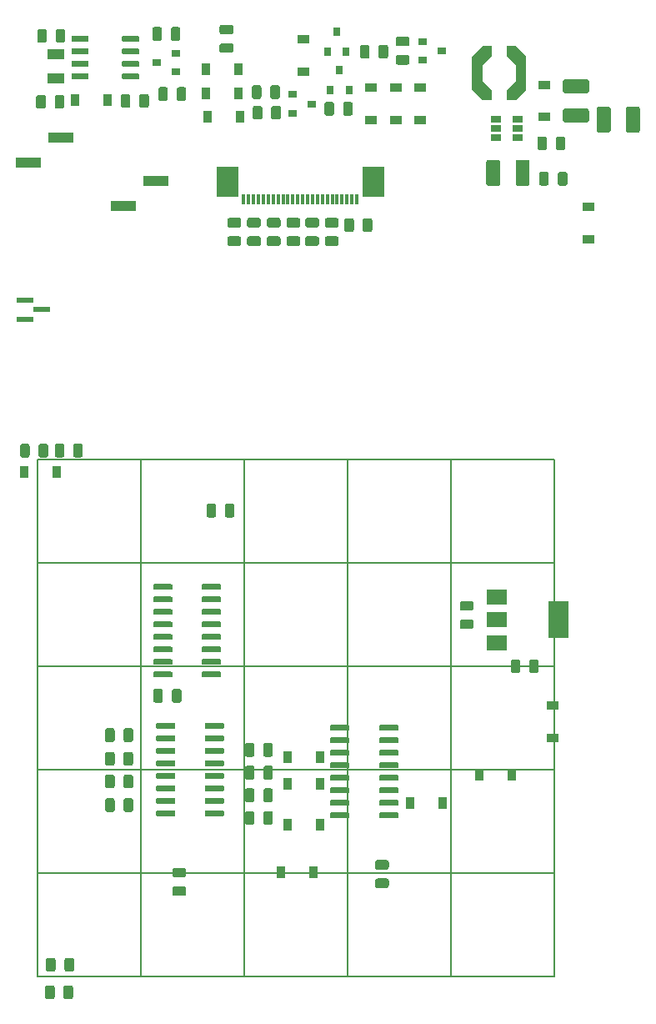
<source format=gbr>
G04 #@! TF.GenerationSoftware,KiCad,Pcbnew,5.1.5+dfsg1-2build2*
G04 #@! TF.CreationDate,2021-12-28T07:58:18+00:00*
G04 #@! TF.ProjectId,psion-org2-main,7073696f-6e2d-46f7-9267-322d6d61696e,rev?*
G04 #@! TF.SameCoordinates,Original*
G04 #@! TF.FileFunction,Paste,Bot*
G04 #@! TF.FilePolarity,Positive*
%FSLAX46Y46*%
G04 Gerber Fmt 4.6, Leading zero omitted, Abs format (unit mm)*
G04 Created by KiCad (PCBNEW 5.1.5+dfsg1-2build2) date 2021-12-28 07:58:18*
%MOMM*%
%LPD*%
G04 APERTURE LIST*
%ADD10C,0.150000*%
%ADD11C,0.100000*%
%ADD12R,0.900000X1.200000*%
%ADD13R,0.900000X0.800000*%
%ADD14R,1.200000X0.900000*%
%ADD15R,1.800000X1.000000*%
%ADD16R,0.800000X0.900000*%
%ADD17R,2.510000X1.000000*%
%ADD18R,2.300000X3.100000*%
%ADD19R,0.300000X1.100000*%
%ADD20R,2.000000X1.500000*%
%ADD21R,2.000000X3.800000*%
%ADD22R,1.060000X0.650000*%
%ADD23R,1.750000X0.600000*%
G04 APERTURE END LIST*
D10*
X146600000Y-114700000D02*
X199100000Y-114700000D01*
X146600000Y-125200000D02*
X146600000Y-114700000D01*
X199100000Y-125200000D02*
X146600000Y-125200000D01*
X146600000Y-135700000D02*
X199100000Y-135700000D01*
X146600000Y-146200000D02*
X146600000Y-135700000D01*
X199100000Y-146200000D02*
X146600000Y-146200000D01*
X188600000Y-104200000D02*
X188600000Y-156700000D01*
X178100000Y-104200000D02*
X188600000Y-104200000D01*
X178100000Y-156700000D02*
X178100000Y-104200000D01*
X167600000Y-156700000D02*
X178100000Y-156700000D01*
X167600000Y-104200000D02*
X167600000Y-156700000D01*
X157100000Y-156700000D02*
X157100000Y-104200000D01*
X146600000Y-104200000D02*
X146600000Y-156700000D01*
X199100000Y-104200000D02*
X146600000Y-104200000D01*
X199100000Y-156700000D02*
X199100000Y-104200000D01*
X146600000Y-156700000D02*
X199100000Y-156700000D01*
D11*
G36*
X165114703Y-125745722D02*
G01*
X165129264Y-125747882D01*
X165143543Y-125751459D01*
X165157403Y-125756418D01*
X165170710Y-125762712D01*
X165183336Y-125770280D01*
X165195159Y-125779048D01*
X165206066Y-125788934D01*
X165215952Y-125799841D01*
X165224720Y-125811664D01*
X165232288Y-125824290D01*
X165238582Y-125837597D01*
X165243541Y-125851457D01*
X165247118Y-125865736D01*
X165249278Y-125880297D01*
X165250000Y-125895000D01*
X165250000Y-126195000D01*
X165249278Y-126209703D01*
X165247118Y-126224264D01*
X165243541Y-126238543D01*
X165238582Y-126252403D01*
X165232288Y-126265710D01*
X165224720Y-126278336D01*
X165215952Y-126290159D01*
X165206066Y-126301066D01*
X165195159Y-126310952D01*
X165183336Y-126319720D01*
X165170710Y-126327288D01*
X165157403Y-126333582D01*
X165143543Y-126338541D01*
X165129264Y-126342118D01*
X165114703Y-126344278D01*
X165100000Y-126345000D01*
X163450000Y-126345000D01*
X163435297Y-126344278D01*
X163420736Y-126342118D01*
X163406457Y-126338541D01*
X163392597Y-126333582D01*
X163379290Y-126327288D01*
X163366664Y-126319720D01*
X163354841Y-126310952D01*
X163343934Y-126301066D01*
X163334048Y-126290159D01*
X163325280Y-126278336D01*
X163317712Y-126265710D01*
X163311418Y-126252403D01*
X163306459Y-126238543D01*
X163302882Y-126224264D01*
X163300722Y-126209703D01*
X163300000Y-126195000D01*
X163300000Y-125895000D01*
X163300722Y-125880297D01*
X163302882Y-125865736D01*
X163306459Y-125851457D01*
X163311418Y-125837597D01*
X163317712Y-125824290D01*
X163325280Y-125811664D01*
X163334048Y-125799841D01*
X163343934Y-125788934D01*
X163354841Y-125779048D01*
X163366664Y-125770280D01*
X163379290Y-125762712D01*
X163392597Y-125756418D01*
X163406457Y-125751459D01*
X163420736Y-125747882D01*
X163435297Y-125745722D01*
X163450000Y-125745000D01*
X165100000Y-125745000D01*
X165114703Y-125745722D01*
G37*
G36*
X165114703Y-124475722D02*
G01*
X165129264Y-124477882D01*
X165143543Y-124481459D01*
X165157403Y-124486418D01*
X165170710Y-124492712D01*
X165183336Y-124500280D01*
X165195159Y-124509048D01*
X165206066Y-124518934D01*
X165215952Y-124529841D01*
X165224720Y-124541664D01*
X165232288Y-124554290D01*
X165238582Y-124567597D01*
X165243541Y-124581457D01*
X165247118Y-124595736D01*
X165249278Y-124610297D01*
X165250000Y-124625000D01*
X165250000Y-124925000D01*
X165249278Y-124939703D01*
X165247118Y-124954264D01*
X165243541Y-124968543D01*
X165238582Y-124982403D01*
X165232288Y-124995710D01*
X165224720Y-125008336D01*
X165215952Y-125020159D01*
X165206066Y-125031066D01*
X165195159Y-125040952D01*
X165183336Y-125049720D01*
X165170710Y-125057288D01*
X165157403Y-125063582D01*
X165143543Y-125068541D01*
X165129264Y-125072118D01*
X165114703Y-125074278D01*
X165100000Y-125075000D01*
X163450000Y-125075000D01*
X163435297Y-125074278D01*
X163420736Y-125072118D01*
X163406457Y-125068541D01*
X163392597Y-125063582D01*
X163379290Y-125057288D01*
X163366664Y-125049720D01*
X163354841Y-125040952D01*
X163343934Y-125031066D01*
X163334048Y-125020159D01*
X163325280Y-125008336D01*
X163317712Y-124995710D01*
X163311418Y-124982403D01*
X163306459Y-124968543D01*
X163302882Y-124954264D01*
X163300722Y-124939703D01*
X163300000Y-124925000D01*
X163300000Y-124625000D01*
X163300722Y-124610297D01*
X163302882Y-124595736D01*
X163306459Y-124581457D01*
X163311418Y-124567597D01*
X163317712Y-124554290D01*
X163325280Y-124541664D01*
X163334048Y-124529841D01*
X163343934Y-124518934D01*
X163354841Y-124509048D01*
X163366664Y-124500280D01*
X163379290Y-124492712D01*
X163392597Y-124486418D01*
X163406457Y-124481459D01*
X163420736Y-124477882D01*
X163435297Y-124475722D01*
X163450000Y-124475000D01*
X165100000Y-124475000D01*
X165114703Y-124475722D01*
G37*
G36*
X165114703Y-123205722D02*
G01*
X165129264Y-123207882D01*
X165143543Y-123211459D01*
X165157403Y-123216418D01*
X165170710Y-123222712D01*
X165183336Y-123230280D01*
X165195159Y-123239048D01*
X165206066Y-123248934D01*
X165215952Y-123259841D01*
X165224720Y-123271664D01*
X165232288Y-123284290D01*
X165238582Y-123297597D01*
X165243541Y-123311457D01*
X165247118Y-123325736D01*
X165249278Y-123340297D01*
X165250000Y-123355000D01*
X165250000Y-123655000D01*
X165249278Y-123669703D01*
X165247118Y-123684264D01*
X165243541Y-123698543D01*
X165238582Y-123712403D01*
X165232288Y-123725710D01*
X165224720Y-123738336D01*
X165215952Y-123750159D01*
X165206066Y-123761066D01*
X165195159Y-123770952D01*
X165183336Y-123779720D01*
X165170710Y-123787288D01*
X165157403Y-123793582D01*
X165143543Y-123798541D01*
X165129264Y-123802118D01*
X165114703Y-123804278D01*
X165100000Y-123805000D01*
X163450000Y-123805000D01*
X163435297Y-123804278D01*
X163420736Y-123802118D01*
X163406457Y-123798541D01*
X163392597Y-123793582D01*
X163379290Y-123787288D01*
X163366664Y-123779720D01*
X163354841Y-123770952D01*
X163343934Y-123761066D01*
X163334048Y-123750159D01*
X163325280Y-123738336D01*
X163317712Y-123725710D01*
X163311418Y-123712403D01*
X163306459Y-123698543D01*
X163302882Y-123684264D01*
X163300722Y-123669703D01*
X163300000Y-123655000D01*
X163300000Y-123355000D01*
X163300722Y-123340297D01*
X163302882Y-123325736D01*
X163306459Y-123311457D01*
X163311418Y-123297597D01*
X163317712Y-123284290D01*
X163325280Y-123271664D01*
X163334048Y-123259841D01*
X163343934Y-123248934D01*
X163354841Y-123239048D01*
X163366664Y-123230280D01*
X163379290Y-123222712D01*
X163392597Y-123216418D01*
X163406457Y-123211459D01*
X163420736Y-123207882D01*
X163435297Y-123205722D01*
X163450000Y-123205000D01*
X165100000Y-123205000D01*
X165114703Y-123205722D01*
G37*
G36*
X165114703Y-121935722D02*
G01*
X165129264Y-121937882D01*
X165143543Y-121941459D01*
X165157403Y-121946418D01*
X165170710Y-121952712D01*
X165183336Y-121960280D01*
X165195159Y-121969048D01*
X165206066Y-121978934D01*
X165215952Y-121989841D01*
X165224720Y-122001664D01*
X165232288Y-122014290D01*
X165238582Y-122027597D01*
X165243541Y-122041457D01*
X165247118Y-122055736D01*
X165249278Y-122070297D01*
X165250000Y-122085000D01*
X165250000Y-122385000D01*
X165249278Y-122399703D01*
X165247118Y-122414264D01*
X165243541Y-122428543D01*
X165238582Y-122442403D01*
X165232288Y-122455710D01*
X165224720Y-122468336D01*
X165215952Y-122480159D01*
X165206066Y-122491066D01*
X165195159Y-122500952D01*
X165183336Y-122509720D01*
X165170710Y-122517288D01*
X165157403Y-122523582D01*
X165143543Y-122528541D01*
X165129264Y-122532118D01*
X165114703Y-122534278D01*
X165100000Y-122535000D01*
X163450000Y-122535000D01*
X163435297Y-122534278D01*
X163420736Y-122532118D01*
X163406457Y-122528541D01*
X163392597Y-122523582D01*
X163379290Y-122517288D01*
X163366664Y-122509720D01*
X163354841Y-122500952D01*
X163343934Y-122491066D01*
X163334048Y-122480159D01*
X163325280Y-122468336D01*
X163317712Y-122455710D01*
X163311418Y-122442403D01*
X163306459Y-122428543D01*
X163302882Y-122414264D01*
X163300722Y-122399703D01*
X163300000Y-122385000D01*
X163300000Y-122085000D01*
X163300722Y-122070297D01*
X163302882Y-122055736D01*
X163306459Y-122041457D01*
X163311418Y-122027597D01*
X163317712Y-122014290D01*
X163325280Y-122001664D01*
X163334048Y-121989841D01*
X163343934Y-121978934D01*
X163354841Y-121969048D01*
X163366664Y-121960280D01*
X163379290Y-121952712D01*
X163392597Y-121946418D01*
X163406457Y-121941459D01*
X163420736Y-121937882D01*
X163435297Y-121935722D01*
X163450000Y-121935000D01*
X165100000Y-121935000D01*
X165114703Y-121935722D01*
G37*
G36*
X165114703Y-120665722D02*
G01*
X165129264Y-120667882D01*
X165143543Y-120671459D01*
X165157403Y-120676418D01*
X165170710Y-120682712D01*
X165183336Y-120690280D01*
X165195159Y-120699048D01*
X165206066Y-120708934D01*
X165215952Y-120719841D01*
X165224720Y-120731664D01*
X165232288Y-120744290D01*
X165238582Y-120757597D01*
X165243541Y-120771457D01*
X165247118Y-120785736D01*
X165249278Y-120800297D01*
X165250000Y-120815000D01*
X165250000Y-121115000D01*
X165249278Y-121129703D01*
X165247118Y-121144264D01*
X165243541Y-121158543D01*
X165238582Y-121172403D01*
X165232288Y-121185710D01*
X165224720Y-121198336D01*
X165215952Y-121210159D01*
X165206066Y-121221066D01*
X165195159Y-121230952D01*
X165183336Y-121239720D01*
X165170710Y-121247288D01*
X165157403Y-121253582D01*
X165143543Y-121258541D01*
X165129264Y-121262118D01*
X165114703Y-121264278D01*
X165100000Y-121265000D01*
X163450000Y-121265000D01*
X163435297Y-121264278D01*
X163420736Y-121262118D01*
X163406457Y-121258541D01*
X163392597Y-121253582D01*
X163379290Y-121247288D01*
X163366664Y-121239720D01*
X163354841Y-121230952D01*
X163343934Y-121221066D01*
X163334048Y-121210159D01*
X163325280Y-121198336D01*
X163317712Y-121185710D01*
X163311418Y-121172403D01*
X163306459Y-121158543D01*
X163302882Y-121144264D01*
X163300722Y-121129703D01*
X163300000Y-121115000D01*
X163300000Y-120815000D01*
X163300722Y-120800297D01*
X163302882Y-120785736D01*
X163306459Y-120771457D01*
X163311418Y-120757597D01*
X163317712Y-120744290D01*
X163325280Y-120731664D01*
X163334048Y-120719841D01*
X163343934Y-120708934D01*
X163354841Y-120699048D01*
X163366664Y-120690280D01*
X163379290Y-120682712D01*
X163392597Y-120676418D01*
X163406457Y-120671459D01*
X163420736Y-120667882D01*
X163435297Y-120665722D01*
X163450000Y-120665000D01*
X165100000Y-120665000D01*
X165114703Y-120665722D01*
G37*
G36*
X165114703Y-119395722D02*
G01*
X165129264Y-119397882D01*
X165143543Y-119401459D01*
X165157403Y-119406418D01*
X165170710Y-119412712D01*
X165183336Y-119420280D01*
X165195159Y-119429048D01*
X165206066Y-119438934D01*
X165215952Y-119449841D01*
X165224720Y-119461664D01*
X165232288Y-119474290D01*
X165238582Y-119487597D01*
X165243541Y-119501457D01*
X165247118Y-119515736D01*
X165249278Y-119530297D01*
X165250000Y-119545000D01*
X165250000Y-119845000D01*
X165249278Y-119859703D01*
X165247118Y-119874264D01*
X165243541Y-119888543D01*
X165238582Y-119902403D01*
X165232288Y-119915710D01*
X165224720Y-119928336D01*
X165215952Y-119940159D01*
X165206066Y-119951066D01*
X165195159Y-119960952D01*
X165183336Y-119969720D01*
X165170710Y-119977288D01*
X165157403Y-119983582D01*
X165143543Y-119988541D01*
X165129264Y-119992118D01*
X165114703Y-119994278D01*
X165100000Y-119995000D01*
X163450000Y-119995000D01*
X163435297Y-119994278D01*
X163420736Y-119992118D01*
X163406457Y-119988541D01*
X163392597Y-119983582D01*
X163379290Y-119977288D01*
X163366664Y-119969720D01*
X163354841Y-119960952D01*
X163343934Y-119951066D01*
X163334048Y-119940159D01*
X163325280Y-119928336D01*
X163317712Y-119915710D01*
X163311418Y-119902403D01*
X163306459Y-119888543D01*
X163302882Y-119874264D01*
X163300722Y-119859703D01*
X163300000Y-119845000D01*
X163300000Y-119545000D01*
X163300722Y-119530297D01*
X163302882Y-119515736D01*
X163306459Y-119501457D01*
X163311418Y-119487597D01*
X163317712Y-119474290D01*
X163325280Y-119461664D01*
X163334048Y-119449841D01*
X163343934Y-119438934D01*
X163354841Y-119429048D01*
X163366664Y-119420280D01*
X163379290Y-119412712D01*
X163392597Y-119406418D01*
X163406457Y-119401459D01*
X163420736Y-119397882D01*
X163435297Y-119395722D01*
X163450000Y-119395000D01*
X165100000Y-119395000D01*
X165114703Y-119395722D01*
G37*
G36*
X165114703Y-118125722D02*
G01*
X165129264Y-118127882D01*
X165143543Y-118131459D01*
X165157403Y-118136418D01*
X165170710Y-118142712D01*
X165183336Y-118150280D01*
X165195159Y-118159048D01*
X165206066Y-118168934D01*
X165215952Y-118179841D01*
X165224720Y-118191664D01*
X165232288Y-118204290D01*
X165238582Y-118217597D01*
X165243541Y-118231457D01*
X165247118Y-118245736D01*
X165249278Y-118260297D01*
X165250000Y-118275000D01*
X165250000Y-118575000D01*
X165249278Y-118589703D01*
X165247118Y-118604264D01*
X165243541Y-118618543D01*
X165238582Y-118632403D01*
X165232288Y-118645710D01*
X165224720Y-118658336D01*
X165215952Y-118670159D01*
X165206066Y-118681066D01*
X165195159Y-118690952D01*
X165183336Y-118699720D01*
X165170710Y-118707288D01*
X165157403Y-118713582D01*
X165143543Y-118718541D01*
X165129264Y-118722118D01*
X165114703Y-118724278D01*
X165100000Y-118725000D01*
X163450000Y-118725000D01*
X163435297Y-118724278D01*
X163420736Y-118722118D01*
X163406457Y-118718541D01*
X163392597Y-118713582D01*
X163379290Y-118707288D01*
X163366664Y-118699720D01*
X163354841Y-118690952D01*
X163343934Y-118681066D01*
X163334048Y-118670159D01*
X163325280Y-118658336D01*
X163317712Y-118645710D01*
X163311418Y-118632403D01*
X163306459Y-118618543D01*
X163302882Y-118604264D01*
X163300722Y-118589703D01*
X163300000Y-118575000D01*
X163300000Y-118275000D01*
X163300722Y-118260297D01*
X163302882Y-118245736D01*
X163306459Y-118231457D01*
X163311418Y-118217597D01*
X163317712Y-118204290D01*
X163325280Y-118191664D01*
X163334048Y-118179841D01*
X163343934Y-118168934D01*
X163354841Y-118159048D01*
X163366664Y-118150280D01*
X163379290Y-118142712D01*
X163392597Y-118136418D01*
X163406457Y-118131459D01*
X163420736Y-118127882D01*
X163435297Y-118125722D01*
X163450000Y-118125000D01*
X165100000Y-118125000D01*
X165114703Y-118125722D01*
G37*
G36*
X165114703Y-116855722D02*
G01*
X165129264Y-116857882D01*
X165143543Y-116861459D01*
X165157403Y-116866418D01*
X165170710Y-116872712D01*
X165183336Y-116880280D01*
X165195159Y-116889048D01*
X165206066Y-116898934D01*
X165215952Y-116909841D01*
X165224720Y-116921664D01*
X165232288Y-116934290D01*
X165238582Y-116947597D01*
X165243541Y-116961457D01*
X165247118Y-116975736D01*
X165249278Y-116990297D01*
X165250000Y-117005000D01*
X165250000Y-117305000D01*
X165249278Y-117319703D01*
X165247118Y-117334264D01*
X165243541Y-117348543D01*
X165238582Y-117362403D01*
X165232288Y-117375710D01*
X165224720Y-117388336D01*
X165215952Y-117400159D01*
X165206066Y-117411066D01*
X165195159Y-117420952D01*
X165183336Y-117429720D01*
X165170710Y-117437288D01*
X165157403Y-117443582D01*
X165143543Y-117448541D01*
X165129264Y-117452118D01*
X165114703Y-117454278D01*
X165100000Y-117455000D01*
X163450000Y-117455000D01*
X163435297Y-117454278D01*
X163420736Y-117452118D01*
X163406457Y-117448541D01*
X163392597Y-117443582D01*
X163379290Y-117437288D01*
X163366664Y-117429720D01*
X163354841Y-117420952D01*
X163343934Y-117411066D01*
X163334048Y-117400159D01*
X163325280Y-117388336D01*
X163317712Y-117375710D01*
X163311418Y-117362403D01*
X163306459Y-117348543D01*
X163302882Y-117334264D01*
X163300722Y-117319703D01*
X163300000Y-117305000D01*
X163300000Y-117005000D01*
X163300722Y-116990297D01*
X163302882Y-116975736D01*
X163306459Y-116961457D01*
X163311418Y-116947597D01*
X163317712Y-116934290D01*
X163325280Y-116921664D01*
X163334048Y-116909841D01*
X163343934Y-116898934D01*
X163354841Y-116889048D01*
X163366664Y-116880280D01*
X163379290Y-116872712D01*
X163392597Y-116866418D01*
X163406457Y-116861459D01*
X163420736Y-116857882D01*
X163435297Y-116855722D01*
X163450000Y-116855000D01*
X165100000Y-116855000D01*
X165114703Y-116855722D01*
G37*
G36*
X160164703Y-116855722D02*
G01*
X160179264Y-116857882D01*
X160193543Y-116861459D01*
X160207403Y-116866418D01*
X160220710Y-116872712D01*
X160233336Y-116880280D01*
X160245159Y-116889048D01*
X160256066Y-116898934D01*
X160265952Y-116909841D01*
X160274720Y-116921664D01*
X160282288Y-116934290D01*
X160288582Y-116947597D01*
X160293541Y-116961457D01*
X160297118Y-116975736D01*
X160299278Y-116990297D01*
X160300000Y-117005000D01*
X160300000Y-117305000D01*
X160299278Y-117319703D01*
X160297118Y-117334264D01*
X160293541Y-117348543D01*
X160288582Y-117362403D01*
X160282288Y-117375710D01*
X160274720Y-117388336D01*
X160265952Y-117400159D01*
X160256066Y-117411066D01*
X160245159Y-117420952D01*
X160233336Y-117429720D01*
X160220710Y-117437288D01*
X160207403Y-117443582D01*
X160193543Y-117448541D01*
X160179264Y-117452118D01*
X160164703Y-117454278D01*
X160150000Y-117455000D01*
X158500000Y-117455000D01*
X158485297Y-117454278D01*
X158470736Y-117452118D01*
X158456457Y-117448541D01*
X158442597Y-117443582D01*
X158429290Y-117437288D01*
X158416664Y-117429720D01*
X158404841Y-117420952D01*
X158393934Y-117411066D01*
X158384048Y-117400159D01*
X158375280Y-117388336D01*
X158367712Y-117375710D01*
X158361418Y-117362403D01*
X158356459Y-117348543D01*
X158352882Y-117334264D01*
X158350722Y-117319703D01*
X158350000Y-117305000D01*
X158350000Y-117005000D01*
X158350722Y-116990297D01*
X158352882Y-116975736D01*
X158356459Y-116961457D01*
X158361418Y-116947597D01*
X158367712Y-116934290D01*
X158375280Y-116921664D01*
X158384048Y-116909841D01*
X158393934Y-116898934D01*
X158404841Y-116889048D01*
X158416664Y-116880280D01*
X158429290Y-116872712D01*
X158442597Y-116866418D01*
X158456457Y-116861459D01*
X158470736Y-116857882D01*
X158485297Y-116855722D01*
X158500000Y-116855000D01*
X160150000Y-116855000D01*
X160164703Y-116855722D01*
G37*
G36*
X160164703Y-118125722D02*
G01*
X160179264Y-118127882D01*
X160193543Y-118131459D01*
X160207403Y-118136418D01*
X160220710Y-118142712D01*
X160233336Y-118150280D01*
X160245159Y-118159048D01*
X160256066Y-118168934D01*
X160265952Y-118179841D01*
X160274720Y-118191664D01*
X160282288Y-118204290D01*
X160288582Y-118217597D01*
X160293541Y-118231457D01*
X160297118Y-118245736D01*
X160299278Y-118260297D01*
X160300000Y-118275000D01*
X160300000Y-118575000D01*
X160299278Y-118589703D01*
X160297118Y-118604264D01*
X160293541Y-118618543D01*
X160288582Y-118632403D01*
X160282288Y-118645710D01*
X160274720Y-118658336D01*
X160265952Y-118670159D01*
X160256066Y-118681066D01*
X160245159Y-118690952D01*
X160233336Y-118699720D01*
X160220710Y-118707288D01*
X160207403Y-118713582D01*
X160193543Y-118718541D01*
X160179264Y-118722118D01*
X160164703Y-118724278D01*
X160150000Y-118725000D01*
X158500000Y-118725000D01*
X158485297Y-118724278D01*
X158470736Y-118722118D01*
X158456457Y-118718541D01*
X158442597Y-118713582D01*
X158429290Y-118707288D01*
X158416664Y-118699720D01*
X158404841Y-118690952D01*
X158393934Y-118681066D01*
X158384048Y-118670159D01*
X158375280Y-118658336D01*
X158367712Y-118645710D01*
X158361418Y-118632403D01*
X158356459Y-118618543D01*
X158352882Y-118604264D01*
X158350722Y-118589703D01*
X158350000Y-118575000D01*
X158350000Y-118275000D01*
X158350722Y-118260297D01*
X158352882Y-118245736D01*
X158356459Y-118231457D01*
X158361418Y-118217597D01*
X158367712Y-118204290D01*
X158375280Y-118191664D01*
X158384048Y-118179841D01*
X158393934Y-118168934D01*
X158404841Y-118159048D01*
X158416664Y-118150280D01*
X158429290Y-118142712D01*
X158442597Y-118136418D01*
X158456457Y-118131459D01*
X158470736Y-118127882D01*
X158485297Y-118125722D01*
X158500000Y-118125000D01*
X160150000Y-118125000D01*
X160164703Y-118125722D01*
G37*
G36*
X160164703Y-119395722D02*
G01*
X160179264Y-119397882D01*
X160193543Y-119401459D01*
X160207403Y-119406418D01*
X160220710Y-119412712D01*
X160233336Y-119420280D01*
X160245159Y-119429048D01*
X160256066Y-119438934D01*
X160265952Y-119449841D01*
X160274720Y-119461664D01*
X160282288Y-119474290D01*
X160288582Y-119487597D01*
X160293541Y-119501457D01*
X160297118Y-119515736D01*
X160299278Y-119530297D01*
X160300000Y-119545000D01*
X160300000Y-119845000D01*
X160299278Y-119859703D01*
X160297118Y-119874264D01*
X160293541Y-119888543D01*
X160288582Y-119902403D01*
X160282288Y-119915710D01*
X160274720Y-119928336D01*
X160265952Y-119940159D01*
X160256066Y-119951066D01*
X160245159Y-119960952D01*
X160233336Y-119969720D01*
X160220710Y-119977288D01*
X160207403Y-119983582D01*
X160193543Y-119988541D01*
X160179264Y-119992118D01*
X160164703Y-119994278D01*
X160150000Y-119995000D01*
X158500000Y-119995000D01*
X158485297Y-119994278D01*
X158470736Y-119992118D01*
X158456457Y-119988541D01*
X158442597Y-119983582D01*
X158429290Y-119977288D01*
X158416664Y-119969720D01*
X158404841Y-119960952D01*
X158393934Y-119951066D01*
X158384048Y-119940159D01*
X158375280Y-119928336D01*
X158367712Y-119915710D01*
X158361418Y-119902403D01*
X158356459Y-119888543D01*
X158352882Y-119874264D01*
X158350722Y-119859703D01*
X158350000Y-119845000D01*
X158350000Y-119545000D01*
X158350722Y-119530297D01*
X158352882Y-119515736D01*
X158356459Y-119501457D01*
X158361418Y-119487597D01*
X158367712Y-119474290D01*
X158375280Y-119461664D01*
X158384048Y-119449841D01*
X158393934Y-119438934D01*
X158404841Y-119429048D01*
X158416664Y-119420280D01*
X158429290Y-119412712D01*
X158442597Y-119406418D01*
X158456457Y-119401459D01*
X158470736Y-119397882D01*
X158485297Y-119395722D01*
X158500000Y-119395000D01*
X160150000Y-119395000D01*
X160164703Y-119395722D01*
G37*
G36*
X160164703Y-120665722D02*
G01*
X160179264Y-120667882D01*
X160193543Y-120671459D01*
X160207403Y-120676418D01*
X160220710Y-120682712D01*
X160233336Y-120690280D01*
X160245159Y-120699048D01*
X160256066Y-120708934D01*
X160265952Y-120719841D01*
X160274720Y-120731664D01*
X160282288Y-120744290D01*
X160288582Y-120757597D01*
X160293541Y-120771457D01*
X160297118Y-120785736D01*
X160299278Y-120800297D01*
X160300000Y-120815000D01*
X160300000Y-121115000D01*
X160299278Y-121129703D01*
X160297118Y-121144264D01*
X160293541Y-121158543D01*
X160288582Y-121172403D01*
X160282288Y-121185710D01*
X160274720Y-121198336D01*
X160265952Y-121210159D01*
X160256066Y-121221066D01*
X160245159Y-121230952D01*
X160233336Y-121239720D01*
X160220710Y-121247288D01*
X160207403Y-121253582D01*
X160193543Y-121258541D01*
X160179264Y-121262118D01*
X160164703Y-121264278D01*
X160150000Y-121265000D01*
X158500000Y-121265000D01*
X158485297Y-121264278D01*
X158470736Y-121262118D01*
X158456457Y-121258541D01*
X158442597Y-121253582D01*
X158429290Y-121247288D01*
X158416664Y-121239720D01*
X158404841Y-121230952D01*
X158393934Y-121221066D01*
X158384048Y-121210159D01*
X158375280Y-121198336D01*
X158367712Y-121185710D01*
X158361418Y-121172403D01*
X158356459Y-121158543D01*
X158352882Y-121144264D01*
X158350722Y-121129703D01*
X158350000Y-121115000D01*
X158350000Y-120815000D01*
X158350722Y-120800297D01*
X158352882Y-120785736D01*
X158356459Y-120771457D01*
X158361418Y-120757597D01*
X158367712Y-120744290D01*
X158375280Y-120731664D01*
X158384048Y-120719841D01*
X158393934Y-120708934D01*
X158404841Y-120699048D01*
X158416664Y-120690280D01*
X158429290Y-120682712D01*
X158442597Y-120676418D01*
X158456457Y-120671459D01*
X158470736Y-120667882D01*
X158485297Y-120665722D01*
X158500000Y-120665000D01*
X160150000Y-120665000D01*
X160164703Y-120665722D01*
G37*
G36*
X160164703Y-121935722D02*
G01*
X160179264Y-121937882D01*
X160193543Y-121941459D01*
X160207403Y-121946418D01*
X160220710Y-121952712D01*
X160233336Y-121960280D01*
X160245159Y-121969048D01*
X160256066Y-121978934D01*
X160265952Y-121989841D01*
X160274720Y-122001664D01*
X160282288Y-122014290D01*
X160288582Y-122027597D01*
X160293541Y-122041457D01*
X160297118Y-122055736D01*
X160299278Y-122070297D01*
X160300000Y-122085000D01*
X160300000Y-122385000D01*
X160299278Y-122399703D01*
X160297118Y-122414264D01*
X160293541Y-122428543D01*
X160288582Y-122442403D01*
X160282288Y-122455710D01*
X160274720Y-122468336D01*
X160265952Y-122480159D01*
X160256066Y-122491066D01*
X160245159Y-122500952D01*
X160233336Y-122509720D01*
X160220710Y-122517288D01*
X160207403Y-122523582D01*
X160193543Y-122528541D01*
X160179264Y-122532118D01*
X160164703Y-122534278D01*
X160150000Y-122535000D01*
X158500000Y-122535000D01*
X158485297Y-122534278D01*
X158470736Y-122532118D01*
X158456457Y-122528541D01*
X158442597Y-122523582D01*
X158429290Y-122517288D01*
X158416664Y-122509720D01*
X158404841Y-122500952D01*
X158393934Y-122491066D01*
X158384048Y-122480159D01*
X158375280Y-122468336D01*
X158367712Y-122455710D01*
X158361418Y-122442403D01*
X158356459Y-122428543D01*
X158352882Y-122414264D01*
X158350722Y-122399703D01*
X158350000Y-122385000D01*
X158350000Y-122085000D01*
X158350722Y-122070297D01*
X158352882Y-122055736D01*
X158356459Y-122041457D01*
X158361418Y-122027597D01*
X158367712Y-122014290D01*
X158375280Y-122001664D01*
X158384048Y-121989841D01*
X158393934Y-121978934D01*
X158404841Y-121969048D01*
X158416664Y-121960280D01*
X158429290Y-121952712D01*
X158442597Y-121946418D01*
X158456457Y-121941459D01*
X158470736Y-121937882D01*
X158485297Y-121935722D01*
X158500000Y-121935000D01*
X160150000Y-121935000D01*
X160164703Y-121935722D01*
G37*
G36*
X160164703Y-123205722D02*
G01*
X160179264Y-123207882D01*
X160193543Y-123211459D01*
X160207403Y-123216418D01*
X160220710Y-123222712D01*
X160233336Y-123230280D01*
X160245159Y-123239048D01*
X160256066Y-123248934D01*
X160265952Y-123259841D01*
X160274720Y-123271664D01*
X160282288Y-123284290D01*
X160288582Y-123297597D01*
X160293541Y-123311457D01*
X160297118Y-123325736D01*
X160299278Y-123340297D01*
X160300000Y-123355000D01*
X160300000Y-123655000D01*
X160299278Y-123669703D01*
X160297118Y-123684264D01*
X160293541Y-123698543D01*
X160288582Y-123712403D01*
X160282288Y-123725710D01*
X160274720Y-123738336D01*
X160265952Y-123750159D01*
X160256066Y-123761066D01*
X160245159Y-123770952D01*
X160233336Y-123779720D01*
X160220710Y-123787288D01*
X160207403Y-123793582D01*
X160193543Y-123798541D01*
X160179264Y-123802118D01*
X160164703Y-123804278D01*
X160150000Y-123805000D01*
X158500000Y-123805000D01*
X158485297Y-123804278D01*
X158470736Y-123802118D01*
X158456457Y-123798541D01*
X158442597Y-123793582D01*
X158429290Y-123787288D01*
X158416664Y-123779720D01*
X158404841Y-123770952D01*
X158393934Y-123761066D01*
X158384048Y-123750159D01*
X158375280Y-123738336D01*
X158367712Y-123725710D01*
X158361418Y-123712403D01*
X158356459Y-123698543D01*
X158352882Y-123684264D01*
X158350722Y-123669703D01*
X158350000Y-123655000D01*
X158350000Y-123355000D01*
X158350722Y-123340297D01*
X158352882Y-123325736D01*
X158356459Y-123311457D01*
X158361418Y-123297597D01*
X158367712Y-123284290D01*
X158375280Y-123271664D01*
X158384048Y-123259841D01*
X158393934Y-123248934D01*
X158404841Y-123239048D01*
X158416664Y-123230280D01*
X158429290Y-123222712D01*
X158442597Y-123216418D01*
X158456457Y-123211459D01*
X158470736Y-123207882D01*
X158485297Y-123205722D01*
X158500000Y-123205000D01*
X160150000Y-123205000D01*
X160164703Y-123205722D01*
G37*
G36*
X160164703Y-124475722D02*
G01*
X160179264Y-124477882D01*
X160193543Y-124481459D01*
X160207403Y-124486418D01*
X160220710Y-124492712D01*
X160233336Y-124500280D01*
X160245159Y-124509048D01*
X160256066Y-124518934D01*
X160265952Y-124529841D01*
X160274720Y-124541664D01*
X160282288Y-124554290D01*
X160288582Y-124567597D01*
X160293541Y-124581457D01*
X160297118Y-124595736D01*
X160299278Y-124610297D01*
X160300000Y-124625000D01*
X160300000Y-124925000D01*
X160299278Y-124939703D01*
X160297118Y-124954264D01*
X160293541Y-124968543D01*
X160288582Y-124982403D01*
X160282288Y-124995710D01*
X160274720Y-125008336D01*
X160265952Y-125020159D01*
X160256066Y-125031066D01*
X160245159Y-125040952D01*
X160233336Y-125049720D01*
X160220710Y-125057288D01*
X160207403Y-125063582D01*
X160193543Y-125068541D01*
X160179264Y-125072118D01*
X160164703Y-125074278D01*
X160150000Y-125075000D01*
X158500000Y-125075000D01*
X158485297Y-125074278D01*
X158470736Y-125072118D01*
X158456457Y-125068541D01*
X158442597Y-125063582D01*
X158429290Y-125057288D01*
X158416664Y-125049720D01*
X158404841Y-125040952D01*
X158393934Y-125031066D01*
X158384048Y-125020159D01*
X158375280Y-125008336D01*
X158367712Y-124995710D01*
X158361418Y-124982403D01*
X158356459Y-124968543D01*
X158352882Y-124954264D01*
X158350722Y-124939703D01*
X158350000Y-124925000D01*
X158350000Y-124625000D01*
X158350722Y-124610297D01*
X158352882Y-124595736D01*
X158356459Y-124581457D01*
X158361418Y-124567597D01*
X158367712Y-124554290D01*
X158375280Y-124541664D01*
X158384048Y-124529841D01*
X158393934Y-124518934D01*
X158404841Y-124509048D01*
X158416664Y-124500280D01*
X158429290Y-124492712D01*
X158442597Y-124486418D01*
X158456457Y-124481459D01*
X158470736Y-124477882D01*
X158485297Y-124475722D01*
X158500000Y-124475000D01*
X160150000Y-124475000D01*
X160164703Y-124475722D01*
G37*
G36*
X160164703Y-125745722D02*
G01*
X160179264Y-125747882D01*
X160193543Y-125751459D01*
X160207403Y-125756418D01*
X160220710Y-125762712D01*
X160233336Y-125770280D01*
X160245159Y-125779048D01*
X160256066Y-125788934D01*
X160265952Y-125799841D01*
X160274720Y-125811664D01*
X160282288Y-125824290D01*
X160288582Y-125837597D01*
X160293541Y-125851457D01*
X160297118Y-125865736D01*
X160299278Y-125880297D01*
X160300000Y-125895000D01*
X160300000Y-126195000D01*
X160299278Y-126209703D01*
X160297118Y-126224264D01*
X160293541Y-126238543D01*
X160288582Y-126252403D01*
X160282288Y-126265710D01*
X160274720Y-126278336D01*
X160265952Y-126290159D01*
X160256066Y-126301066D01*
X160245159Y-126310952D01*
X160233336Y-126319720D01*
X160220710Y-126327288D01*
X160207403Y-126333582D01*
X160193543Y-126338541D01*
X160179264Y-126342118D01*
X160164703Y-126344278D01*
X160150000Y-126345000D01*
X158500000Y-126345000D01*
X158485297Y-126344278D01*
X158470736Y-126342118D01*
X158456457Y-126338541D01*
X158442597Y-126333582D01*
X158429290Y-126327288D01*
X158416664Y-126319720D01*
X158404841Y-126310952D01*
X158393934Y-126301066D01*
X158384048Y-126290159D01*
X158375280Y-126278336D01*
X158367712Y-126265710D01*
X158361418Y-126252403D01*
X158356459Y-126238543D01*
X158352882Y-126224264D01*
X158350722Y-126209703D01*
X158350000Y-126195000D01*
X158350000Y-125895000D01*
X158350722Y-125880297D01*
X158352882Y-125865736D01*
X158356459Y-125851457D01*
X158361418Y-125837597D01*
X158367712Y-125824290D01*
X158375280Y-125811664D01*
X158384048Y-125799841D01*
X158393934Y-125788934D01*
X158404841Y-125779048D01*
X158416664Y-125770280D01*
X158429290Y-125762712D01*
X158442597Y-125756418D01*
X158456457Y-125751459D01*
X158470736Y-125747882D01*
X158485297Y-125745722D01*
X158500000Y-125745000D01*
X160150000Y-125745000D01*
X160164703Y-125745722D01*
G37*
D12*
X163850000Y-69400000D03*
X167150000Y-69400000D03*
D11*
G36*
X171105142Y-68301174D02*
G01*
X171128803Y-68304684D01*
X171152007Y-68310496D01*
X171174529Y-68318554D01*
X171196153Y-68328782D01*
X171216670Y-68341079D01*
X171235883Y-68355329D01*
X171253607Y-68371393D01*
X171269671Y-68389117D01*
X171283921Y-68408330D01*
X171296218Y-68428847D01*
X171306446Y-68450471D01*
X171314504Y-68472993D01*
X171320316Y-68496197D01*
X171323826Y-68519858D01*
X171325000Y-68543750D01*
X171325000Y-69456250D01*
X171323826Y-69480142D01*
X171320316Y-69503803D01*
X171314504Y-69527007D01*
X171306446Y-69549529D01*
X171296218Y-69571153D01*
X171283921Y-69591670D01*
X171269671Y-69610883D01*
X171253607Y-69628607D01*
X171235883Y-69644671D01*
X171216670Y-69658921D01*
X171196153Y-69671218D01*
X171174529Y-69681446D01*
X171152007Y-69689504D01*
X171128803Y-69695316D01*
X171105142Y-69698826D01*
X171081250Y-69700000D01*
X170593750Y-69700000D01*
X170569858Y-69698826D01*
X170546197Y-69695316D01*
X170522993Y-69689504D01*
X170500471Y-69681446D01*
X170478847Y-69671218D01*
X170458330Y-69658921D01*
X170439117Y-69644671D01*
X170421393Y-69628607D01*
X170405329Y-69610883D01*
X170391079Y-69591670D01*
X170378782Y-69571153D01*
X170368554Y-69549529D01*
X170360496Y-69527007D01*
X170354684Y-69503803D01*
X170351174Y-69480142D01*
X170350000Y-69456250D01*
X170350000Y-68543750D01*
X170351174Y-68519858D01*
X170354684Y-68496197D01*
X170360496Y-68472993D01*
X170368554Y-68450471D01*
X170378782Y-68428847D01*
X170391079Y-68408330D01*
X170405329Y-68389117D01*
X170421393Y-68371393D01*
X170439117Y-68355329D01*
X170458330Y-68341079D01*
X170478847Y-68328782D01*
X170500471Y-68318554D01*
X170522993Y-68310496D01*
X170546197Y-68304684D01*
X170569858Y-68301174D01*
X170593750Y-68300000D01*
X171081250Y-68300000D01*
X171105142Y-68301174D01*
G37*
G36*
X169230142Y-68301174D02*
G01*
X169253803Y-68304684D01*
X169277007Y-68310496D01*
X169299529Y-68318554D01*
X169321153Y-68328782D01*
X169341670Y-68341079D01*
X169360883Y-68355329D01*
X169378607Y-68371393D01*
X169394671Y-68389117D01*
X169408921Y-68408330D01*
X169421218Y-68428847D01*
X169431446Y-68450471D01*
X169439504Y-68472993D01*
X169445316Y-68496197D01*
X169448826Y-68519858D01*
X169450000Y-68543750D01*
X169450000Y-69456250D01*
X169448826Y-69480142D01*
X169445316Y-69503803D01*
X169439504Y-69527007D01*
X169431446Y-69549529D01*
X169421218Y-69571153D01*
X169408921Y-69591670D01*
X169394671Y-69610883D01*
X169378607Y-69628607D01*
X169360883Y-69644671D01*
X169341670Y-69658921D01*
X169321153Y-69671218D01*
X169299529Y-69681446D01*
X169277007Y-69689504D01*
X169253803Y-69695316D01*
X169230142Y-69698826D01*
X169206250Y-69700000D01*
X168718750Y-69700000D01*
X168694858Y-69698826D01*
X168671197Y-69695316D01*
X168647993Y-69689504D01*
X168625471Y-69681446D01*
X168603847Y-69671218D01*
X168583330Y-69658921D01*
X168564117Y-69644671D01*
X168546393Y-69628607D01*
X168530329Y-69610883D01*
X168516079Y-69591670D01*
X168503782Y-69571153D01*
X168493554Y-69549529D01*
X168485496Y-69527007D01*
X168479684Y-69503803D01*
X168476174Y-69480142D01*
X168475000Y-69456250D01*
X168475000Y-68543750D01*
X168476174Y-68519858D01*
X168479684Y-68496197D01*
X168485496Y-68472993D01*
X168493554Y-68450471D01*
X168503782Y-68428847D01*
X168516079Y-68408330D01*
X168530329Y-68389117D01*
X168546393Y-68371393D01*
X168564117Y-68355329D01*
X168583330Y-68341079D01*
X168603847Y-68328782D01*
X168625471Y-68318554D01*
X168647993Y-68310496D01*
X168671197Y-68304684D01*
X168694858Y-68301174D01*
X168718750Y-68300000D01*
X169206250Y-68300000D01*
X169230142Y-68301174D01*
G37*
D13*
X158700000Y-63900000D03*
X160700000Y-64850000D03*
X160700000Y-62950000D03*
D11*
G36*
X160905142Y-60301174D02*
G01*
X160928803Y-60304684D01*
X160952007Y-60310496D01*
X160974529Y-60318554D01*
X160996153Y-60328782D01*
X161016670Y-60341079D01*
X161035883Y-60355329D01*
X161053607Y-60371393D01*
X161069671Y-60389117D01*
X161083921Y-60408330D01*
X161096218Y-60428847D01*
X161106446Y-60450471D01*
X161114504Y-60472993D01*
X161120316Y-60496197D01*
X161123826Y-60519858D01*
X161125000Y-60543750D01*
X161125000Y-61456250D01*
X161123826Y-61480142D01*
X161120316Y-61503803D01*
X161114504Y-61527007D01*
X161106446Y-61549529D01*
X161096218Y-61571153D01*
X161083921Y-61591670D01*
X161069671Y-61610883D01*
X161053607Y-61628607D01*
X161035883Y-61644671D01*
X161016670Y-61658921D01*
X160996153Y-61671218D01*
X160974529Y-61681446D01*
X160952007Y-61689504D01*
X160928803Y-61695316D01*
X160905142Y-61698826D01*
X160881250Y-61700000D01*
X160393750Y-61700000D01*
X160369858Y-61698826D01*
X160346197Y-61695316D01*
X160322993Y-61689504D01*
X160300471Y-61681446D01*
X160278847Y-61671218D01*
X160258330Y-61658921D01*
X160239117Y-61644671D01*
X160221393Y-61628607D01*
X160205329Y-61610883D01*
X160191079Y-61591670D01*
X160178782Y-61571153D01*
X160168554Y-61549529D01*
X160160496Y-61527007D01*
X160154684Y-61503803D01*
X160151174Y-61480142D01*
X160150000Y-61456250D01*
X160150000Y-60543750D01*
X160151174Y-60519858D01*
X160154684Y-60496197D01*
X160160496Y-60472993D01*
X160168554Y-60450471D01*
X160178782Y-60428847D01*
X160191079Y-60408330D01*
X160205329Y-60389117D01*
X160221393Y-60371393D01*
X160239117Y-60355329D01*
X160258330Y-60341079D01*
X160278847Y-60328782D01*
X160300471Y-60318554D01*
X160322993Y-60310496D01*
X160346197Y-60304684D01*
X160369858Y-60301174D01*
X160393750Y-60300000D01*
X160881250Y-60300000D01*
X160905142Y-60301174D01*
G37*
G36*
X159030142Y-60301174D02*
G01*
X159053803Y-60304684D01*
X159077007Y-60310496D01*
X159099529Y-60318554D01*
X159121153Y-60328782D01*
X159141670Y-60341079D01*
X159160883Y-60355329D01*
X159178607Y-60371393D01*
X159194671Y-60389117D01*
X159208921Y-60408330D01*
X159221218Y-60428847D01*
X159231446Y-60450471D01*
X159239504Y-60472993D01*
X159245316Y-60496197D01*
X159248826Y-60519858D01*
X159250000Y-60543750D01*
X159250000Y-61456250D01*
X159248826Y-61480142D01*
X159245316Y-61503803D01*
X159239504Y-61527007D01*
X159231446Y-61549529D01*
X159221218Y-61571153D01*
X159208921Y-61591670D01*
X159194671Y-61610883D01*
X159178607Y-61628607D01*
X159160883Y-61644671D01*
X159141670Y-61658921D01*
X159121153Y-61671218D01*
X159099529Y-61681446D01*
X159077007Y-61689504D01*
X159053803Y-61695316D01*
X159030142Y-61698826D01*
X159006250Y-61700000D01*
X158518750Y-61700000D01*
X158494858Y-61698826D01*
X158471197Y-61695316D01*
X158447993Y-61689504D01*
X158425471Y-61681446D01*
X158403847Y-61671218D01*
X158383330Y-61658921D01*
X158364117Y-61644671D01*
X158346393Y-61628607D01*
X158330329Y-61610883D01*
X158316079Y-61591670D01*
X158303782Y-61571153D01*
X158293554Y-61549529D01*
X158285496Y-61527007D01*
X158279684Y-61503803D01*
X158276174Y-61480142D01*
X158275000Y-61456250D01*
X158275000Y-60543750D01*
X158276174Y-60519858D01*
X158279684Y-60496197D01*
X158285496Y-60472993D01*
X158293554Y-60450471D01*
X158303782Y-60428847D01*
X158316079Y-60408330D01*
X158330329Y-60389117D01*
X158346393Y-60371393D01*
X158364117Y-60355329D01*
X158383330Y-60341079D01*
X158403847Y-60328782D01*
X158425471Y-60318554D01*
X158447993Y-60310496D01*
X158471197Y-60304684D01*
X158494858Y-60301174D01*
X158518750Y-60300000D01*
X159006250Y-60300000D01*
X159030142Y-60301174D01*
G37*
G36*
X182005142Y-62101174D02*
G01*
X182028803Y-62104684D01*
X182052007Y-62110496D01*
X182074529Y-62118554D01*
X182096153Y-62128782D01*
X182116670Y-62141079D01*
X182135883Y-62155329D01*
X182153607Y-62171393D01*
X182169671Y-62189117D01*
X182183921Y-62208330D01*
X182196218Y-62228847D01*
X182206446Y-62250471D01*
X182214504Y-62272993D01*
X182220316Y-62296197D01*
X182223826Y-62319858D01*
X182225000Y-62343750D01*
X182225000Y-63256250D01*
X182223826Y-63280142D01*
X182220316Y-63303803D01*
X182214504Y-63327007D01*
X182206446Y-63349529D01*
X182196218Y-63371153D01*
X182183921Y-63391670D01*
X182169671Y-63410883D01*
X182153607Y-63428607D01*
X182135883Y-63444671D01*
X182116670Y-63458921D01*
X182096153Y-63471218D01*
X182074529Y-63481446D01*
X182052007Y-63489504D01*
X182028803Y-63495316D01*
X182005142Y-63498826D01*
X181981250Y-63500000D01*
X181493750Y-63500000D01*
X181469858Y-63498826D01*
X181446197Y-63495316D01*
X181422993Y-63489504D01*
X181400471Y-63481446D01*
X181378847Y-63471218D01*
X181358330Y-63458921D01*
X181339117Y-63444671D01*
X181321393Y-63428607D01*
X181305329Y-63410883D01*
X181291079Y-63391670D01*
X181278782Y-63371153D01*
X181268554Y-63349529D01*
X181260496Y-63327007D01*
X181254684Y-63303803D01*
X181251174Y-63280142D01*
X181250000Y-63256250D01*
X181250000Y-62343750D01*
X181251174Y-62319858D01*
X181254684Y-62296197D01*
X181260496Y-62272993D01*
X181268554Y-62250471D01*
X181278782Y-62228847D01*
X181291079Y-62208330D01*
X181305329Y-62189117D01*
X181321393Y-62171393D01*
X181339117Y-62155329D01*
X181358330Y-62141079D01*
X181378847Y-62128782D01*
X181400471Y-62118554D01*
X181422993Y-62110496D01*
X181446197Y-62104684D01*
X181469858Y-62101174D01*
X181493750Y-62100000D01*
X181981250Y-62100000D01*
X182005142Y-62101174D01*
G37*
G36*
X180130142Y-62101174D02*
G01*
X180153803Y-62104684D01*
X180177007Y-62110496D01*
X180199529Y-62118554D01*
X180221153Y-62128782D01*
X180241670Y-62141079D01*
X180260883Y-62155329D01*
X180278607Y-62171393D01*
X180294671Y-62189117D01*
X180308921Y-62208330D01*
X180321218Y-62228847D01*
X180331446Y-62250471D01*
X180339504Y-62272993D01*
X180345316Y-62296197D01*
X180348826Y-62319858D01*
X180350000Y-62343750D01*
X180350000Y-63256250D01*
X180348826Y-63280142D01*
X180345316Y-63303803D01*
X180339504Y-63327007D01*
X180331446Y-63349529D01*
X180321218Y-63371153D01*
X180308921Y-63391670D01*
X180294671Y-63410883D01*
X180278607Y-63428607D01*
X180260883Y-63444671D01*
X180241670Y-63458921D01*
X180221153Y-63471218D01*
X180199529Y-63481446D01*
X180177007Y-63489504D01*
X180153803Y-63495316D01*
X180130142Y-63498826D01*
X180106250Y-63500000D01*
X179618750Y-63500000D01*
X179594858Y-63498826D01*
X179571197Y-63495316D01*
X179547993Y-63489504D01*
X179525471Y-63481446D01*
X179503847Y-63471218D01*
X179483330Y-63458921D01*
X179464117Y-63444671D01*
X179446393Y-63428607D01*
X179430329Y-63410883D01*
X179416079Y-63391670D01*
X179403782Y-63371153D01*
X179393554Y-63349529D01*
X179385496Y-63327007D01*
X179379684Y-63303803D01*
X179376174Y-63280142D01*
X179375000Y-63256250D01*
X179375000Y-62343750D01*
X179376174Y-62319858D01*
X179379684Y-62296197D01*
X179385496Y-62272993D01*
X179393554Y-62250471D01*
X179403782Y-62228847D01*
X179416079Y-62208330D01*
X179430329Y-62189117D01*
X179446393Y-62171393D01*
X179464117Y-62155329D01*
X179483330Y-62141079D01*
X179503847Y-62128782D01*
X179525471Y-62118554D01*
X179547993Y-62110496D01*
X179571197Y-62104684D01*
X179594858Y-62101174D01*
X179618750Y-62100000D01*
X180106250Y-62100000D01*
X180130142Y-62101174D01*
G37*
G36*
X161505142Y-66401174D02*
G01*
X161528803Y-66404684D01*
X161552007Y-66410496D01*
X161574529Y-66418554D01*
X161596153Y-66428782D01*
X161616670Y-66441079D01*
X161635883Y-66455329D01*
X161653607Y-66471393D01*
X161669671Y-66489117D01*
X161683921Y-66508330D01*
X161696218Y-66528847D01*
X161706446Y-66550471D01*
X161714504Y-66572993D01*
X161720316Y-66596197D01*
X161723826Y-66619858D01*
X161725000Y-66643750D01*
X161725000Y-67556250D01*
X161723826Y-67580142D01*
X161720316Y-67603803D01*
X161714504Y-67627007D01*
X161706446Y-67649529D01*
X161696218Y-67671153D01*
X161683921Y-67691670D01*
X161669671Y-67710883D01*
X161653607Y-67728607D01*
X161635883Y-67744671D01*
X161616670Y-67758921D01*
X161596153Y-67771218D01*
X161574529Y-67781446D01*
X161552007Y-67789504D01*
X161528803Y-67795316D01*
X161505142Y-67798826D01*
X161481250Y-67800000D01*
X160993750Y-67800000D01*
X160969858Y-67798826D01*
X160946197Y-67795316D01*
X160922993Y-67789504D01*
X160900471Y-67781446D01*
X160878847Y-67771218D01*
X160858330Y-67758921D01*
X160839117Y-67744671D01*
X160821393Y-67728607D01*
X160805329Y-67710883D01*
X160791079Y-67691670D01*
X160778782Y-67671153D01*
X160768554Y-67649529D01*
X160760496Y-67627007D01*
X160754684Y-67603803D01*
X160751174Y-67580142D01*
X160750000Y-67556250D01*
X160750000Y-66643750D01*
X160751174Y-66619858D01*
X160754684Y-66596197D01*
X160760496Y-66572993D01*
X160768554Y-66550471D01*
X160778782Y-66528847D01*
X160791079Y-66508330D01*
X160805329Y-66489117D01*
X160821393Y-66471393D01*
X160839117Y-66455329D01*
X160858330Y-66441079D01*
X160878847Y-66428782D01*
X160900471Y-66418554D01*
X160922993Y-66410496D01*
X160946197Y-66404684D01*
X160969858Y-66401174D01*
X160993750Y-66400000D01*
X161481250Y-66400000D01*
X161505142Y-66401174D01*
G37*
G36*
X159630142Y-66401174D02*
G01*
X159653803Y-66404684D01*
X159677007Y-66410496D01*
X159699529Y-66418554D01*
X159721153Y-66428782D01*
X159741670Y-66441079D01*
X159760883Y-66455329D01*
X159778607Y-66471393D01*
X159794671Y-66489117D01*
X159808921Y-66508330D01*
X159821218Y-66528847D01*
X159831446Y-66550471D01*
X159839504Y-66572993D01*
X159845316Y-66596197D01*
X159848826Y-66619858D01*
X159850000Y-66643750D01*
X159850000Y-67556250D01*
X159848826Y-67580142D01*
X159845316Y-67603803D01*
X159839504Y-67627007D01*
X159831446Y-67649529D01*
X159821218Y-67671153D01*
X159808921Y-67691670D01*
X159794671Y-67710883D01*
X159778607Y-67728607D01*
X159760883Y-67744671D01*
X159741670Y-67758921D01*
X159721153Y-67771218D01*
X159699529Y-67781446D01*
X159677007Y-67789504D01*
X159653803Y-67795316D01*
X159630142Y-67798826D01*
X159606250Y-67800000D01*
X159118750Y-67800000D01*
X159094858Y-67798826D01*
X159071197Y-67795316D01*
X159047993Y-67789504D01*
X159025471Y-67781446D01*
X159003847Y-67771218D01*
X158983330Y-67758921D01*
X158964117Y-67744671D01*
X158946393Y-67728607D01*
X158930329Y-67710883D01*
X158916079Y-67691670D01*
X158903782Y-67671153D01*
X158893554Y-67649529D01*
X158885496Y-67627007D01*
X158879684Y-67603803D01*
X158876174Y-67580142D01*
X158875000Y-67556250D01*
X158875000Y-66643750D01*
X158876174Y-66619858D01*
X158879684Y-66596197D01*
X158885496Y-66572993D01*
X158893554Y-66550471D01*
X158903782Y-66528847D01*
X158916079Y-66508330D01*
X158930329Y-66489117D01*
X158946393Y-66471393D01*
X158964117Y-66455329D01*
X158983330Y-66441079D01*
X159003847Y-66428782D01*
X159025471Y-66418554D01*
X159047993Y-66410496D01*
X159071197Y-66404684D01*
X159094858Y-66401174D01*
X159118750Y-66400000D01*
X159606250Y-66400000D01*
X159630142Y-66401174D01*
G37*
D12*
X175350000Y-134400000D03*
X172050000Y-134400000D03*
D14*
X198900000Y-132450000D03*
X198900000Y-129150000D03*
D12*
X191450000Y-136200000D03*
X194750000Y-136200000D03*
X175350000Y-137100000D03*
X172050000Y-137100000D03*
X174650000Y-146100000D03*
X171350000Y-146100000D03*
X175350000Y-141300000D03*
X172050000Y-141300000D03*
X184450000Y-139100000D03*
X187750000Y-139100000D03*
D14*
X173600000Y-61550000D03*
X173600000Y-64850000D03*
D11*
G36*
X161480142Y-147551174D02*
G01*
X161503803Y-147554684D01*
X161527007Y-147560496D01*
X161549529Y-147568554D01*
X161571153Y-147578782D01*
X161591670Y-147591079D01*
X161610883Y-147605329D01*
X161628607Y-147621393D01*
X161644671Y-147639117D01*
X161658921Y-147658330D01*
X161671218Y-147678847D01*
X161681446Y-147700471D01*
X161689504Y-147722993D01*
X161695316Y-147746197D01*
X161698826Y-147769858D01*
X161700000Y-147793750D01*
X161700000Y-148281250D01*
X161698826Y-148305142D01*
X161695316Y-148328803D01*
X161689504Y-148352007D01*
X161681446Y-148374529D01*
X161671218Y-148396153D01*
X161658921Y-148416670D01*
X161644671Y-148435883D01*
X161628607Y-148453607D01*
X161610883Y-148469671D01*
X161591670Y-148483921D01*
X161571153Y-148496218D01*
X161549529Y-148506446D01*
X161527007Y-148514504D01*
X161503803Y-148520316D01*
X161480142Y-148523826D01*
X161456250Y-148525000D01*
X160543750Y-148525000D01*
X160519858Y-148523826D01*
X160496197Y-148520316D01*
X160472993Y-148514504D01*
X160450471Y-148506446D01*
X160428847Y-148496218D01*
X160408330Y-148483921D01*
X160389117Y-148469671D01*
X160371393Y-148453607D01*
X160355329Y-148435883D01*
X160341079Y-148416670D01*
X160328782Y-148396153D01*
X160318554Y-148374529D01*
X160310496Y-148352007D01*
X160304684Y-148328803D01*
X160301174Y-148305142D01*
X160300000Y-148281250D01*
X160300000Y-147793750D01*
X160301174Y-147769858D01*
X160304684Y-147746197D01*
X160310496Y-147722993D01*
X160318554Y-147700471D01*
X160328782Y-147678847D01*
X160341079Y-147658330D01*
X160355329Y-147639117D01*
X160371393Y-147621393D01*
X160389117Y-147605329D01*
X160408330Y-147591079D01*
X160428847Y-147578782D01*
X160450471Y-147568554D01*
X160472993Y-147560496D01*
X160496197Y-147554684D01*
X160519858Y-147551174D01*
X160543750Y-147550000D01*
X161456250Y-147550000D01*
X161480142Y-147551174D01*
G37*
G36*
X161480142Y-145676174D02*
G01*
X161503803Y-145679684D01*
X161527007Y-145685496D01*
X161549529Y-145693554D01*
X161571153Y-145703782D01*
X161591670Y-145716079D01*
X161610883Y-145730329D01*
X161628607Y-145746393D01*
X161644671Y-145764117D01*
X161658921Y-145783330D01*
X161671218Y-145803847D01*
X161681446Y-145825471D01*
X161689504Y-145847993D01*
X161695316Y-145871197D01*
X161698826Y-145894858D01*
X161700000Y-145918750D01*
X161700000Y-146406250D01*
X161698826Y-146430142D01*
X161695316Y-146453803D01*
X161689504Y-146477007D01*
X161681446Y-146499529D01*
X161671218Y-146521153D01*
X161658921Y-146541670D01*
X161644671Y-146560883D01*
X161628607Y-146578607D01*
X161610883Y-146594671D01*
X161591670Y-146608921D01*
X161571153Y-146621218D01*
X161549529Y-146631446D01*
X161527007Y-146639504D01*
X161503803Y-146645316D01*
X161480142Y-146648826D01*
X161456250Y-146650000D01*
X160543750Y-146650000D01*
X160519858Y-146648826D01*
X160496197Y-146645316D01*
X160472993Y-146639504D01*
X160450471Y-146631446D01*
X160428847Y-146621218D01*
X160408330Y-146608921D01*
X160389117Y-146594671D01*
X160371393Y-146578607D01*
X160355329Y-146560883D01*
X160341079Y-146541670D01*
X160328782Y-146521153D01*
X160318554Y-146499529D01*
X160310496Y-146477007D01*
X160304684Y-146453803D01*
X160301174Y-146430142D01*
X160300000Y-146406250D01*
X160300000Y-145918750D01*
X160301174Y-145894858D01*
X160304684Y-145871197D01*
X160310496Y-145847993D01*
X160318554Y-145825471D01*
X160328782Y-145803847D01*
X160341079Y-145783330D01*
X160355329Y-145764117D01*
X160371393Y-145746393D01*
X160389117Y-145730329D01*
X160408330Y-145716079D01*
X160428847Y-145703782D01*
X160450471Y-145693554D01*
X160472993Y-145685496D01*
X160496197Y-145679684D01*
X160519858Y-145676174D01*
X160543750Y-145675000D01*
X161456250Y-145675000D01*
X161480142Y-145676174D01*
G37*
G36*
X159130142Y-127501174D02*
G01*
X159153803Y-127504684D01*
X159177007Y-127510496D01*
X159199529Y-127518554D01*
X159221153Y-127528782D01*
X159241670Y-127541079D01*
X159260883Y-127555329D01*
X159278607Y-127571393D01*
X159294671Y-127589117D01*
X159308921Y-127608330D01*
X159321218Y-127628847D01*
X159331446Y-127650471D01*
X159339504Y-127672993D01*
X159345316Y-127696197D01*
X159348826Y-127719858D01*
X159350000Y-127743750D01*
X159350000Y-128656250D01*
X159348826Y-128680142D01*
X159345316Y-128703803D01*
X159339504Y-128727007D01*
X159331446Y-128749529D01*
X159321218Y-128771153D01*
X159308921Y-128791670D01*
X159294671Y-128810883D01*
X159278607Y-128828607D01*
X159260883Y-128844671D01*
X159241670Y-128858921D01*
X159221153Y-128871218D01*
X159199529Y-128881446D01*
X159177007Y-128889504D01*
X159153803Y-128895316D01*
X159130142Y-128898826D01*
X159106250Y-128900000D01*
X158618750Y-128900000D01*
X158594858Y-128898826D01*
X158571197Y-128895316D01*
X158547993Y-128889504D01*
X158525471Y-128881446D01*
X158503847Y-128871218D01*
X158483330Y-128858921D01*
X158464117Y-128844671D01*
X158446393Y-128828607D01*
X158430329Y-128810883D01*
X158416079Y-128791670D01*
X158403782Y-128771153D01*
X158393554Y-128749529D01*
X158385496Y-128727007D01*
X158379684Y-128703803D01*
X158376174Y-128680142D01*
X158375000Y-128656250D01*
X158375000Y-127743750D01*
X158376174Y-127719858D01*
X158379684Y-127696197D01*
X158385496Y-127672993D01*
X158393554Y-127650471D01*
X158403782Y-127628847D01*
X158416079Y-127608330D01*
X158430329Y-127589117D01*
X158446393Y-127571393D01*
X158464117Y-127555329D01*
X158483330Y-127541079D01*
X158503847Y-127528782D01*
X158525471Y-127518554D01*
X158547993Y-127510496D01*
X158571197Y-127504684D01*
X158594858Y-127501174D01*
X158618750Y-127500000D01*
X159106250Y-127500000D01*
X159130142Y-127501174D01*
G37*
G36*
X161005142Y-127501174D02*
G01*
X161028803Y-127504684D01*
X161052007Y-127510496D01*
X161074529Y-127518554D01*
X161096153Y-127528782D01*
X161116670Y-127541079D01*
X161135883Y-127555329D01*
X161153607Y-127571393D01*
X161169671Y-127589117D01*
X161183921Y-127608330D01*
X161196218Y-127628847D01*
X161206446Y-127650471D01*
X161214504Y-127672993D01*
X161220316Y-127696197D01*
X161223826Y-127719858D01*
X161225000Y-127743750D01*
X161225000Y-128656250D01*
X161223826Y-128680142D01*
X161220316Y-128703803D01*
X161214504Y-128727007D01*
X161206446Y-128749529D01*
X161196218Y-128771153D01*
X161183921Y-128791670D01*
X161169671Y-128810883D01*
X161153607Y-128828607D01*
X161135883Y-128844671D01*
X161116670Y-128858921D01*
X161096153Y-128871218D01*
X161074529Y-128881446D01*
X161052007Y-128889504D01*
X161028803Y-128895316D01*
X161005142Y-128898826D01*
X160981250Y-128900000D01*
X160493750Y-128900000D01*
X160469858Y-128898826D01*
X160446197Y-128895316D01*
X160422993Y-128889504D01*
X160400471Y-128881446D01*
X160378847Y-128871218D01*
X160358330Y-128858921D01*
X160339117Y-128844671D01*
X160321393Y-128828607D01*
X160305329Y-128810883D01*
X160291079Y-128791670D01*
X160278782Y-128771153D01*
X160268554Y-128749529D01*
X160260496Y-128727007D01*
X160254684Y-128703803D01*
X160251174Y-128680142D01*
X160250000Y-128656250D01*
X160250000Y-127743750D01*
X160251174Y-127719858D01*
X160254684Y-127696197D01*
X160260496Y-127672993D01*
X160268554Y-127650471D01*
X160278782Y-127628847D01*
X160291079Y-127608330D01*
X160305329Y-127589117D01*
X160321393Y-127571393D01*
X160339117Y-127555329D01*
X160358330Y-127541079D01*
X160378847Y-127528782D01*
X160400471Y-127518554D01*
X160422993Y-127510496D01*
X160446197Y-127504684D01*
X160469858Y-127501174D01*
X160493750Y-127500000D01*
X160981250Y-127500000D01*
X161005142Y-127501174D01*
G37*
G36*
X182080142Y-146751174D02*
G01*
X182103803Y-146754684D01*
X182127007Y-146760496D01*
X182149529Y-146768554D01*
X182171153Y-146778782D01*
X182191670Y-146791079D01*
X182210883Y-146805329D01*
X182228607Y-146821393D01*
X182244671Y-146839117D01*
X182258921Y-146858330D01*
X182271218Y-146878847D01*
X182281446Y-146900471D01*
X182289504Y-146922993D01*
X182295316Y-146946197D01*
X182298826Y-146969858D01*
X182300000Y-146993750D01*
X182300000Y-147481250D01*
X182298826Y-147505142D01*
X182295316Y-147528803D01*
X182289504Y-147552007D01*
X182281446Y-147574529D01*
X182271218Y-147596153D01*
X182258921Y-147616670D01*
X182244671Y-147635883D01*
X182228607Y-147653607D01*
X182210883Y-147669671D01*
X182191670Y-147683921D01*
X182171153Y-147696218D01*
X182149529Y-147706446D01*
X182127007Y-147714504D01*
X182103803Y-147720316D01*
X182080142Y-147723826D01*
X182056250Y-147725000D01*
X181143750Y-147725000D01*
X181119858Y-147723826D01*
X181096197Y-147720316D01*
X181072993Y-147714504D01*
X181050471Y-147706446D01*
X181028847Y-147696218D01*
X181008330Y-147683921D01*
X180989117Y-147669671D01*
X180971393Y-147653607D01*
X180955329Y-147635883D01*
X180941079Y-147616670D01*
X180928782Y-147596153D01*
X180918554Y-147574529D01*
X180910496Y-147552007D01*
X180904684Y-147528803D01*
X180901174Y-147505142D01*
X180900000Y-147481250D01*
X180900000Y-146993750D01*
X180901174Y-146969858D01*
X180904684Y-146946197D01*
X180910496Y-146922993D01*
X180918554Y-146900471D01*
X180928782Y-146878847D01*
X180941079Y-146858330D01*
X180955329Y-146839117D01*
X180971393Y-146821393D01*
X180989117Y-146805329D01*
X181008330Y-146791079D01*
X181028847Y-146778782D01*
X181050471Y-146768554D01*
X181072993Y-146760496D01*
X181096197Y-146754684D01*
X181119858Y-146751174D01*
X181143750Y-146750000D01*
X182056250Y-146750000D01*
X182080142Y-146751174D01*
G37*
G36*
X182080142Y-144876174D02*
G01*
X182103803Y-144879684D01*
X182127007Y-144885496D01*
X182149529Y-144893554D01*
X182171153Y-144903782D01*
X182191670Y-144916079D01*
X182210883Y-144930329D01*
X182228607Y-144946393D01*
X182244671Y-144964117D01*
X182258921Y-144983330D01*
X182271218Y-145003847D01*
X182281446Y-145025471D01*
X182289504Y-145047993D01*
X182295316Y-145071197D01*
X182298826Y-145094858D01*
X182300000Y-145118750D01*
X182300000Y-145606250D01*
X182298826Y-145630142D01*
X182295316Y-145653803D01*
X182289504Y-145677007D01*
X182281446Y-145699529D01*
X182271218Y-145721153D01*
X182258921Y-145741670D01*
X182244671Y-145760883D01*
X182228607Y-145778607D01*
X182210883Y-145794671D01*
X182191670Y-145808921D01*
X182171153Y-145821218D01*
X182149529Y-145831446D01*
X182127007Y-145839504D01*
X182103803Y-145845316D01*
X182080142Y-145848826D01*
X182056250Y-145850000D01*
X181143750Y-145850000D01*
X181119858Y-145848826D01*
X181096197Y-145845316D01*
X181072993Y-145839504D01*
X181050471Y-145831446D01*
X181028847Y-145821218D01*
X181008330Y-145808921D01*
X180989117Y-145794671D01*
X180971393Y-145778607D01*
X180955329Y-145760883D01*
X180941079Y-145741670D01*
X180928782Y-145721153D01*
X180918554Y-145699529D01*
X180910496Y-145677007D01*
X180904684Y-145653803D01*
X180901174Y-145630142D01*
X180900000Y-145606250D01*
X180900000Y-145118750D01*
X180901174Y-145094858D01*
X180904684Y-145071197D01*
X180910496Y-145047993D01*
X180918554Y-145025471D01*
X180928782Y-145003847D01*
X180941079Y-144983330D01*
X180955329Y-144964117D01*
X180971393Y-144946393D01*
X180989117Y-144930329D01*
X181008330Y-144916079D01*
X181028847Y-144903782D01*
X181050471Y-144893554D01*
X181072993Y-144885496D01*
X181096197Y-144879684D01*
X181119858Y-144876174D01*
X181143750Y-144875000D01*
X182056250Y-144875000D01*
X182080142Y-144876174D01*
G37*
D12*
X163750000Y-67000000D03*
X167050000Y-67000000D03*
X163750000Y-64600000D03*
X167050000Y-64600000D03*
D15*
X148500000Y-63050000D03*
X148500000Y-65550000D03*
D11*
G36*
X156814703Y-65005722D02*
G01*
X156829264Y-65007882D01*
X156843543Y-65011459D01*
X156857403Y-65016418D01*
X156870710Y-65022712D01*
X156883336Y-65030280D01*
X156895159Y-65039048D01*
X156906066Y-65048934D01*
X156915952Y-65059841D01*
X156924720Y-65071664D01*
X156932288Y-65084290D01*
X156938582Y-65097597D01*
X156943541Y-65111457D01*
X156947118Y-65125736D01*
X156949278Y-65140297D01*
X156950000Y-65155000D01*
X156950000Y-65455000D01*
X156949278Y-65469703D01*
X156947118Y-65484264D01*
X156943541Y-65498543D01*
X156938582Y-65512403D01*
X156932288Y-65525710D01*
X156924720Y-65538336D01*
X156915952Y-65550159D01*
X156906066Y-65561066D01*
X156895159Y-65570952D01*
X156883336Y-65579720D01*
X156870710Y-65587288D01*
X156857403Y-65593582D01*
X156843543Y-65598541D01*
X156829264Y-65602118D01*
X156814703Y-65604278D01*
X156800000Y-65605000D01*
X155350000Y-65605000D01*
X155335297Y-65604278D01*
X155320736Y-65602118D01*
X155306457Y-65598541D01*
X155292597Y-65593582D01*
X155279290Y-65587288D01*
X155266664Y-65579720D01*
X155254841Y-65570952D01*
X155243934Y-65561066D01*
X155234048Y-65550159D01*
X155225280Y-65538336D01*
X155217712Y-65525710D01*
X155211418Y-65512403D01*
X155206459Y-65498543D01*
X155202882Y-65484264D01*
X155200722Y-65469703D01*
X155200000Y-65455000D01*
X155200000Y-65155000D01*
X155200722Y-65140297D01*
X155202882Y-65125736D01*
X155206459Y-65111457D01*
X155211418Y-65097597D01*
X155217712Y-65084290D01*
X155225280Y-65071664D01*
X155234048Y-65059841D01*
X155243934Y-65048934D01*
X155254841Y-65039048D01*
X155266664Y-65030280D01*
X155279290Y-65022712D01*
X155292597Y-65016418D01*
X155306457Y-65011459D01*
X155320736Y-65007882D01*
X155335297Y-65005722D01*
X155350000Y-65005000D01*
X156800000Y-65005000D01*
X156814703Y-65005722D01*
G37*
G36*
X156814703Y-63735722D02*
G01*
X156829264Y-63737882D01*
X156843543Y-63741459D01*
X156857403Y-63746418D01*
X156870710Y-63752712D01*
X156883336Y-63760280D01*
X156895159Y-63769048D01*
X156906066Y-63778934D01*
X156915952Y-63789841D01*
X156924720Y-63801664D01*
X156932288Y-63814290D01*
X156938582Y-63827597D01*
X156943541Y-63841457D01*
X156947118Y-63855736D01*
X156949278Y-63870297D01*
X156950000Y-63885000D01*
X156950000Y-64185000D01*
X156949278Y-64199703D01*
X156947118Y-64214264D01*
X156943541Y-64228543D01*
X156938582Y-64242403D01*
X156932288Y-64255710D01*
X156924720Y-64268336D01*
X156915952Y-64280159D01*
X156906066Y-64291066D01*
X156895159Y-64300952D01*
X156883336Y-64309720D01*
X156870710Y-64317288D01*
X156857403Y-64323582D01*
X156843543Y-64328541D01*
X156829264Y-64332118D01*
X156814703Y-64334278D01*
X156800000Y-64335000D01*
X155350000Y-64335000D01*
X155335297Y-64334278D01*
X155320736Y-64332118D01*
X155306457Y-64328541D01*
X155292597Y-64323582D01*
X155279290Y-64317288D01*
X155266664Y-64309720D01*
X155254841Y-64300952D01*
X155243934Y-64291066D01*
X155234048Y-64280159D01*
X155225280Y-64268336D01*
X155217712Y-64255710D01*
X155211418Y-64242403D01*
X155206459Y-64228543D01*
X155202882Y-64214264D01*
X155200722Y-64199703D01*
X155200000Y-64185000D01*
X155200000Y-63885000D01*
X155200722Y-63870297D01*
X155202882Y-63855736D01*
X155206459Y-63841457D01*
X155211418Y-63827597D01*
X155217712Y-63814290D01*
X155225280Y-63801664D01*
X155234048Y-63789841D01*
X155243934Y-63778934D01*
X155254841Y-63769048D01*
X155266664Y-63760280D01*
X155279290Y-63752712D01*
X155292597Y-63746418D01*
X155306457Y-63741459D01*
X155320736Y-63737882D01*
X155335297Y-63735722D01*
X155350000Y-63735000D01*
X156800000Y-63735000D01*
X156814703Y-63735722D01*
G37*
G36*
X156814703Y-62465722D02*
G01*
X156829264Y-62467882D01*
X156843543Y-62471459D01*
X156857403Y-62476418D01*
X156870710Y-62482712D01*
X156883336Y-62490280D01*
X156895159Y-62499048D01*
X156906066Y-62508934D01*
X156915952Y-62519841D01*
X156924720Y-62531664D01*
X156932288Y-62544290D01*
X156938582Y-62557597D01*
X156943541Y-62571457D01*
X156947118Y-62585736D01*
X156949278Y-62600297D01*
X156950000Y-62615000D01*
X156950000Y-62915000D01*
X156949278Y-62929703D01*
X156947118Y-62944264D01*
X156943541Y-62958543D01*
X156938582Y-62972403D01*
X156932288Y-62985710D01*
X156924720Y-62998336D01*
X156915952Y-63010159D01*
X156906066Y-63021066D01*
X156895159Y-63030952D01*
X156883336Y-63039720D01*
X156870710Y-63047288D01*
X156857403Y-63053582D01*
X156843543Y-63058541D01*
X156829264Y-63062118D01*
X156814703Y-63064278D01*
X156800000Y-63065000D01*
X155350000Y-63065000D01*
X155335297Y-63064278D01*
X155320736Y-63062118D01*
X155306457Y-63058541D01*
X155292597Y-63053582D01*
X155279290Y-63047288D01*
X155266664Y-63039720D01*
X155254841Y-63030952D01*
X155243934Y-63021066D01*
X155234048Y-63010159D01*
X155225280Y-62998336D01*
X155217712Y-62985710D01*
X155211418Y-62972403D01*
X155206459Y-62958543D01*
X155202882Y-62944264D01*
X155200722Y-62929703D01*
X155200000Y-62915000D01*
X155200000Y-62615000D01*
X155200722Y-62600297D01*
X155202882Y-62585736D01*
X155206459Y-62571457D01*
X155211418Y-62557597D01*
X155217712Y-62544290D01*
X155225280Y-62531664D01*
X155234048Y-62519841D01*
X155243934Y-62508934D01*
X155254841Y-62499048D01*
X155266664Y-62490280D01*
X155279290Y-62482712D01*
X155292597Y-62476418D01*
X155306457Y-62471459D01*
X155320736Y-62467882D01*
X155335297Y-62465722D01*
X155350000Y-62465000D01*
X156800000Y-62465000D01*
X156814703Y-62465722D01*
G37*
G36*
X156814703Y-61195722D02*
G01*
X156829264Y-61197882D01*
X156843543Y-61201459D01*
X156857403Y-61206418D01*
X156870710Y-61212712D01*
X156883336Y-61220280D01*
X156895159Y-61229048D01*
X156906066Y-61238934D01*
X156915952Y-61249841D01*
X156924720Y-61261664D01*
X156932288Y-61274290D01*
X156938582Y-61287597D01*
X156943541Y-61301457D01*
X156947118Y-61315736D01*
X156949278Y-61330297D01*
X156950000Y-61345000D01*
X156950000Y-61645000D01*
X156949278Y-61659703D01*
X156947118Y-61674264D01*
X156943541Y-61688543D01*
X156938582Y-61702403D01*
X156932288Y-61715710D01*
X156924720Y-61728336D01*
X156915952Y-61740159D01*
X156906066Y-61751066D01*
X156895159Y-61760952D01*
X156883336Y-61769720D01*
X156870710Y-61777288D01*
X156857403Y-61783582D01*
X156843543Y-61788541D01*
X156829264Y-61792118D01*
X156814703Y-61794278D01*
X156800000Y-61795000D01*
X155350000Y-61795000D01*
X155335297Y-61794278D01*
X155320736Y-61792118D01*
X155306457Y-61788541D01*
X155292597Y-61783582D01*
X155279290Y-61777288D01*
X155266664Y-61769720D01*
X155254841Y-61760952D01*
X155243934Y-61751066D01*
X155234048Y-61740159D01*
X155225280Y-61728336D01*
X155217712Y-61715710D01*
X155211418Y-61702403D01*
X155206459Y-61688543D01*
X155202882Y-61674264D01*
X155200722Y-61659703D01*
X155200000Y-61645000D01*
X155200000Y-61345000D01*
X155200722Y-61330297D01*
X155202882Y-61315736D01*
X155206459Y-61301457D01*
X155211418Y-61287597D01*
X155217712Y-61274290D01*
X155225280Y-61261664D01*
X155234048Y-61249841D01*
X155243934Y-61238934D01*
X155254841Y-61229048D01*
X155266664Y-61220280D01*
X155279290Y-61212712D01*
X155292597Y-61206418D01*
X155306457Y-61201459D01*
X155320736Y-61197882D01*
X155335297Y-61195722D01*
X155350000Y-61195000D01*
X156800000Y-61195000D01*
X156814703Y-61195722D01*
G37*
G36*
X151664703Y-61195722D02*
G01*
X151679264Y-61197882D01*
X151693543Y-61201459D01*
X151707403Y-61206418D01*
X151720710Y-61212712D01*
X151733336Y-61220280D01*
X151745159Y-61229048D01*
X151756066Y-61238934D01*
X151765952Y-61249841D01*
X151774720Y-61261664D01*
X151782288Y-61274290D01*
X151788582Y-61287597D01*
X151793541Y-61301457D01*
X151797118Y-61315736D01*
X151799278Y-61330297D01*
X151800000Y-61345000D01*
X151800000Y-61645000D01*
X151799278Y-61659703D01*
X151797118Y-61674264D01*
X151793541Y-61688543D01*
X151788582Y-61702403D01*
X151782288Y-61715710D01*
X151774720Y-61728336D01*
X151765952Y-61740159D01*
X151756066Y-61751066D01*
X151745159Y-61760952D01*
X151733336Y-61769720D01*
X151720710Y-61777288D01*
X151707403Y-61783582D01*
X151693543Y-61788541D01*
X151679264Y-61792118D01*
X151664703Y-61794278D01*
X151650000Y-61795000D01*
X150200000Y-61795000D01*
X150185297Y-61794278D01*
X150170736Y-61792118D01*
X150156457Y-61788541D01*
X150142597Y-61783582D01*
X150129290Y-61777288D01*
X150116664Y-61769720D01*
X150104841Y-61760952D01*
X150093934Y-61751066D01*
X150084048Y-61740159D01*
X150075280Y-61728336D01*
X150067712Y-61715710D01*
X150061418Y-61702403D01*
X150056459Y-61688543D01*
X150052882Y-61674264D01*
X150050722Y-61659703D01*
X150050000Y-61645000D01*
X150050000Y-61345000D01*
X150050722Y-61330297D01*
X150052882Y-61315736D01*
X150056459Y-61301457D01*
X150061418Y-61287597D01*
X150067712Y-61274290D01*
X150075280Y-61261664D01*
X150084048Y-61249841D01*
X150093934Y-61238934D01*
X150104841Y-61229048D01*
X150116664Y-61220280D01*
X150129290Y-61212712D01*
X150142597Y-61206418D01*
X150156457Y-61201459D01*
X150170736Y-61197882D01*
X150185297Y-61195722D01*
X150200000Y-61195000D01*
X151650000Y-61195000D01*
X151664703Y-61195722D01*
G37*
G36*
X151664703Y-62465722D02*
G01*
X151679264Y-62467882D01*
X151693543Y-62471459D01*
X151707403Y-62476418D01*
X151720710Y-62482712D01*
X151733336Y-62490280D01*
X151745159Y-62499048D01*
X151756066Y-62508934D01*
X151765952Y-62519841D01*
X151774720Y-62531664D01*
X151782288Y-62544290D01*
X151788582Y-62557597D01*
X151793541Y-62571457D01*
X151797118Y-62585736D01*
X151799278Y-62600297D01*
X151800000Y-62615000D01*
X151800000Y-62915000D01*
X151799278Y-62929703D01*
X151797118Y-62944264D01*
X151793541Y-62958543D01*
X151788582Y-62972403D01*
X151782288Y-62985710D01*
X151774720Y-62998336D01*
X151765952Y-63010159D01*
X151756066Y-63021066D01*
X151745159Y-63030952D01*
X151733336Y-63039720D01*
X151720710Y-63047288D01*
X151707403Y-63053582D01*
X151693543Y-63058541D01*
X151679264Y-63062118D01*
X151664703Y-63064278D01*
X151650000Y-63065000D01*
X150200000Y-63065000D01*
X150185297Y-63064278D01*
X150170736Y-63062118D01*
X150156457Y-63058541D01*
X150142597Y-63053582D01*
X150129290Y-63047288D01*
X150116664Y-63039720D01*
X150104841Y-63030952D01*
X150093934Y-63021066D01*
X150084048Y-63010159D01*
X150075280Y-62998336D01*
X150067712Y-62985710D01*
X150061418Y-62972403D01*
X150056459Y-62958543D01*
X150052882Y-62944264D01*
X150050722Y-62929703D01*
X150050000Y-62915000D01*
X150050000Y-62615000D01*
X150050722Y-62600297D01*
X150052882Y-62585736D01*
X150056459Y-62571457D01*
X150061418Y-62557597D01*
X150067712Y-62544290D01*
X150075280Y-62531664D01*
X150084048Y-62519841D01*
X150093934Y-62508934D01*
X150104841Y-62499048D01*
X150116664Y-62490280D01*
X150129290Y-62482712D01*
X150142597Y-62476418D01*
X150156457Y-62471459D01*
X150170736Y-62467882D01*
X150185297Y-62465722D01*
X150200000Y-62465000D01*
X151650000Y-62465000D01*
X151664703Y-62465722D01*
G37*
G36*
X151664703Y-63735722D02*
G01*
X151679264Y-63737882D01*
X151693543Y-63741459D01*
X151707403Y-63746418D01*
X151720710Y-63752712D01*
X151733336Y-63760280D01*
X151745159Y-63769048D01*
X151756066Y-63778934D01*
X151765952Y-63789841D01*
X151774720Y-63801664D01*
X151782288Y-63814290D01*
X151788582Y-63827597D01*
X151793541Y-63841457D01*
X151797118Y-63855736D01*
X151799278Y-63870297D01*
X151800000Y-63885000D01*
X151800000Y-64185000D01*
X151799278Y-64199703D01*
X151797118Y-64214264D01*
X151793541Y-64228543D01*
X151788582Y-64242403D01*
X151782288Y-64255710D01*
X151774720Y-64268336D01*
X151765952Y-64280159D01*
X151756066Y-64291066D01*
X151745159Y-64300952D01*
X151733336Y-64309720D01*
X151720710Y-64317288D01*
X151707403Y-64323582D01*
X151693543Y-64328541D01*
X151679264Y-64332118D01*
X151664703Y-64334278D01*
X151650000Y-64335000D01*
X150200000Y-64335000D01*
X150185297Y-64334278D01*
X150170736Y-64332118D01*
X150156457Y-64328541D01*
X150142597Y-64323582D01*
X150129290Y-64317288D01*
X150116664Y-64309720D01*
X150104841Y-64300952D01*
X150093934Y-64291066D01*
X150084048Y-64280159D01*
X150075280Y-64268336D01*
X150067712Y-64255710D01*
X150061418Y-64242403D01*
X150056459Y-64228543D01*
X150052882Y-64214264D01*
X150050722Y-64199703D01*
X150050000Y-64185000D01*
X150050000Y-63885000D01*
X150050722Y-63870297D01*
X150052882Y-63855736D01*
X150056459Y-63841457D01*
X150061418Y-63827597D01*
X150067712Y-63814290D01*
X150075280Y-63801664D01*
X150084048Y-63789841D01*
X150093934Y-63778934D01*
X150104841Y-63769048D01*
X150116664Y-63760280D01*
X150129290Y-63752712D01*
X150142597Y-63746418D01*
X150156457Y-63741459D01*
X150170736Y-63737882D01*
X150185297Y-63735722D01*
X150200000Y-63735000D01*
X151650000Y-63735000D01*
X151664703Y-63735722D01*
G37*
G36*
X151664703Y-65005722D02*
G01*
X151679264Y-65007882D01*
X151693543Y-65011459D01*
X151707403Y-65016418D01*
X151720710Y-65022712D01*
X151733336Y-65030280D01*
X151745159Y-65039048D01*
X151756066Y-65048934D01*
X151765952Y-65059841D01*
X151774720Y-65071664D01*
X151782288Y-65084290D01*
X151788582Y-65097597D01*
X151793541Y-65111457D01*
X151797118Y-65125736D01*
X151799278Y-65140297D01*
X151800000Y-65155000D01*
X151800000Y-65455000D01*
X151799278Y-65469703D01*
X151797118Y-65484264D01*
X151793541Y-65498543D01*
X151788582Y-65512403D01*
X151782288Y-65525710D01*
X151774720Y-65538336D01*
X151765952Y-65550159D01*
X151756066Y-65561066D01*
X151745159Y-65570952D01*
X151733336Y-65579720D01*
X151720710Y-65587288D01*
X151707403Y-65593582D01*
X151693543Y-65598541D01*
X151679264Y-65602118D01*
X151664703Y-65604278D01*
X151650000Y-65605000D01*
X150200000Y-65605000D01*
X150185297Y-65604278D01*
X150170736Y-65602118D01*
X150156457Y-65598541D01*
X150142597Y-65593582D01*
X150129290Y-65587288D01*
X150116664Y-65579720D01*
X150104841Y-65570952D01*
X150093934Y-65561066D01*
X150084048Y-65550159D01*
X150075280Y-65538336D01*
X150067712Y-65525710D01*
X150061418Y-65512403D01*
X150056459Y-65498543D01*
X150052882Y-65484264D01*
X150050722Y-65469703D01*
X150050000Y-65455000D01*
X150050000Y-65155000D01*
X150050722Y-65140297D01*
X150052882Y-65125736D01*
X150056459Y-65111457D01*
X150061418Y-65097597D01*
X150067712Y-65084290D01*
X150075280Y-65071664D01*
X150084048Y-65059841D01*
X150093934Y-65048934D01*
X150104841Y-65039048D01*
X150116664Y-65030280D01*
X150129290Y-65022712D01*
X150142597Y-65016418D01*
X150156457Y-65011459D01*
X150170736Y-65007882D01*
X150185297Y-65005722D01*
X150200000Y-65005000D01*
X151650000Y-65005000D01*
X151664703Y-65005722D01*
G37*
G36*
X157705142Y-67101174D02*
G01*
X157728803Y-67104684D01*
X157752007Y-67110496D01*
X157774529Y-67118554D01*
X157796153Y-67128782D01*
X157816670Y-67141079D01*
X157835883Y-67155329D01*
X157853607Y-67171393D01*
X157869671Y-67189117D01*
X157883921Y-67208330D01*
X157896218Y-67228847D01*
X157906446Y-67250471D01*
X157914504Y-67272993D01*
X157920316Y-67296197D01*
X157923826Y-67319858D01*
X157925000Y-67343750D01*
X157925000Y-68256250D01*
X157923826Y-68280142D01*
X157920316Y-68303803D01*
X157914504Y-68327007D01*
X157906446Y-68349529D01*
X157896218Y-68371153D01*
X157883921Y-68391670D01*
X157869671Y-68410883D01*
X157853607Y-68428607D01*
X157835883Y-68444671D01*
X157816670Y-68458921D01*
X157796153Y-68471218D01*
X157774529Y-68481446D01*
X157752007Y-68489504D01*
X157728803Y-68495316D01*
X157705142Y-68498826D01*
X157681250Y-68500000D01*
X157193750Y-68500000D01*
X157169858Y-68498826D01*
X157146197Y-68495316D01*
X157122993Y-68489504D01*
X157100471Y-68481446D01*
X157078847Y-68471218D01*
X157058330Y-68458921D01*
X157039117Y-68444671D01*
X157021393Y-68428607D01*
X157005329Y-68410883D01*
X156991079Y-68391670D01*
X156978782Y-68371153D01*
X156968554Y-68349529D01*
X156960496Y-68327007D01*
X156954684Y-68303803D01*
X156951174Y-68280142D01*
X156950000Y-68256250D01*
X156950000Y-67343750D01*
X156951174Y-67319858D01*
X156954684Y-67296197D01*
X156960496Y-67272993D01*
X156968554Y-67250471D01*
X156978782Y-67228847D01*
X156991079Y-67208330D01*
X157005329Y-67189117D01*
X157021393Y-67171393D01*
X157039117Y-67155329D01*
X157058330Y-67141079D01*
X157078847Y-67128782D01*
X157100471Y-67118554D01*
X157122993Y-67110496D01*
X157146197Y-67104684D01*
X157169858Y-67101174D01*
X157193750Y-67100000D01*
X157681250Y-67100000D01*
X157705142Y-67101174D01*
G37*
G36*
X155830142Y-67101174D02*
G01*
X155853803Y-67104684D01*
X155877007Y-67110496D01*
X155899529Y-67118554D01*
X155921153Y-67128782D01*
X155941670Y-67141079D01*
X155960883Y-67155329D01*
X155978607Y-67171393D01*
X155994671Y-67189117D01*
X156008921Y-67208330D01*
X156021218Y-67228847D01*
X156031446Y-67250471D01*
X156039504Y-67272993D01*
X156045316Y-67296197D01*
X156048826Y-67319858D01*
X156050000Y-67343750D01*
X156050000Y-68256250D01*
X156048826Y-68280142D01*
X156045316Y-68303803D01*
X156039504Y-68327007D01*
X156031446Y-68349529D01*
X156021218Y-68371153D01*
X156008921Y-68391670D01*
X155994671Y-68410883D01*
X155978607Y-68428607D01*
X155960883Y-68444671D01*
X155941670Y-68458921D01*
X155921153Y-68471218D01*
X155899529Y-68481446D01*
X155877007Y-68489504D01*
X155853803Y-68495316D01*
X155830142Y-68498826D01*
X155806250Y-68500000D01*
X155318750Y-68500000D01*
X155294858Y-68498826D01*
X155271197Y-68495316D01*
X155247993Y-68489504D01*
X155225471Y-68481446D01*
X155203847Y-68471218D01*
X155183330Y-68458921D01*
X155164117Y-68444671D01*
X155146393Y-68428607D01*
X155130329Y-68410883D01*
X155116079Y-68391670D01*
X155103782Y-68371153D01*
X155093554Y-68349529D01*
X155085496Y-68327007D01*
X155079684Y-68303803D01*
X155076174Y-68280142D01*
X155075000Y-68256250D01*
X155075000Y-67343750D01*
X155076174Y-67319858D01*
X155079684Y-67296197D01*
X155085496Y-67272993D01*
X155093554Y-67250471D01*
X155103782Y-67228847D01*
X155116079Y-67208330D01*
X155130329Y-67189117D01*
X155146393Y-67171393D01*
X155164117Y-67155329D01*
X155183330Y-67141079D01*
X155203847Y-67128782D01*
X155225471Y-67118554D01*
X155247993Y-67110496D01*
X155271197Y-67104684D01*
X155294858Y-67101174D01*
X155318750Y-67100000D01*
X155806250Y-67100000D01*
X155830142Y-67101174D01*
G37*
G36*
X166280142Y-61951174D02*
G01*
X166303803Y-61954684D01*
X166327007Y-61960496D01*
X166349529Y-61968554D01*
X166371153Y-61978782D01*
X166391670Y-61991079D01*
X166410883Y-62005329D01*
X166428607Y-62021393D01*
X166444671Y-62039117D01*
X166458921Y-62058330D01*
X166471218Y-62078847D01*
X166481446Y-62100471D01*
X166489504Y-62122993D01*
X166495316Y-62146197D01*
X166498826Y-62169858D01*
X166500000Y-62193750D01*
X166500000Y-62681250D01*
X166498826Y-62705142D01*
X166495316Y-62728803D01*
X166489504Y-62752007D01*
X166481446Y-62774529D01*
X166471218Y-62796153D01*
X166458921Y-62816670D01*
X166444671Y-62835883D01*
X166428607Y-62853607D01*
X166410883Y-62869671D01*
X166391670Y-62883921D01*
X166371153Y-62896218D01*
X166349529Y-62906446D01*
X166327007Y-62914504D01*
X166303803Y-62920316D01*
X166280142Y-62923826D01*
X166256250Y-62925000D01*
X165343750Y-62925000D01*
X165319858Y-62923826D01*
X165296197Y-62920316D01*
X165272993Y-62914504D01*
X165250471Y-62906446D01*
X165228847Y-62896218D01*
X165208330Y-62883921D01*
X165189117Y-62869671D01*
X165171393Y-62853607D01*
X165155329Y-62835883D01*
X165141079Y-62816670D01*
X165128782Y-62796153D01*
X165118554Y-62774529D01*
X165110496Y-62752007D01*
X165104684Y-62728803D01*
X165101174Y-62705142D01*
X165100000Y-62681250D01*
X165100000Y-62193750D01*
X165101174Y-62169858D01*
X165104684Y-62146197D01*
X165110496Y-62122993D01*
X165118554Y-62100471D01*
X165128782Y-62078847D01*
X165141079Y-62058330D01*
X165155329Y-62039117D01*
X165171393Y-62021393D01*
X165189117Y-62005329D01*
X165208330Y-61991079D01*
X165228847Y-61978782D01*
X165250471Y-61968554D01*
X165272993Y-61960496D01*
X165296197Y-61954684D01*
X165319858Y-61951174D01*
X165343750Y-61950000D01*
X166256250Y-61950000D01*
X166280142Y-61951174D01*
G37*
G36*
X166280142Y-60076174D02*
G01*
X166303803Y-60079684D01*
X166327007Y-60085496D01*
X166349529Y-60093554D01*
X166371153Y-60103782D01*
X166391670Y-60116079D01*
X166410883Y-60130329D01*
X166428607Y-60146393D01*
X166444671Y-60164117D01*
X166458921Y-60183330D01*
X166471218Y-60203847D01*
X166481446Y-60225471D01*
X166489504Y-60247993D01*
X166495316Y-60271197D01*
X166498826Y-60294858D01*
X166500000Y-60318750D01*
X166500000Y-60806250D01*
X166498826Y-60830142D01*
X166495316Y-60853803D01*
X166489504Y-60877007D01*
X166481446Y-60899529D01*
X166471218Y-60921153D01*
X166458921Y-60941670D01*
X166444671Y-60960883D01*
X166428607Y-60978607D01*
X166410883Y-60994671D01*
X166391670Y-61008921D01*
X166371153Y-61021218D01*
X166349529Y-61031446D01*
X166327007Y-61039504D01*
X166303803Y-61045316D01*
X166280142Y-61048826D01*
X166256250Y-61050000D01*
X165343750Y-61050000D01*
X165319858Y-61048826D01*
X165296197Y-61045316D01*
X165272993Y-61039504D01*
X165250471Y-61031446D01*
X165228847Y-61021218D01*
X165208330Y-61008921D01*
X165189117Y-60994671D01*
X165171393Y-60978607D01*
X165155329Y-60960883D01*
X165141079Y-60941670D01*
X165128782Y-60921153D01*
X165118554Y-60899529D01*
X165110496Y-60877007D01*
X165104684Y-60853803D01*
X165101174Y-60830142D01*
X165100000Y-60806250D01*
X165100000Y-60318750D01*
X165101174Y-60294858D01*
X165104684Y-60271197D01*
X165110496Y-60247993D01*
X165118554Y-60225471D01*
X165128782Y-60203847D01*
X165141079Y-60183330D01*
X165155329Y-60164117D01*
X165171393Y-60146393D01*
X165189117Y-60130329D01*
X165208330Y-60116079D01*
X165228847Y-60103782D01*
X165250471Y-60093554D01*
X165272993Y-60085496D01*
X165296197Y-60079684D01*
X165319858Y-60076174D01*
X165343750Y-60075000D01*
X166256250Y-60075000D01*
X166280142Y-60076174D01*
G37*
G36*
X171005142Y-66201174D02*
G01*
X171028803Y-66204684D01*
X171052007Y-66210496D01*
X171074529Y-66218554D01*
X171096153Y-66228782D01*
X171116670Y-66241079D01*
X171135883Y-66255329D01*
X171153607Y-66271393D01*
X171169671Y-66289117D01*
X171183921Y-66308330D01*
X171196218Y-66328847D01*
X171206446Y-66350471D01*
X171214504Y-66372993D01*
X171220316Y-66396197D01*
X171223826Y-66419858D01*
X171225000Y-66443750D01*
X171225000Y-67356250D01*
X171223826Y-67380142D01*
X171220316Y-67403803D01*
X171214504Y-67427007D01*
X171206446Y-67449529D01*
X171196218Y-67471153D01*
X171183921Y-67491670D01*
X171169671Y-67510883D01*
X171153607Y-67528607D01*
X171135883Y-67544671D01*
X171116670Y-67558921D01*
X171096153Y-67571218D01*
X171074529Y-67581446D01*
X171052007Y-67589504D01*
X171028803Y-67595316D01*
X171005142Y-67598826D01*
X170981250Y-67600000D01*
X170493750Y-67600000D01*
X170469858Y-67598826D01*
X170446197Y-67595316D01*
X170422993Y-67589504D01*
X170400471Y-67581446D01*
X170378847Y-67571218D01*
X170358330Y-67558921D01*
X170339117Y-67544671D01*
X170321393Y-67528607D01*
X170305329Y-67510883D01*
X170291079Y-67491670D01*
X170278782Y-67471153D01*
X170268554Y-67449529D01*
X170260496Y-67427007D01*
X170254684Y-67403803D01*
X170251174Y-67380142D01*
X170250000Y-67356250D01*
X170250000Y-66443750D01*
X170251174Y-66419858D01*
X170254684Y-66396197D01*
X170260496Y-66372993D01*
X170268554Y-66350471D01*
X170278782Y-66328847D01*
X170291079Y-66308330D01*
X170305329Y-66289117D01*
X170321393Y-66271393D01*
X170339117Y-66255329D01*
X170358330Y-66241079D01*
X170378847Y-66228782D01*
X170400471Y-66218554D01*
X170422993Y-66210496D01*
X170446197Y-66204684D01*
X170469858Y-66201174D01*
X170493750Y-66200000D01*
X170981250Y-66200000D01*
X171005142Y-66201174D01*
G37*
G36*
X169130142Y-66201174D02*
G01*
X169153803Y-66204684D01*
X169177007Y-66210496D01*
X169199529Y-66218554D01*
X169221153Y-66228782D01*
X169241670Y-66241079D01*
X169260883Y-66255329D01*
X169278607Y-66271393D01*
X169294671Y-66289117D01*
X169308921Y-66308330D01*
X169321218Y-66328847D01*
X169331446Y-66350471D01*
X169339504Y-66372993D01*
X169345316Y-66396197D01*
X169348826Y-66419858D01*
X169350000Y-66443750D01*
X169350000Y-67356250D01*
X169348826Y-67380142D01*
X169345316Y-67403803D01*
X169339504Y-67427007D01*
X169331446Y-67449529D01*
X169321218Y-67471153D01*
X169308921Y-67491670D01*
X169294671Y-67510883D01*
X169278607Y-67528607D01*
X169260883Y-67544671D01*
X169241670Y-67558921D01*
X169221153Y-67571218D01*
X169199529Y-67581446D01*
X169177007Y-67589504D01*
X169153803Y-67595316D01*
X169130142Y-67598826D01*
X169106250Y-67600000D01*
X168618750Y-67600000D01*
X168594858Y-67598826D01*
X168571197Y-67595316D01*
X168547993Y-67589504D01*
X168525471Y-67581446D01*
X168503847Y-67571218D01*
X168483330Y-67558921D01*
X168464117Y-67544671D01*
X168446393Y-67528607D01*
X168430329Y-67510883D01*
X168416079Y-67491670D01*
X168403782Y-67471153D01*
X168393554Y-67449529D01*
X168385496Y-67427007D01*
X168379684Y-67403803D01*
X168376174Y-67380142D01*
X168375000Y-67356250D01*
X168375000Y-66443750D01*
X168376174Y-66419858D01*
X168379684Y-66396197D01*
X168385496Y-66372993D01*
X168393554Y-66350471D01*
X168403782Y-66328847D01*
X168416079Y-66308330D01*
X168430329Y-66289117D01*
X168446393Y-66271393D01*
X168464117Y-66255329D01*
X168483330Y-66241079D01*
X168503847Y-66228782D01*
X168525471Y-66218554D01*
X168547993Y-66210496D01*
X168571197Y-66204684D01*
X168594858Y-66201174D01*
X168618750Y-66200000D01*
X169106250Y-66200000D01*
X169130142Y-66201174D01*
G37*
D16*
X177300000Y-64700000D03*
X176350000Y-66700000D03*
X178250000Y-66700000D03*
D12*
X150450000Y-67700000D03*
X153750000Y-67700000D03*
D11*
G36*
X147230142Y-67201174D02*
G01*
X147253803Y-67204684D01*
X147277007Y-67210496D01*
X147299529Y-67218554D01*
X147321153Y-67228782D01*
X147341670Y-67241079D01*
X147360883Y-67255329D01*
X147378607Y-67271393D01*
X147394671Y-67289117D01*
X147408921Y-67308330D01*
X147421218Y-67328847D01*
X147431446Y-67350471D01*
X147439504Y-67372993D01*
X147445316Y-67396197D01*
X147448826Y-67419858D01*
X147450000Y-67443750D01*
X147450000Y-68356250D01*
X147448826Y-68380142D01*
X147445316Y-68403803D01*
X147439504Y-68427007D01*
X147431446Y-68449529D01*
X147421218Y-68471153D01*
X147408921Y-68491670D01*
X147394671Y-68510883D01*
X147378607Y-68528607D01*
X147360883Y-68544671D01*
X147341670Y-68558921D01*
X147321153Y-68571218D01*
X147299529Y-68581446D01*
X147277007Y-68589504D01*
X147253803Y-68595316D01*
X147230142Y-68598826D01*
X147206250Y-68600000D01*
X146718750Y-68600000D01*
X146694858Y-68598826D01*
X146671197Y-68595316D01*
X146647993Y-68589504D01*
X146625471Y-68581446D01*
X146603847Y-68571218D01*
X146583330Y-68558921D01*
X146564117Y-68544671D01*
X146546393Y-68528607D01*
X146530329Y-68510883D01*
X146516079Y-68491670D01*
X146503782Y-68471153D01*
X146493554Y-68449529D01*
X146485496Y-68427007D01*
X146479684Y-68403803D01*
X146476174Y-68380142D01*
X146475000Y-68356250D01*
X146475000Y-67443750D01*
X146476174Y-67419858D01*
X146479684Y-67396197D01*
X146485496Y-67372993D01*
X146493554Y-67350471D01*
X146503782Y-67328847D01*
X146516079Y-67308330D01*
X146530329Y-67289117D01*
X146546393Y-67271393D01*
X146564117Y-67255329D01*
X146583330Y-67241079D01*
X146603847Y-67228782D01*
X146625471Y-67218554D01*
X146647993Y-67210496D01*
X146671197Y-67204684D01*
X146694858Y-67201174D01*
X146718750Y-67200000D01*
X147206250Y-67200000D01*
X147230142Y-67201174D01*
G37*
G36*
X149105142Y-67201174D02*
G01*
X149128803Y-67204684D01*
X149152007Y-67210496D01*
X149174529Y-67218554D01*
X149196153Y-67228782D01*
X149216670Y-67241079D01*
X149235883Y-67255329D01*
X149253607Y-67271393D01*
X149269671Y-67289117D01*
X149283921Y-67308330D01*
X149296218Y-67328847D01*
X149306446Y-67350471D01*
X149314504Y-67372993D01*
X149320316Y-67396197D01*
X149323826Y-67419858D01*
X149325000Y-67443750D01*
X149325000Y-68356250D01*
X149323826Y-68380142D01*
X149320316Y-68403803D01*
X149314504Y-68427007D01*
X149306446Y-68449529D01*
X149296218Y-68471153D01*
X149283921Y-68491670D01*
X149269671Y-68510883D01*
X149253607Y-68528607D01*
X149235883Y-68544671D01*
X149216670Y-68558921D01*
X149196153Y-68571218D01*
X149174529Y-68581446D01*
X149152007Y-68589504D01*
X149128803Y-68595316D01*
X149105142Y-68598826D01*
X149081250Y-68600000D01*
X148593750Y-68600000D01*
X148569858Y-68598826D01*
X148546197Y-68595316D01*
X148522993Y-68589504D01*
X148500471Y-68581446D01*
X148478847Y-68571218D01*
X148458330Y-68558921D01*
X148439117Y-68544671D01*
X148421393Y-68528607D01*
X148405329Y-68510883D01*
X148391079Y-68491670D01*
X148378782Y-68471153D01*
X148368554Y-68449529D01*
X148360496Y-68427007D01*
X148354684Y-68403803D01*
X148351174Y-68380142D01*
X148350000Y-68356250D01*
X148350000Y-67443750D01*
X148351174Y-67419858D01*
X148354684Y-67396197D01*
X148360496Y-67372993D01*
X148368554Y-67350471D01*
X148378782Y-67328847D01*
X148391079Y-67308330D01*
X148405329Y-67289117D01*
X148421393Y-67271393D01*
X148439117Y-67255329D01*
X148458330Y-67241079D01*
X148478847Y-67228782D01*
X148500471Y-67218554D01*
X148522993Y-67210496D01*
X148546197Y-67204684D01*
X148569858Y-67201174D01*
X148593750Y-67200000D01*
X149081250Y-67200000D01*
X149105142Y-67201174D01*
G37*
G36*
X147330142Y-60501174D02*
G01*
X147353803Y-60504684D01*
X147377007Y-60510496D01*
X147399529Y-60518554D01*
X147421153Y-60528782D01*
X147441670Y-60541079D01*
X147460883Y-60555329D01*
X147478607Y-60571393D01*
X147494671Y-60589117D01*
X147508921Y-60608330D01*
X147521218Y-60628847D01*
X147531446Y-60650471D01*
X147539504Y-60672993D01*
X147545316Y-60696197D01*
X147548826Y-60719858D01*
X147550000Y-60743750D01*
X147550000Y-61656250D01*
X147548826Y-61680142D01*
X147545316Y-61703803D01*
X147539504Y-61727007D01*
X147531446Y-61749529D01*
X147521218Y-61771153D01*
X147508921Y-61791670D01*
X147494671Y-61810883D01*
X147478607Y-61828607D01*
X147460883Y-61844671D01*
X147441670Y-61858921D01*
X147421153Y-61871218D01*
X147399529Y-61881446D01*
X147377007Y-61889504D01*
X147353803Y-61895316D01*
X147330142Y-61898826D01*
X147306250Y-61900000D01*
X146818750Y-61900000D01*
X146794858Y-61898826D01*
X146771197Y-61895316D01*
X146747993Y-61889504D01*
X146725471Y-61881446D01*
X146703847Y-61871218D01*
X146683330Y-61858921D01*
X146664117Y-61844671D01*
X146646393Y-61828607D01*
X146630329Y-61810883D01*
X146616079Y-61791670D01*
X146603782Y-61771153D01*
X146593554Y-61749529D01*
X146585496Y-61727007D01*
X146579684Y-61703803D01*
X146576174Y-61680142D01*
X146575000Y-61656250D01*
X146575000Y-60743750D01*
X146576174Y-60719858D01*
X146579684Y-60696197D01*
X146585496Y-60672993D01*
X146593554Y-60650471D01*
X146603782Y-60628847D01*
X146616079Y-60608330D01*
X146630329Y-60589117D01*
X146646393Y-60571393D01*
X146664117Y-60555329D01*
X146683330Y-60541079D01*
X146703847Y-60528782D01*
X146725471Y-60518554D01*
X146747993Y-60510496D01*
X146771197Y-60504684D01*
X146794858Y-60501174D01*
X146818750Y-60500000D01*
X147306250Y-60500000D01*
X147330142Y-60501174D01*
G37*
G36*
X149205142Y-60501174D02*
G01*
X149228803Y-60504684D01*
X149252007Y-60510496D01*
X149274529Y-60518554D01*
X149296153Y-60528782D01*
X149316670Y-60541079D01*
X149335883Y-60555329D01*
X149353607Y-60571393D01*
X149369671Y-60589117D01*
X149383921Y-60608330D01*
X149396218Y-60628847D01*
X149406446Y-60650471D01*
X149414504Y-60672993D01*
X149420316Y-60696197D01*
X149423826Y-60719858D01*
X149425000Y-60743750D01*
X149425000Y-61656250D01*
X149423826Y-61680142D01*
X149420316Y-61703803D01*
X149414504Y-61727007D01*
X149406446Y-61749529D01*
X149396218Y-61771153D01*
X149383921Y-61791670D01*
X149369671Y-61810883D01*
X149353607Y-61828607D01*
X149335883Y-61844671D01*
X149316670Y-61858921D01*
X149296153Y-61871218D01*
X149274529Y-61881446D01*
X149252007Y-61889504D01*
X149228803Y-61895316D01*
X149205142Y-61898826D01*
X149181250Y-61900000D01*
X148693750Y-61900000D01*
X148669858Y-61898826D01*
X148646197Y-61895316D01*
X148622993Y-61889504D01*
X148600471Y-61881446D01*
X148578847Y-61871218D01*
X148558330Y-61858921D01*
X148539117Y-61844671D01*
X148521393Y-61828607D01*
X148505329Y-61810883D01*
X148491079Y-61791670D01*
X148478782Y-61771153D01*
X148468554Y-61749529D01*
X148460496Y-61727007D01*
X148454684Y-61703803D01*
X148451174Y-61680142D01*
X148450000Y-61656250D01*
X148450000Y-60743750D01*
X148451174Y-60719858D01*
X148454684Y-60696197D01*
X148460496Y-60672993D01*
X148468554Y-60650471D01*
X148478782Y-60628847D01*
X148491079Y-60608330D01*
X148505329Y-60589117D01*
X148521393Y-60571393D01*
X148539117Y-60555329D01*
X148558330Y-60541079D01*
X148578847Y-60528782D01*
X148600471Y-60518554D01*
X148622993Y-60510496D01*
X148646197Y-60504684D01*
X148669858Y-60501174D01*
X148693750Y-60500000D01*
X149181250Y-60500000D01*
X149205142Y-60501174D01*
G37*
D16*
X177000000Y-60800000D03*
X176050000Y-62800000D03*
X177950000Y-62800000D03*
D13*
X174500000Y-68100000D03*
X172500000Y-67150000D03*
X172500000Y-69050000D03*
X187700000Y-62700000D03*
X185700000Y-61750000D03*
X185700000Y-63650000D03*
D11*
G36*
X145592642Y-102601174D02*
G01*
X145616303Y-102604684D01*
X145639507Y-102610496D01*
X145662029Y-102618554D01*
X145683653Y-102628782D01*
X145704170Y-102641079D01*
X145723383Y-102655329D01*
X145741107Y-102671393D01*
X145757171Y-102689117D01*
X145771421Y-102708330D01*
X145783718Y-102728847D01*
X145793946Y-102750471D01*
X145802004Y-102772993D01*
X145807816Y-102796197D01*
X145811326Y-102819858D01*
X145812500Y-102843750D01*
X145812500Y-103756250D01*
X145811326Y-103780142D01*
X145807816Y-103803803D01*
X145802004Y-103827007D01*
X145793946Y-103849529D01*
X145783718Y-103871153D01*
X145771421Y-103891670D01*
X145757171Y-103910883D01*
X145741107Y-103928607D01*
X145723383Y-103944671D01*
X145704170Y-103958921D01*
X145683653Y-103971218D01*
X145662029Y-103981446D01*
X145639507Y-103989504D01*
X145616303Y-103995316D01*
X145592642Y-103998826D01*
X145568750Y-104000000D01*
X145081250Y-104000000D01*
X145057358Y-103998826D01*
X145033697Y-103995316D01*
X145010493Y-103989504D01*
X144987971Y-103981446D01*
X144966347Y-103971218D01*
X144945830Y-103958921D01*
X144926617Y-103944671D01*
X144908893Y-103928607D01*
X144892829Y-103910883D01*
X144878579Y-103891670D01*
X144866282Y-103871153D01*
X144856054Y-103849529D01*
X144847996Y-103827007D01*
X144842184Y-103803803D01*
X144838674Y-103780142D01*
X144837500Y-103756250D01*
X144837500Y-102843750D01*
X144838674Y-102819858D01*
X144842184Y-102796197D01*
X144847996Y-102772993D01*
X144856054Y-102750471D01*
X144866282Y-102728847D01*
X144878579Y-102708330D01*
X144892829Y-102689117D01*
X144908893Y-102671393D01*
X144926617Y-102655329D01*
X144945830Y-102641079D01*
X144966347Y-102628782D01*
X144987971Y-102618554D01*
X145010493Y-102610496D01*
X145033697Y-102604684D01*
X145057358Y-102601174D01*
X145081250Y-102600000D01*
X145568750Y-102600000D01*
X145592642Y-102601174D01*
G37*
G36*
X147467642Y-102601174D02*
G01*
X147491303Y-102604684D01*
X147514507Y-102610496D01*
X147537029Y-102618554D01*
X147558653Y-102628782D01*
X147579170Y-102641079D01*
X147598383Y-102655329D01*
X147616107Y-102671393D01*
X147632171Y-102689117D01*
X147646421Y-102708330D01*
X147658718Y-102728847D01*
X147668946Y-102750471D01*
X147677004Y-102772993D01*
X147682816Y-102796197D01*
X147686326Y-102819858D01*
X147687500Y-102843750D01*
X147687500Y-103756250D01*
X147686326Y-103780142D01*
X147682816Y-103803803D01*
X147677004Y-103827007D01*
X147668946Y-103849529D01*
X147658718Y-103871153D01*
X147646421Y-103891670D01*
X147632171Y-103910883D01*
X147616107Y-103928607D01*
X147598383Y-103944671D01*
X147579170Y-103958921D01*
X147558653Y-103971218D01*
X147537029Y-103981446D01*
X147514507Y-103989504D01*
X147491303Y-103995316D01*
X147467642Y-103998826D01*
X147443750Y-104000000D01*
X146956250Y-104000000D01*
X146932358Y-103998826D01*
X146908697Y-103995316D01*
X146885493Y-103989504D01*
X146862971Y-103981446D01*
X146841347Y-103971218D01*
X146820830Y-103958921D01*
X146801617Y-103944671D01*
X146783893Y-103928607D01*
X146767829Y-103910883D01*
X146753579Y-103891670D01*
X146741282Y-103871153D01*
X146731054Y-103849529D01*
X146722996Y-103827007D01*
X146717184Y-103803803D01*
X146713674Y-103780142D01*
X146712500Y-103756250D01*
X146712500Y-102843750D01*
X146713674Y-102819858D01*
X146717184Y-102796197D01*
X146722996Y-102772993D01*
X146731054Y-102750471D01*
X146741282Y-102728847D01*
X146753579Y-102708330D01*
X146767829Y-102689117D01*
X146783893Y-102671393D01*
X146801617Y-102655329D01*
X146820830Y-102641079D01*
X146841347Y-102628782D01*
X146862971Y-102618554D01*
X146885493Y-102610496D01*
X146908697Y-102604684D01*
X146932358Y-102601174D01*
X146956250Y-102600000D01*
X147443750Y-102600000D01*
X147467642Y-102601174D01*
G37*
G36*
X149130142Y-102601174D02*
G01*
X149153803Y-102604684D01*
X149177007Y-102610496D01*
X149199529Y-102618554D01*
X149221153Y-102628782D01*
X149241670Y-102641079D01*
X149260883Y-102655329D01*
X149278607Y-102671393D01*
X149294671Y-102689117D01*
X149308921Y-102708330D01*
X149321218Y-102728847D01*
X149331446Y-102750471D01*
X149339504Y-102772993D01*
X149345316Y-102796197D01*
X149348826Y-102819858D01*
X149350000Y-102843750D01*
X149350000Y-103756250D01*
X149348826Y-103780142D01*
X149345316Y-103803803D01*
X149339504Y-103827007D01*
X149331446Y-103849529D01*
X149321218Y-103871153D01*
X149308921Y-103891670D01*
X149294671Y-103910883D01*
X149278607Y-103928607D01*
X149260883Y-103944671D01*
X149241670Y-103958921D01*
X149221153Y-103971218D01*
X149199529Y-103981446D01*
X149177007Y-103989504D01*
X149153803Y-103995316D01*
X149130142Y-103998826D01*
X149106250Y-104000000D01*
X148618750Y-104000000D01*
X148594858Y-103998826D01*
X148571197Y-103995316D01*
X148547993Y-103989504D01*
X148525471Y-103981446D01*
X148503847Y-103971218D01*
X148483330Y-103958921D01*
X148464117Y-103944671D01*
X148446393Y-103928607D01*
X148430329Y-103910883D01*
X148416079Y-103891670D01*
X148403782Y-103871153D01*
X148393554Y-103849529D01*
X148385496Y-103827007D01*
X148379684Y-103803803D01*
X148376174Y-103780142D01*
X148375000Y-103756250D01*
X148375000Y-102843750D01*
X148376174Y-102819858D01*
X148379684Y-102796197D01*
X148385496Y-102772993D01*
X148393554Y-102750471D01*
X148403782Y-102728847D01*
X148416079Y-102708330D01*
X148430329Y-102689117D01*
X148446393Y-102671393D01*
X148464117Y-102655329D01*
X148483330Y-102641079D01*
X148503847Y-102628782D01*
X148525471Y-102618554D01*
X148547993Y-102610496D01*
X148571197Y-102604684D01*
X148594858Y-102601174D01*
X148618750Y-102600000D01*
X149106250Y-102600000D01*
X149130142Y-102601174D01*
G37*
G36*
X151005142Y-102601174D02*
G01*
X151028803Y-102604684D01*
X151052007Y-102610496D01*
X151074529Y-102618554D01*
X151096153Y-102628782D01*
X151116670Y-102641079D01*
X151135883Y-102655329D01*
X151153607Y-102671393D01*
X151169671Y-102689117D01*
X151183921Y-102708330D01*
X151196218Y-102728847D01*
X151206446Y-102750471D01*
X151214504Y-102772993D01*
X151220316Y-102796197D01*
X151223826Y-102819858D01*
X151225000Y-102843750D01*
X151225000Y-103756250D01*
X151223826Y-103780142D01*
X151220316Y-103803803D01*
X151214504Y-103827007D01*
X151206446Y-103849529D01*
X151196218Y-103871153D01*
X151183921Y-103891670D01*
X151169671Y-103910883D01*
X151153607Y-103928607D01*
X151135883Y-103944671D01*
X151116670Y-103958921D01*
X151096153Y-103971218D01*
X151074529Y-103981446D01*
X151052007Y-103989504D01*
X151028803Y-103995316D01*
X151005142Y-103998826D01*
X150981250Y-104000000D01*
X150493750Y-104000000D01*
X150469858Y-103998826D01*
X150446197Y-103995316D01*
X150422993Y-103989504D01*
X150400471Y-103981446D01*
X150378847Y-103971218D01*
X150358330Y-103958921D01*
X150339117Y-103944671D01*
X150321393Y-103928607D01*
X150305329Y-103910883D01*
X150291079Y-103891670D01*
X150278782Y-103871153D01*
X150268554Y-103849529D01*
X150260496Y-103827007D01*
X150254684Y-103803803D01*
X150251174Y-103780142D01*
X150250000Y-103756250D01*
X150250000Y-102843750D01*
X150251174Y-102819858D01*
X150254684Y-102796197D01*
X150260496Y-102772993D01*
X150268554Y-102750471D01*
X150278782Y-102728847D01*
X150291079Y-102708330D01*
X150305329Y-102689117D01*
X150321393Y-102671393D01*
X150339117Y-102655329D01*
X150358330Y-102641079D01*
X150378847Y-102628782D01*
X150400471Y-102618554D01*
X150422993Y-102610496D01*
X150446197Y-102604684D01*
X150469858Y-102601174D01*
X150493750Y-102600000D01*
X150981250Y-102600000D01*
X151005142Y-102601174D01*
G37*
G36*
X178405142Y-67901174D02*
G01*
X178428803Y-67904684D01*
X178452007Y-67910496D01*
X178474529Y-67918554D01*
X178496153Y-67928782D01*
X178516670Y-67941079D01*
X178535883Y-67955329D01*
X178553607Y-67971393D01*
X178569671Y-67989117D01*
X178583921Y-68008330D01*
X178596218Y-68028847D01*
X178606446Y-68050471D01*
X178614504Y-68072993D01*
X178620316Y-68096197D01*
X178623826Y-68119858D01*
X178625000Y-68143750D01*
X178625000Y-69056250D01*
X178623826Y-69080142D01*
X178620316Y-69103803D01*
X178614504Y-69127007D01*
X178606446Y-69149529D01*
X178596218Y-69171153D01*
X178583921Y-69191670D01*
X178569671Y-69210883D01*
X178553607Y-69228607D01*
X178535883Y-69244671D01*
X178516670Y-69258921D01*
X178496153Y-69271218D01*
X178474529Y-69281446D01*
X178452007Y-69289504D01*
X178428803Y-69295316D01*
X178405142Y-69298826D01*
X178381250Y-69300000D01*
X177893750Y-69300000D01*
X177869858Y-69298826D01*
X177846197Y-69295316D01*
X177822993Y-69289504D01*
X177800471Y-69281446D01*
X177778847Y-69271218D01*
X177758330Y-69258921D01*
X177739117Y-69244671D01*
X177721393Y-69228607D01*
X177705329Y-69210883D01*
X177691079Y-69191670D01*
X177678782Y-69171153D01*
X177668554Y-69149529D01*
X177660496Y-69127007D01*
X177654684Y-69103803D01*
X177651174Y-69080142D01*
X177650000Y-69056250D01*
X177650000Y-68143750D01*
X177651174Y-68119858D01*
X177654684Y-68096197D01*
X177660496Y-68072993D01*
X177668554Y-68050471D01*
X177678782Y-68028847D01*
X177691079Y-68008330D01*
X177705329Y-67989117D01*
X177721393Y-67971393D01*
X177739117Y-67955329D01*
X177758330Y-67941079D01*
X177778847Y-67928782D01*
X177800471Y-67918554D01*
X177822993Y-67910496D01*
X177846197Y-67904684D01*
X177869858Y-67901174D01*
X177893750Y-67900000D01*
X178381250Y-67900000D01*
X178405142Y-67901174D01*
G37*
G36*
X176530142Y-67901174D02*
G01*
X176553803Y-67904684D01*
X176577007Y-67910496D01*
X176599529Y-67918554D01*
X176621153Y-67928782D01*
X176641670Y-67941079D01*
X176660883Y-67955329D01*
X176678607Y-67971393D01*
X176694671Y-67989117D01*
X176708921Y-68008330D01*
X176721218Y-68028847D01*
X176731446Y-68050471D01*
X176739504Y-68072993D01*
X176745316Y-68096197D01*
X176748826Y-68119858D01*
X176750000Y-68143750D01*
X176750000Y-69056250D01*
X176748826Y-69080142D01*
X176745316Y-69103803D01*
X176739504Y-69127007D01*
X176731446Y-69149529D01*
X176721218Y-69171153D01*
X176708921Y-69191670D01*
X176694671Y-69210883D01*
X176678607Y-69228607D01*
X176660883Y-69244671D01*
X176641670Y-69258921D01*
X176621153Y-69271218D01*
X176599529Y-69281446D01*
X176577007Y-69289504D01*
X176553803Y-69295316D01*
X176530142Y-69298826D01*
X176506250Y-69300000D01*
X176018750Y-69300000D01*
X175994858Y-69298826D01*
X175971197Y-69295316D01*
X175947993Y-69289504D01*
X175925471Y-69281446D01*
X175903847Y-69271218D01*
X175883330Y-69258921D01*
X175864117Y-69244671D01*
X175846393Y-69228607D01*
X175830329Y-69210883D01*
X175816079Y-69191670D01*
X175803782Y-69171153D01*
X175793554Y-69149529D01*
X175785496Y-69127007D01*
X175779684Y-69103803D01*
X175776174Y-69080142D01*
X175775000Y-69056250D01*
X175775000Y-68143750D01*
X175776174Y-68119858D01*
X175779684Y-68096197D01*
X175785496Y-68072993D01*
X175793554Y-68050471D01*
X175803782Y-68028847D01*
X175816079Y-68008330D01*
X175830329Y-67989117D01*
X175846393Y-67971393D01*
X175864117Y-67955329D01*
X175883330Y-67941079D01*
X175903847Y-67928782D01*
X175925471Y-67918554D01*
X175947993Y-67910496D01*
X175971197Y-67904684D01*
X175994858Y-67901174D01*
X176018750Y-67900000D01*
X176506250Y-67900000D01*
X176530142Y-67901174D01*
G37*
G36*
X184180142Y-61276174D02*
G01*
X184203803Y-61279684D01*
X184227007Y-61285496D01*
X184249529Y-61293554D01*
X184271153Y-61303782D01*
X184291670Y-61316079D01*
X184310883Y-61330329D01*
X184328607Y-61346393D01*
X184344671Y-61364117D01*
X184358921Y-61383330D01*
X184371218Y-61403847D01*
X184381446Y-61425471D01*
X184389504Y-61447993D01*
X184395316Y-61471197D01*
X184398826Y-61494858D01*
X184400000Y-61518750D01*
X184400000Y-62006250D01*
X184398826Y-62030142D01*
X184395316Y-62053803D01*
X184389504Y-62077007D01*
X184381446Y-62099529D01*
X184371218Y-62121153D01*
X184358921Y-62141670D01*
X184344671Y-62160883D01*
X184328607Y-62178607D01*
X184310883Y-62194671D01*
X184291670Y-62208921D01*
X184271153Y-62221218D01*
X184249529Y-62231446D01*
X184227007Y-62239504D01*
X184203803Y-62245316D01*
X184180142Y-62248826D01*
X184156250Y-62250000D01*
X183243750Y-62250000D01*
X183219858Y-62248826D01*
X183196197Y-62245316D01*
X183172993Y-62239504D01*
X183150471Y-62231446D01*
X183128847Y-62221218D01*
X183108330Y-62208921D01*
X183089117Y-62194671D01*
X183071393Y-62178607D01*
X183055329Y-62160883D01*
X183041079Y-62141670D01*
X183028782Y-62121153D01*
X183018554Y-62099529D01*
X183010496Y-62077007D01*
X183004684Y-62053803D01*
X183001174Y-62030142D01*
X183000000Y-62006250D01*
X183000000Y-61518750D01*
X183001174Y-61494858D01*
X183004684Y-61471197D01*
X183010496Y-61447993D01*
X183018554Y-61425471D01*
X183028782Y-61403847D01*
X183041079Y-61383330D01*
X183055329Y-61364117D01*
X183071393Y-61346393D01*
X183089117Y-61330329D01*
X183108330Y-61316079D01*
X183128847Y-61303782D01*
X183150471Y-61293554D01*
X183172993Y-61285496D01*
X183196197Y-61279684D01*
X183219858Y-61276174D01*
X183243750Y-61275000D01*
X184156250Y-61275000D01*
X184180142Y-61276174D01*
G37*
G36*
X184180142Y-63151174D02*
G01*
X184203803Y-63154684D01*
X184227007Y-63160496D01*
X184249529Y-63168554D01*
X184271153Y-63178782D01*
X184291670Y-63191079D01*
X184310883Y-63205329D01*
X184328607Y-63221393D01*
X184344671Y-63239117D01*
X184358921Y-63258330D01*
X184371218Y-63278847D01*
X184381446Y-63300471D01*
X184389504Y-63322993D01*
X184395316Y-63346197D01*
X184398826Y-63369858D01*
X184400000Y-63393750D01*
X184400000Y-63881250D01*
X184398826Y-63905142D01*
X184395316Y-63928803D01*
X184389504Y-63952007D01*
X184381446Y-63974529D01*
X184371218Y-63996153D01*
X184358921Y-64016670D01*
X184344671Y-64035883D01*
X184328607Y-64053607D01*
X184310883Y-64069671D01*
X184291670Y-64083921D01*
X184271153Y-64096218D01*
X184249529Y-64106446D01*
X184227007Y-64114504D01*
X184203803Y-64120316D01*
X184180142Y-64123826D01*
X184156250Y-64125000D01*
X183243750Y-64125000D01*
X183219858Y-64123826D01*
X183196197Y-64120316D01*
X183172993Y-64114504D01*
X183150471Y-64106446D01*
X183128847Y-64096218D01*
X183108330Y-64083921D01*
X183089117Y-64069671D01*
X183071393Y-64053607D01*
X183055329Y-64035883D01*
X183041079Y-64016670D01*
X183028782Y-63996153D01*
X183018554Y-63974529D01*
X183010496Y-63952007D01*
X183004684Y-63928803D01*
X183001174Y-63905142D01*
X183000000Y-63881250D01*
X183000000Y-63393750D01*
X183001174Y-63369858D01*
X183004684Y-63346197D01*
X183010496Y-63322993D01*
X183018554Y-63300471D01*
X183028782Y-63278847D01*
X183041079Y-63258330D01*
X183055329Y-63239117D01*
X183071393Y-63221393D01*
X183089117Y-63205329D01*
X183108330Y-63191079D01*
X183128847Y-63178782D01*
X183150471Y-63168554D01*
X183172993Y-63160496D01*
X183196197Y-63154684D01*
X183219858Y-63151174D01*
X183243750Y-63150000D01*
X184156250Y-63150000D01*
X184180142Y-63151174D01*
G37*
D12*
X145250000Y-105500000D03*
X148550000Y-105500000D03*
D14*
X185500000Y-69750000D03*
X185500000Y-66450000D03*
X183000000Y-69750000D03*
X183000000Y-66450000D03*
X180500000Y-69750000D03*
X180500000Y-66450000D03*
X202600000Y-78550000D03*
X202600000Y-81850000D03*
D17*
X158655000Y-75930000D03*
X155345000Y-78470000D03*
X148955000Y-71530000D03*
X145645000Y-74070000D03*
D14*
X198100000Y-69450000D03*
X198100000Y-66150000D03*
D11*
G36*
X165414703Y-139845722D02*
G01*
X165429264Y-139847882D01*
X165443543Y-139851459D01*
X165457403Y-139856418D01*
X165470710Y-139862712D01*
X165483336Y-139870280D01*
X165495159Y-139879048D01*
X165506066Y-139888934D01*
X165515952Y-139899841D01*
X165524720Y-139911664D01*
X165532288Y-139924290D01*
X165538582Y-139937597D01*
X165543541Y-139951457D01*
X165547118Y-139965736D01*
X165549278Y-139980297D01*
X165550000Y-139995000D01*
X165550000Y-140295000D01*
X165549278Y-140309703D01*
X165547118Y-140324264D01*
X165543541Y-140338543D01*
X165538582Y-140352403D01*
X165532288Y-140365710D01*
X165524720Y-140378336D01*
X165515952Y-140390159D01*
X165506066Y-140401066D01*
X165495159Y-140410952D01*
X165483336Y-140419720D01*
X165470710Y-140427288D01*
X165457403Y-140433582D01*
X165443543Y-140438541D01*
X165429264Y-140442118D01*
X165414703Y-140444278D01*
X165400000Y-140445000D01*
X163750000Y-140445000D01*
X163735297Y-140444278D01*
X163720736Y-140442118D01*
X163706457Y-140438541D01*
X163692597Y-140433582D01*
X163679290Y-140427288D01*
X163666664Y-140419720D01*
X163654841Y-140410952D01*
X163643934Y-140401066D01*
X163634048Y-140390159D01*
X163625280Y-140378336D01*
X163617712Y-140365710D01*
X163611418Y-140352403D01*
X163606459Y-140338543D01*
X163602882Y-140324264D01*
X163600722Y-140309703D01*
X163600000Y-140295000D01*
X163600000Y-139995000D01*
X163600722Y-139980297D01*
X163602882Y-139965736D01*
X163606459Y-139951457D01*
X163611418Y-139937597D01*
X163617712Y-139924290D01*
X163625280Y-139911664D01*
X163634048Y-139899841D01*
X163643934Y-139888934D01*
X163654841Y-139879048D01*
X163666664Y-139870280D01*
X163679290Y-139862712D01*
X163692597Y-139856418D01*
X163706457Y-139851459D01*
X163720736Y-139847882D01*
X163735297Y-139845722D01*
X163750000Y-139845000D01*
X165400000Y-139845000D01*
X165414703Y-139845722D01*
G37*
G36*
X165414703Y-138575722D02*
G01*
X165429264Y-138577882D01*
X165443543Y-138581459D01*
X165457403Y-138586418D01*
X165470710Y-138592712D01*
X165483336Y-138600280D01*
X165495159Y-138609048D01*
X165506066Y-138618934D01*
X165515952Y-138629841D01*
X165524720Y-138641664D01*
X165532288Y-138654290D01*
X165538582Y-138667597D01*
X165543541Y-138681457D01*
X165547118Y-138695736D01*
X165549278Y-138710297D01*
X165550000Y-138725000D01*
X165550000Y-139025000D01*
X165549278Y-139039703D01*
X165547118Y-139054264D01*
X165543541Y-139068543D01*
X165538582Y-139082403D01*
X165532288Y-139095710D01*
X165524720Y-139108336D01*
X165515952Y-139120159D01*
X165506066Y-139131066D01*
X165495159Y-139140952D01*
X165483336Y-139149720D01*
X165470710Y-139157288D01*
X165457403Y-139163582D01*
X165443543Y-139168541D01*
X165429264Y-139172118D01*
X165414703Y-139174278D01*
X165400000Y-139175000D01*
X163750000Y-139175000D01*
X163735297Y-139174278D01*
X163720736Y-139172118D01*
X163706457Y-139168541D01*
X163692597Y-139163582D01*
X163679290Y-139157288D01*
X163666664Y-139149720D01*
X163654841Y-139140952D01*
X163643934Y-139131066D01*
X163634048Y-139120159D01*
X163625280Y-139108336D01*
X163617712Y-139095710D01*
X163611418Y-139082403D01*
X163606459Y-139068543D01*
X163602882Y-139054264D01*
X163600722Y-139039703D01*
X163600000Y-139025000D01*
X163600000Y-138725000D01*
X163600722Y-138710297D01*
X163602882Y-138695736D01*
X163606459Y-138681457D01*
X163611418Y-138667597D01*
X163617712Y-138654290D01*
X163625280Y-138641664D01*
X163634048Y-138629841D01*
X163643934Y-138618934D01*
X163654841Y-138609048D01*
X163666664Y-138600280D01*
X163679290Y-138592712D01*
X163692597Y-138586418D01*
X163706457Y-138581459D01*
X163720736Y-138577882D01*
X163735297Y-138575722D01*
X163750000Y-138575000D01*
X165400000Y-138575000D01*
X165414703Y-138575722D01*
G37*
G36*
X165414703Y-137305722D02*
G01*
X165429264Y-137307882D01*
X165443543Y-137311459D01*
X165457403Y-137316418D01*
X165470710Y-137322712D01*
X165483336Y-137330280D01*
X165495159Y-137339048D01*
X165506066Y-137348934D01*
X165515952Y-137359841D01*
X165524720Y-137371664D01*
X165532288Y-137384290D01*
X165538582Y-137397597D01*
X165543541Y-137411457D01*
X165547118Y-137425736D01*
X165549278Y-137440297D01*
X165550000Y-137455000D01*
X165550000Y-137755000D01*
X165549278Y-137769703D01*
X165547118Y-137784264D01*
X165543541Y-137798543D01*
X165538582Y-137812403D01*
X165532288Y-137825710D01*
X165524720Y-137838336D01*
X165515952Y-137850159D01*
X165506066Y-137861066D01*
X165495159Y-137870952D01*
X165483336Y-137879720D01*
X165470710Y-137887288D01*
X165457403Y-137893582D01*
X165443543Y-137898541D01*
X165429264Y-137902118D01*
X165414703Y-137904278D01*
X165400000Y-137905000D01*
X163750000Y-137905000D01*
X163735297Y-137904278D01*
X163720736Y-137902118D01*
X163706457Y-137898541D01*
X163692597Y-137893582D01*
X163679290Y-137887288D01*
X163666664Y-137879720D01*
X163654841Y-137870952D01*
X163643934Y-137861066D01*
X163634048Y-137850159D01*
X163625280Y-137838336D01*
X163617712Y-137825710D01*
X163611418Y-137812403D01*
X163606459Y-137798543D01*
X163602882Y-137784264D01*
X163600722Y-137769703D01*
X163600000Y-137755000D01*
X163600000Y-137455000D01*
X163600722Y-137440297D01*
X163602882Y-137425736D01*
X163606459Y-137411457D01*
X163611418Y-137397597D01*
X163617712Y-137384290D01*
X163625280Y-137371664D01*
X163634048Y-137359841D01*
X163643934Y-137348934D01*
X163654841Y-137339048D01*
X163666664Y-137330280D01*
X163679290Y-137322712D01*
X163692597Y-137316418D01*
X163706457Y-137311459D01*
X163720736Y-137307882D01*
X163735297Y-137305722D01*
X163750000Y-137305000D01*
X165400000Y-137305000D01*
X165414703Y-137305722D01*
G37*
G36*
X165414703Y-136035722D02*
G01*
X165429264Y-136037882D01*
X165443543Y-136041459D01*
X165457403Y-136046418D01*
X165470710Y-136052712D01*
X165483336Y-136060280D01*
X165495159Y-136069048D01*
X165506066Y-136078934D01*
X165515952Y-136089841D01*
X165524720Y-136101664D01*
X165532288Y-136114290D01*
X165538582Y-136127597D01*
X165543541Y-136141457D01*
X165547118Y-136155736D01*
X165549278Y-136170297D01*
X165550000Y-136185000D01*
X165550000Y-136485000D01*
X165549278Y-136499703D01*
X165547118Y-136514264D01*
X165543541Y-136528543D01*
X165538582Y-136542403D01*
X165532288Y-136555710D01*
X165524720Y-136568336D01*
X165515952Y-136580159D01*
X165506066Y-136591066D01*
X165495159Y-136600952D01*
X165483336Y-136609720D01*
X165470710Y-136617288D01*
X165457403Y-136623582D01*
X165443543Y-136628541D01*
X165429264Y-136632118D01*
X165414703Y-136634278D01*
X165400000Y-136635000D01*
X163750000Y-136635000D01*
X163735297Y-136634278D01*
X163720736Y-136632118D01*
X163706457Y-136628541D01*
X163692597Y-136623582D01*
X163679290Y-136617288D01*
X163666664Y-136609720D01*
X163654841Y-136600952D01*
X163643934Y-136591066D01*
X163634048Y-136580159D01*
X163625280Y-136568336D01*
X163617712Y-136555710D01*
X163611418Y-136542403D01*
X163606459Y-136528543D01*
X163602882Y-136514264D01*
X163600722Y-136499703D01*
X163600000Y-136485000D01*
X163600000Y-136185000D01*
X163600722Y-136170297D01*
X163602882Y-136155736D01*
X163606459Y-136141457D01*
X163611418Y-136127597D01*
X163617712Y-136114290D01*
X163625280Y-136101664D01*
X163634048Y-136089841D01*
X163643934Y-136078934D01*
X163654841Y-136069048D01*
X163666664Y-136060280D01*
X163679290Y-136052712D01*
X163692597Y-136046418D01*
X163706457Y-136041459D01*
X163720736Y-136037882D01*
X163735297Y-136035722D01*
X163750000Y-136035000D01*
X165400000Y-136035000D01*
X165414703Y-136035722D01*
G37*
G36*
X165414703Y-134765722D02*
G01*
X165429264Y-134767882D01*
X165443543Y-134771459D01*
X165457403Y-134776418D01*
X165470710Y-134782712D01*
X165483336Y-134790280D01*
X165495159Y-134799048D01*
X165506066Y-134808934D01*
X165515952Y-134819841D01*
X165524720Y-134831664D01*
X165532288Y-134844290D01*
X165538582Y-134857597D01*
X165543541Y-134871457D01*
X165547118Y-134885736D01*
X165549278Y-134900297D01*
X165550000Y-134915000D01*
X165550000Y-135215000D01*
X165549278Y-135229703D01*
X165547118Y-135244264D01*
X165543541Y-135258543D01*
X165538582Y-135272403D01*
X165532288Y-135285710D01*
X165524720Y-135298336D01*
X165515952Y-135310159D01*
X165506066Y-135321066D01*
X165495159Y-135330952D01*
X165483336Y-135339720D01*
X165470710Y-135347288D01*
X165457403Y-135353582D01*
X165443543Y-135358541D01*
X165429264Y-135362118D01*
X165414703Y-135364278D01*
X165400000Y-135365000D01*
X163750000Y-135365000D01*
X163735297Y-135364278D01*
X163720736Y-135362118D01*
X163706457Y-135358541D01*
X163692597Y-135353582D01*
X163679290Y-135347288D01*
X163666664Y-135339720D01*
X163654841Y-135330952D01*
X163643934Y-135321066D01*
X163634048Y-135310159D01*
X163625280Y-135298336D01*
X163617712Y-135285710D01*
X163611418Y-135272403D01*
X163606459Y-135258543D01*
X163602882Y-135244264D01*
X163600722Y-135229703D01*
X163600000Y-135215000D01*
X163600000Y-134915000D01*
X163600722Y-134900297D01*
X163602882Y-134885736D01*
X163606459Y-134871457D01*
X163611418Y-134857597D01*
X163617712Y-134844290D01*
X163625280Y-134831664D01*
X163634048Y-134819841D01*
X163643934Y-134808934D01*
X163654841Y-134799048D01*
X163666664Y-134790280D01*
X163679290Y-134782712D01*
X163692597Y-134776418D01*
X163706457Y-134771459D01*
X163720736Y-134767882D01*
X163735297Y-134765722D01*
X163750000Y-134765000D01*
X165400000Y-134765000D01*
X165414703Y-134765722D01*
G37*
G36*
X165414703Y-133495722D02*
G01*
X165429264Y-133497882D01*
X165443543Y-133501459D01*
X165457403Y-133506418D01*
X165470710Y-133512712D01*
X165483336Y-133520280D01*
X165495159Y-133529048D01*
X165506066Y-133538934D01*
X165515952Y-133549841D01*
X165524720Y-133561664D01*
X165532288Y-133574290D01*
X165538582Y-133587597D01*
X165543541Y-133601457D01*
X165547118Y-133615736D01*
X165549278Y-133630297D01*
X165550000Y-133645000D01*
X165550000Y-133945000D01*
X165549278Y-133959703D01*
X165547118Y-133974264D01*
X165543541Y-133988543D01*
X165538582Y-134002403D01*
X165532288Y-134015710D01*
X165524720Y-134028336D01*
X165515952Y-134040159D01*
X165506066Y-134051066D01*
X165495159Y-134060952D01*
X165483336Y-134069720D01*
X165470710Y-134077288D01*
X165457403Y-134083582D01*
X165443543Y-134088541D01*
X165429264Y-134092118D01*
X165414703Y-134094278D01*
X165400000Y-134095000D01*
X163750000Y-134095000D01*
X163735297Y-134094278D01*
X163720736Y-134092118D01*
X163706457Y-134088541D01*
X163692597Y-134083582D01*
X163679290Y-134077288D01*
X163666664Y-134069720D01*
X163654841Y-134060952D01*
X163643934Y-134051066D01*
X163634048Y-134040159D01*
X163625280Y-134028336D01*
X163617712Y-134015710D01*
X163611418Y-134002403D01*
X163606459Y-133988543D01*
X163602882Y-133974264D01*
X163600722Y-133959703D01*
X163600000Y-133945000D01*
X163600000Y-133645000D01*
X163600722Y-133630297D01*
X163602882Y-133615736D01*
X163606459Y-133601457D01*
X163611418Y-133587597D01*
X163617712Y-133574290D01*
X163625280Y-133561664D01*
X163634048Y-133549841D01*
X163643934Y-133538934D01*
X163654841Y-133529048D01*
X163666664Y-133520280D01*
X163679290Y-133512712D01*
X163692597Y-133506418D01*
X163706457Y-133501459D01*
X163720736Y-133497882D01*
X163735297Y-133495722D01*
X163750000Y-133495000D01*
X165400000Y-133495000D01*
X165414703Y-133495722D01*
G37*
G36*
X165414703Y-132225722D02*
G01*
X165429264Y-132227882D01*
X165443543Y-132231459D01*
X165457403Y-132236418D01*
X165470710Y-132242712D01*
X165483336Y-132250280D01*
X165495159Y-132259048D01*
X165506066Y-132268934D01*
X165515952Y-132279841D01*
X165524720Y-132291664D01*
X165532288Y-132304290D01*
X165538582Y-132317597D01*
X165543541Y-132331457D01*
X165547118Y-132345736D01*
X165549278Y-132360297D01*
X165550000Y-132375000D01*
X165550000Y-132675000D01*
X165549278Y-132689703D01*
X165547118Y-132704264D01*
X165543541Y-132718543D01*
X165538582Y-132732403D01*
X165532288Y-132745710D01*
X165524720Y-132758336D01*
X165515952Y-132770159D01*
X165506066Y-132781066D01*
X165495159Y-132790952D01*
X165483336Y-132799720D01*
X165470710Y-132807288D01*
X165457403Y-132813582D01*
X165443543Y-132818541D01*
X165429264Y-132822118D01*
X165414703Y-132824278D01*
X165400000Y-132825000D01*
X163750000Y-132825000D01*
X163735297Y-132824278D01*
X163720736Y-132822118D01*
X163706457Y-132818541D01*
X163692597Y-132813582D01*
X163679290Y-132807288D01*
X163666664Y-132799720D01*
X163654841Y-132790952D01*
X163643934Y-132781066D01*
X163634048Y-132770159D01*
X163625280Y-132758336D01*
X163617712Y-132745710D01*
X163611418Y-132732403D01*
X163606459Y-132718543D01*
X163602882Y-132704264D01*
X163600722Y-132689703D01*
X163600000Y-132675000D01*
X163600000Y-132375000D01*
X163600722Y-132360297D01*
X163602882Y-132345736D01*
X163606459Y-132331457D01*
X163611418Y-132317597D01*
X163617712Y-132304290D01*
X163625280Y-132291664D01*
X163634048Y-132279841D01*
X163643934Y-132268934D01*
X163654841Y-132259048D01*
X163666664Y-132250280D01*
X163679290Y-132242712D01*
X163692597Y-132236418D01*
X163706457Y-132231459D01*
X163720736Y-132227882D01*
X163735297Y-132225722D01*
X163750000Y-132225000D01*
X165400000Y-132225000D01*
X165414703Y-132225722D01*
G37*
G36*
X165414703Y-130955722D02*
G01*
X165429264Y-130957882D01*
X165443543Y-130961459D01*
X165457403Y-130966418D01*
X165470710Y-130972712D01*
X165483336Y-130980280D01*
X165495159Y-130989048D01*
X165506066Y-130998934D01*
X165515952Y-131009841D01*
X165524720Y-131021664D01*
X165532288Y-131034290D01*
X165538582Y-131047597D01*
X165543541Y-131061457D01*
X165547118Y-131075736D01*
X165549278Y-131090297D01*
X165550000Y-131105000D01*
X165550000Y-131405000D01*
X165549278Y-131419703D01*
X165547118Y-131434264D01*
X165543541Y-131448543D01*
X165538582Y-131462403D01*
X165532288Y-131475710D01*
X165524720Y-131488336D01*
X165515952Y-131500159D01*
X165506066Y-131511066D01*
X165495159Y-131520952D01*
X165483336Y-131529720D01*
X165470710Y-131537288D01*
X165457403Y-131543582D01*
X165443543Y-131548541D01*
X165429264Y-131552118D01*
X165414703Y-131554278D01*
X165400000Y-131555000D01*
X163750000Y-131555000D01*
X163735297Y-131554278D01*
X163720736Y-131552118D01*
X163706457Y-131548541D01*
X163692597Y-131543582D01*
X163679290Y-131537288D01*
X163666664Y-131529720D01*
X163654841Y-131520952D01*
X163643934Y-131511066D01*
X163634048Y-131500159D01*
X163625280Y-131488336D01*
X163617712Y-131475710D01*
X163611418Y-131462403D01*
X163606459Y-131448543D01*
X163602882Y-131434264D01*
X163600722Y-131419703D01*
X163600000Y-131405000D01*
X163600000Y-131105000D01*
X163600722Y-131090297D01*
X163602882Y-131075736D01*
X163606459Y-131061457D01*
X163611418Y-131047597D01*
X163617712Y-131034290D01*
X163625280Y-131021664D01*
X163634048Y-131009841D01*
X163643934Y-130998934D01*
X163654841Y-130989048D01*
X163666664Y-130980280D01*
X163679290Y-130972712D01*
X163692597Y-130966418D01*
X163706457Y-130961459D01*
X163720736Y-130957882D01*
X163735297Y-130955722D01*
X163750000Y-130955000D01*
X165400000Y-130955000D01*
X165414703Y-130955722D01*
G37*
G36*
X160464703Y-130955722D02*
G01*
X160479264Y-130957882D01*
X160493543Y-130961459D01*
X160507403Y-130966418D01*
X160520710Y-130972712D01*
X160533336Y-130980280D01*
X160545159Y-130989048D01*
X160556066Y-130998934D01*
X160565952Y-131009841D01*
X160574720Y-131021664D01*
X160582288Y-131034290D01*
X160588582Y-131047597D01*
X160593541Y-131061457D01*
X160597118Y-131075736D01*
X160599278Y-131090297D01*
X160600000Y-131105000D01*
X160600000Y-131405000D01*
X160599278Y-131419703D01*
X160597118Y-131434264D01*
X160593541Y-131448543D01*
X160588582Y-131462403D01*
X160582288Y-131475710D01*
X160574720Y-131488336D01*
X160565952Y-131500159D01*
X160556066Y-131511066D01*
X160545159Y-131520952D01*
X160533336Y-131529720D01*
X160520710Y-131537288D01*
X160507403Y-131543582D01*
X160493543Y-131548541D01*
X160479264Y-131552118D01*
X160464703Y-131554278D01*
X160450000Y-131555000D01*
X158800000Y-131555000D01*
X158785297Y-131554278D01*
X158770736Y-131552118D01*
X158756457Y-131548541D01*
X158742597Y-131543582D01*
X158729290Y-131537288D01*
X158716664Y-131529720D01*
X158704841Y-131520952D01*
X158693934Y-131511066D01*
X158684048Y-131500159D01*
X158675280Y-131488336D01*
X158667712Y-131475710D01*
X158661418Y-131462403D01*
X158656459Y-131448543D01*
X158652882Y-131434264D01*
X158650722Y-131419703D01*
X158650000Y-131405000D01*
X158650000Y-131105000D01*
X158650722Y-131090297D01*
X158652882Y-131075736D01*
X158656459Y-131061457D01*
X158661418Y-131047597D01*
X158667712Y-131034290D01*
X158675280Y-131021664D01*
X158684048Y-131009841D01*
X158693934Y-130998934D01*
X158704841Y-130989048D01*
X158716664Y-130980280D01*
X158729290Y-130972712D01*
X158742597Y-130966418D01*
X158756457Y-130961459D01*
X158770736Y-130957882D01*
X158785297Y-130955722D01*
X158800000Y-130955000D01*
X160450000Y-130955000D01*
X160464703Y-130955722D01*
G37*
G36*
X160464703Y-132225722D02*
G01*
X160479264Y-132227882D01*
X160493543Y-132231459D01*
X160507403Y-132236418D01*
X160520710Y-132242712D01*
X160533336Y-132250280D01*
X160545159Y-132259048D01*
X160556066Y-132268934D01*
X160565952Y-132279841D01*
X160574720Y-132291664D01*
X160582288Y-132304290D01*
X160588582Y-132317597D01*
X160593541Y-132331457D01*
X160597118Y-132345736D01*
X160599278Y-132360297D01*
X160600000Y-132375000D01*
X160600000Y-132675000D01*
X160599278Y-132689703D01*
X160597118Y-132704264D01*
X160593541Y-132718543D01*
X160588582Y-132732403D01*
X160582288Y-132745710D01*
X160574720Y-132758336D01*
X160565952Y-132770159D01*
X160556066Y-132781066D01*
X160545159Y-132790952D01*
X160533336Y-132799720D01*
X160520710Y-132807288D01*
X160507403Y-132813582D01*
X160493543Y-132818541D01*
X160479264Y-132822118D01*
X160464703Y-132824278D01*
X160450000Y-132825000D01*
X158800000Y-132825000D01*
X158785297Y-132824278D01*
X158770736Y-132822118D01*
X158756457Y-132818541D01*
X158742597Y-132813582D01*
X158729290Y-132807288D01*
X158716664Y-132799720D01*
X158704841Y-132790952D01*
X158693934Y-132781066D01*
X158684048Y-132770159D01*
X158675280Y-132758336D01*
X158667712Y-132745710D01*
X158661418Y-132732403D01*
X158656459Y-132718543D01*
X158652882Y-132704264D01*
X158650722Y-132689703D01*
X158650000Y-132675000D01*
X158650000Y-132375000D01*
X158650722Y-132360297D01*
X158652882Y-132345736D01*
X158656459Y-132331457D01*
X158661418Y-132317597D01*
X158667712Y-132304290D01*
X158675280Y-132291664D01*
X158684048Y-132279841D01*
X158693934Y-132268934D01*
X158704841Y-132259048D01*
X158716664Y-132250280D01*
X158729290Y-132242712D01*
X158742597Y-132236418D01*
X158756457Y-132231459D01*
X158770736Y-132227882D01*
X158785297Y-132225722D01*
X158800000Y-132225000D01*
X160450000Y-132225000D01*
X160464703Y-132225722D01*
G37*
G36*
X160464703Y-133495722D02*
G01*
X160479264Y-133497882D01*
X160493543Y-133501459D01*
X160507403Y-133506418D01*
X160520710Y-133512712D01*
X160533336Y-133520280D01*
X160545159Y-133529048D01*
X160556066Y-133538934D01*
X160565952Y-133549841D01*
X160574720Y-133561664D01*
X160582288Y-133574290D01*
X160588582Y-133587597D01*
X160593541Y-133601457D01*
X160597118Y-133615736D01*
X160599278Y-133630297D01*
X160600000Y-133645000D01*
X160600000Y-133945000D01*
X160599278Y-133959703D01*
X160597118Y-133974264D01*
X160593541Y-133988543D01*
X160588582Y-134002403D01*
X160582288Y-134015710D01*
X160574720Y-134028336D01*
X160565952Y-134040159D01*
X160556066Y-134051066D01*
X160545159Y-134060952D01*
X160533336Y-134069720D01*
X160520710Y-134077288D01*
X160507403Y-134083582D01*
X160493543Y-134088541D01*
X160479264Y-134092118D01*
X160464703Y-134094278D01*
X160450000Y-134095000D01*
X158800000Y-134095000D01*
X158785297Y-134094278D01*
X158770736Y-134092118D01*
X158756457Y-134088541D01*
X158742597Y-134083582D01*
X158729290Y-134077288D01*
X158716664Y-134069720D01*
X158704841Y-134060952D01*
X158693934Y-134051066D01*
X158684048Y-134040159D01*
X158675280Y-134028336D01*
X158667712Y-134015710D01*
X158661418Y-134002403D01*
X158656459Y-133988543D01*
X158652882Y-133974264D01*
X158650722Y-133959703D01*
X158650000Y-133945000D01*
X158650000Y-133645000D01*
X158650722Y-133630297D01*
X158652882Y-133615736D01*
X158656459Y-133601457D01*
X158661418Y-133587597D01*
X158667712Y-133574290D01*
X158675280Y-133561664D01*
X158684048Y-133549841D01*
X158693934Y-133538934D01*
X158704841Y-133529048D01*
X158716664Y-133520280D01*
X158729290Y-133512712D01*
X158742597Y-133506418D01*
X158756457Y-133501459D01*
X158770736Y-133497882D01*
X158785297Y-133495722D01*
X158800000Y-133495000D01*
X160450000Y-133495000D01*
X160464703Y-133495722D01*
G37*
G36*
X160464703Y-134765722D02*
G01*
X160479264Y-134767882D01*
X160493543Y-134771459D01*
X160507403Y-134776418D01*
X160520710Y-134782712D01*
X160533336Y-134790280D01*
X160545159Y-134799048D01*
X160556066Y-134808934D01*
X160565952Y-134819841D01*
X160574720Y-134831664D01*
X160582288Y-134844290D01*
X160588582Y-134857597D01*
X160593541Y-134871457D01*
X160597118Y-134885736D01*
X160599278Y-134900297D01*
X160600000Y-134915000D01*
X160600000Y-135215000D01*
X160599278Y-135229703D01*
X160597118Y-135244264D01*
X160593541Y-135258543D01*
X160588582Y-135272403D01*
X160582288Y-135285710D01*
X160574720Y-135298336D01*
X160565952Y-135310159D01*
X160556066Y-135321066D01*
X160545159Y-135330952D01*
X160533336Y-135339720D01*
X160520710Y-135347288D01*
X160507403Y-135353582D01*
X160493543Y-135358541D01*
X160479264Y-135362118D01*
X160464703Y-135364278D01*
X160450000Y-135365000D01*
X158800000Y-135365000D01*
X158785297Y-135364278D01*
X158770736Y-135362118D01*
X158756457Y-135358541D01*
X158742597Y-135353582D01*
X158729290Y-135347288D01*
X158716664Y-135339720D01*
X158704841Y-135330952D01*
X158693934Y-135321066D01*
X158684048Y-135310159D01*
X158675280Y-135298336D01*
X158667712Y-135285710D01*
X158661418Y-135272403D01*
X158656459Y-135258543D01*
X158652882Y-135244264D01*
X158650722Y-135229703D01*
X158650000Y-135215000D01*
X158650000Y-134915000D01*
X158650722Y-134900297D01*
X158652882Y-134885736D01*
X158656459Y-134871457D01*
X158661418Y-134857597D01*
X158667712Y-134844290D01*
X158675280Y-134831664D01*
X158684048Y-134819841D01*
X158693934Y-134808934D01*
X158704841Y-134799048D01*
X158716664Y-134790280D01*
X158729290Y-134782712D01*
X158742597Y-134776418D01*
X158756457Y-134771459D01*
X158770736Y-134767882D01*
X158785297Y-134765722D01*
X158800000Y-134765000D01*
X160450000Y-134765000D01*
X160464703Y-134765722D01*
G37*
G36*
X160464703Y-136035722D02*
G01*
X160479264Y-136037882D01*
X160493543Y-136041459D01*
X160507403Y-136046418D01*
X160520710Y-136052712D01*
X160533336Y-136060280D01*
X160545159Y-136069048D01*
X160556066Y-136078934D01*
X160565952Y-136089841D01*
X160574720Y-136101664D01*
X160582288Y-136114290D01*
X160588582Y-136127597D01*
X160593541Y-136141457D01*
X160597118Y-136155736D01*
X160599278Y-136170297D01*
X160600000Y-136185000D01*
X160600000Y-136485000D01*
X160599278Y-136499703D01*
X160597118Y-136514264D01*
X160593541Y-136528543D01*
X160588582Y-136542403D01*
X160582288Y-136555710D01*
X160574720Y-136568336D01*
X160565952Y-136580159D01*
X160556066Y-136591066D01*
X160545159Y-136600952D01*
X160533336Y-136609720D01*
X160520710Y-136617288D01*
X160507403Y-136623582D01*
X160493543Y-136628541D01*
X160479264Y-136632118D01*
X160464703Y-136634278D01*
X160450000Y-136635000D01*
X158800000Y-136635000D01*
X158785297Y-136634278D01*
X158770736Y-136632118D01*
X158756457Y-136628541D01*
X158742597Y-136623582D01*
X158729290Y-136617288D01*
X158716664Y-136609720D01*
X158704841Y-136600952D01*
X158693934Y-136591066D01*
X158684048Y-136580159D01*
X158675280Y-136568336D01*
X158667712Y-136555710D01*
X158661418Y-136542403D01*
X158656459Y-136528543D01*
X158652882Y-136514264D01*
X158650722Y-136499703D01*
X158650000Y-136485000D01*
X158650000Y-136185000D01*
X158650722Y-136170297D01*
X158652882Y-136155736D01*
X158656459Y-136141457D01*
X158661418Y-136127597D01*
X158667712Y-136114290D01*
X158675280Y-136101664D01*
X158684048Y-136089841D01*
X158693934Y-136078934D01*
X158704841Y-136069048D01*
X158716664Y-136060280D01*
X158729290Y-136052712D01*
X158742597Y-136046418D01*
X158756457Y-136041459D01*
X158770736Y-136037882D01*
X158785297Y-136035722D01*
X158800000Y-136035000D01*
X160450000Y-136035000D01*
X160464703Y-136035722D01*
G37*
G36*
X160464703Y-137305722D02*
G01*
X160479264Y-137307882D01*
X160493543Y-137311459D01*
X160507403Y-137316418D01*
X160520710Y-137322712D01*
X160533336Y-137330280D01*
X160545159Y-137339048D01*
X160556066Y-137348934D01*
X160565952Y-137359841D01*
X160574720Y-137371664D01*
X160582288Y-137384290D01*
X160588582Y-137397597D01*
X160593541Y-137411457D01*
X160597118Y-137425736D01*
X160599278Y-137440297D01*
X160600000Y-137455000D01*
X160600000Y-137755000D01*
X160599278Y-137769703D01*
X160597118Y-137784264D01*
X160593541Y-137798543D01*
X160588582Y-137812403D01*
X160582288Y-137825710D01*
X160574720Y-137838336D01*
X160565952Y-137850159D01*
X160556066Y-137861066D01*
X160545159Y-137870952D01*
X160533336Y-137879720D01*
X160520710Y-137887288D01*
X160507403Y-137893582D01*
X160493543Y-137898541D01*
X160479264Y-137902118D01*
X160464703Y-137904278D01*
X160450000Y-137905000D01*
X158800000Y-137905000D01*
X158785297Y-137904278D01*
X158770736Y-137902118D01*
X158756457Y-137898541D01*
X158742597Y-137893582D01*
X158729290Y-137887288D01*
X158716664Y-137879720D01*
X158704841Y-137870952D01*
X158693934Y-137861066D01*
X158684048Y-137850159D01*
X158675280Y-137838336D01*
X158667712Y-137825710D01*
X158661418Y-137812403D01*
X158656459Y-137798543D01*
X158652882Y-137784264D01*
X158650722Y-137769703D01*
X158650000Y-137755000D01*
X158650000Y-137455000D01*
X158650722Y-137440297D01*
X158652882Y-137425736D01*
X158656459Y-137411457D01*
X158661418Y-137397597D01*
X158667712Y-137384290D01*
X158675280Y-137371664D01*
X158684048Y-137359841D01*
X158693934Y-137348934D01*
X158704841Y-137339048D01*
X158716664Y-137330280D01*
X158729290Y-137322712D01*
X158742597Y-137316418D01*
X158756457Y-137311459D01*
X158770736Y-137307882D01*
X158785297Y-137305722D01*
X158800000Y-137305000D01*
X160450000Y-137305000D01*
X160464703Y-137305722D01*
G37*
G36*
X160464703Y-138575722D02*
G01*
X160479264Y-138577882D01*
X160493543Y-138581459D01*
X160507403Y-138586418D01*
X160520710Y-138592712D01*
X160533336Y-138600280D01*
X160545159Y-138609048D01*
X160556066Y-138618934D01*
X160565952Y-138629841D01*
X160574720Y-138641664D01*
X160582288Y-138654290D01*
X160588582Y-138667597D01*
X160593541Y-138681457D01*
X160597118Y-138695736D01*
X160599278Y-138710297D01*
X160600000Y-138725000D01*
X160600000Y-139025000D01*
X160599278Y-139039703D01*
X160597118Y-139054264D01*
X160593541Y-139068543D01*
X160588582Y-139082403D01*
X160582288Y-139095710D01*
X160574720Y-139108336D01*
X160565952Y-139120159D01*
X160556066Y-139131066D01*
X160545159Y-139140952D01*
X160533336Y-139149720D01*
X160520710Y-139157288D01*
X160507403Y-139163582D01*
X160493543Y-139168541D01*
X160479264Y-139172118D01*
X160464703Y-139174278D01*
X160450000Y-139175000D01*
X158800000Y-139175000D01*
X158785297Y-139174278D01*
X158770736Y-139172118D01*
X158756457Y-139168541D01*
X158742597Y-139163582D01*
X158729290Y-139157288D01*
X158716664Y-139149720D01*
X158704841Y-139140952D01*
X158693934Y-139131066D01*
X158684048Y-139120159D01*
X158675280Y-139108336D01*
X158667712Y-139095710D01*
X158661418Y-139082403D01*
X158656459Y-139068543D01*
X158652882Y-139054264D01*
X158650722Y-139039703D01*
X158650000Y-139025000D01*
X158650000Y-138725000D01*
X158650722Y-138710297D01*
X158652882Y-138695736D01*
X158656459Y-138681457D01*
X158661418Y-138667597D01*
X158667712Y-138654290D01*
X158675280Y-138641664D01*
X158684048Y-138629841D01*
X158693934Y-138618934D01*
X158704841Y-138609048D01*
X158716664Y-138600280D01*
X158729290Y-138592712D01*
X158742597Y-138586418D01*
X158756457Y-138581459D01*
X158770736Y-138577882D01*
X158785297Y-138575722D01*
X158800000Y-138575000D01*
X160450000Y-138575000D01*
X160464703Y-138575722D01*
G37*
G36*
X160464703Y-139845722D02*
G01*
X160479264Y-139847882D01*
X160493543Y-139851459D01*
X160507403Y-139856418D01*
X160520710Y-139862712D01*
X160533336Y-139870280D01*
X160545159Y-139879048D01*
X160556066Y-139888934D01*
X160565952Y-139899841D01*
X160574720Y-139911664D01*
X160582288Y-139924290D01*
X160588582Y-139937597D01*
X160593541Y-139951457D01*
X160597118Y-139965736D01*
X160599278Y-139980297D01*
X160600000Y-139995000D01*
X160600000Y-140295000D01*
X160599278Y-140309703D01*
X160597118Y-140324264D01*
X160593541Y-140338543D01*
X160588582Y-140352403D01*
X160582288Y-140365710D01*
X160574720Y-140378336D01*
X160565952Y-140390159D01*
X160556066Y-140401066D01*
X160545159Y-140410952D01*
X160533336Y-140419720D01*
X160520710Y-140427288D01*
X160507403Y-140433582D01*
X160493543Y-140438541D01*
X160479264Y-140442118D01*
X160464703Y-140444278D01*
X160450000Y-140445000D01*
X158800000Y-140445000D01*
X158785297Y-140444278D01*
X158770736Y-140442118D01*
X158756457Y-140438541D01*
X158742597Y-140433582D01*
X158729290Y-140427288D01*
X158716664Y-140419720D01*
X158704841Y-140410952D01*
X158693934Y-140401066D01*
X158684048Y-140390159D01*
X158675280Y-140378336D01*
X158667712Y-140365710D01*
X158661418Y-140352403D01*
X158656459Y-140338543D01*
X158652882Y-140324264D01*
X158650722Y-140309703D01*
X158650000Y-140295000D01*
X158650000Y-139995000D01*
X158650722Y-139980297D01*
X158652882Y-139965736D01*
X158656459Y-139951457D01*
X158661418Y-139937597D01*
X158667712Y-139924290D01*
X158675280Y-139911664D01*
X158684048Y-139899841D01*
X158693934Y-139888934D01*
X158704841Y-139879048D01*
X158716664Y-139870280D01*
X158729290Y-139862712D01*
X158742597Y-139856418D01*
X158756457Y-139851459D01*
X158770736Y-139847882D01*
X158785297Y-139845722D01*
X158800000Y-139845000D01*
X160450000Y-139845000D01*
X160464703Y-139845722D01*
G37*
G36*
X183114703Y-140045722D02*
G01*
X183129264Y-140047882D01*
X183143543Y-140051459D01*
X183157403Y-140056418D01*
X183170710Y-140062712D01*
X183183336Y-140070280D01*
X183195159Y-140079048D01*
X183206066Y-140088934D01*
X183215952Y-140099841D01*
X183224720Y-140111664D01*
X183232288Y-140124290D01*
X183238582Y-140137597D01*
X183243541Y-140151457D01*
X183247118Y-140165736D01*
X183249278Y-140180297D01*
X183250000Y-140195000D01*
X183250000Y-140495000D01*
X183249278Y-140509703D01*
X183247118Y-140524264D01*
X183243541Y-140538543D01*
X183238582Y-140552403D01*
X183232288Y-140565710D01*
X183224720Y-140578336D01*
X183215952Y-140590159D01*
X183206066Y-140601066D01*
X183195159Y-140610952D01*
X183183336Y-140619720D01*
X183170710Y-140627288D01*
X183157403Y-140633582D01*
X183143543Y-140638541D01*
X183129264Y-140642118D01*
X183114703Y-140644278D01*
X183100000Y-140645000D01*
X181450000Y-140645000D01*
X181435297Y-140644278D01*
X181420736Y-140642118D01*
X181406457Y-140638541D01*
X181392597Y-140633582D01*
X181379290Y-140627288D01*
X181366664Y-140619720D01*
X181354841Y-140610952D01*
X181343934Y-140601066D01*
X181334048Y-140590159D01*
X181325280Y-140578336D01*
X181317712Y-140565710D01*
X181311418Y-140552403D01*
X181306459Y-140538543D01*
X181302882Y-140524264D01*
X181300722Y-140509703D01*
X181300000Y-140495000D01*
X181300000Y-140195000D01*
X181300722Y-140180297D01*
X181302882Y-140165736D01*
X181306459Y-140151457D01*
X181311418Y-140137597D01*
X181317712Y-140124290D01*
X181325280Y-140111664D01*
X181334048Y-140099841D01*
X181343934Y-140088934D01*
X181354841Y-140079048D01*
X181366664Y-140070280D01*
X181379290Y-140062712D01*
X181392597Y-140056418D01*
X181406457Y-140051459D01*
X181420736Y-140047882D01*
X181435297Y-140045722D01*
X181450000Y-140045000D01*
X183100000Y-140045000D01*
X183114703Y-140045722D01*
G37*
G36*
X183114703Y-138775722D02*
G01*
X183129264Y-138777882D01*
X183143543Y-138781459D01*
X183157403Y-138786418D01*
X183170710Y-138792712D01*
X183183336Y-138800280D01*
X183195159Y-138809048D01*
X183206066Y-138818934D01*
X183215952Y-138829841D01*
X183224720Y-138841664D01*
X183232288Y-138854290D01*
X183238582Y-138867597D01*
X183243541Y-138881457D01*
X183247118Y-138895736D01*
X183249278Y-138910297D01*
X183250000Y-138925000D01*
X183250000Y-139225000D01*
X183249278Y-139239703D01*
X183247118Y-139254264D01*
X183243541Y-139268543D01*
X183238582Y-139282403D01*
X183232288Y-139295710D01*
X183224720Y-139308336D01*
X183215952Y-139320159D01*
X183206066Y-139331066D01*
X183195159Y-139340952D01*
X183183336Y-139349720D01*
X183170710Y-139357288D01*
X183157403Y-139363582D01*
X183143543Y-139368541D01*
X183129264Y-139372118D01*
X183114703Y-139374278D01*
X183100000Y-139375000D01*
X181450000Y-139375000D01*
X181435297Y-139374278D01*
X181420736Y-139372118D01*
X181406457Y-139368541D01*
X181392597Y-139363582D01*
X181379290Y-139357288D01*
X181366664Y-139349720D01*
X181354841Y-139340952D01*
X181343934Y-139331066D01*
X181334048Y-139320159D01*
X181325280Y-139308336D01*
X181317712Y-139295710D01*
X181311418Y-139282403D01*
X181306459Y-139268543D01*
X181302882Y-139254264D01*
X181300722Y-139239703D01*
X181300000Y-139225000D01*
X181300000Y-138925000D01*
X181300722Y-138910297D01*
X181302882Y-138895736D01*
X181306459Y-138881457D01*
X181311418Y-138867597D01*
X181317712Y-138854290D01*
X181325280Y-138841664D01*
X181334048Y-138829841D01*
X181343934Y-138818934D01*
X181354841Y-138809048D01*
X181366664Y-138800280D01*
X181379290Y-138792712D01*
X181392597Y-138786418D01*
X181406457Y-138781459D01*
X181420736Y-138777882D01*
X181435297Y-138775722D01*
X181450000Y-138775000D01*
X183100000Y-138775000D01*
X183114703Y-138775722D01*
G37*
G36*
X183114703Y-137505722D02*
G01*
X183129264Y-137507882D01*
X183143543Y-137511459D01*
X183157403Y-137516418D01*
X183170710Y-137522712D01*
X183183336Y-137530280D01*
X183195159Y-137539048D01*
X183206066Y-137548934D01*
X183215952Y-137559841D01*
X183224720Y-137571664D01*
X183232288Y-137584290D01*
X183238582Y-137597597D01*
X183243541Y-137611457D01*
X183247118Y-137625736D01*
X183249278Y-137640297D01*
X183250000Y-137655000D01*
X183250000Y-137955000D01*
X183249278Y-137969703D01*
X183247118Y-137984264D01*
X183243541Y-137998543D01*
X183238582Y-138012403D01*
X183232288Y-138025710D01*
X183224720Y-138038336D01*
X183215952Y-138050159D01*
X183206066Y-138061066D01*
X183195159Y-138070952D01*
X183183336Y-138079720D01*
X183170710Y-138087288D01*
X183157403Y-138093582D01*
X183143543Y-138098541D01*
X183129264Y-138102118D01*
X183114703Y-138104278D01*
X183100000Y-138105000D01*
X181450000Y-138105000D01*
X181435297Y-138104278D01*
X181420736Y-138102118D01*
X181406457Y-138098541D01*
X181392597Y-138093582D01*
X181379290Y-138087288D01*
X181366664Y-138079720D01*
X181354841Y-138070952D01*
X181343934Y-138061066D01*
X181334048Y-138050159D01*
X181325280Y-138038336D01*
X181317712Y-138025710D01*
X181311418Y-138012403D01*
X181306459Y-137998543D01*
X181302882Y-137984264D01*
X181300722Y-137969703D01*
X181300000Y-137955000D01*
X181300000Y-137655000D01*
X181300722Y-137640297D01*
X181302882Y-137625736D01*
X181306459Y-137611457D01*
X181311418Y-137597597D01*
X181317712Y-137584290D01*
X181325280Y-137571664D01*
X181334048Y-137559841D01*
X181343934Y-137548934D01*
X181354841Y-137539048D01*
X181366664Y-137530280D01*
X181379290Y-137522712D01*
X181392597Y-137516418D01*
X181406457Y-137511459D01*
X181420736Y-137507882D01*
X181435297Y-137505722D01*
X181450000Y-137505000D01*
X183100000Y-137505000D01*
X183114703Y-137505722D01*
G37*
G36*
X183114703Y-136235722D02*
G01*
X183129264Y-136237882D01*
X183143543Y-136241459D01*
X183157403Y-136246418D01*
X183170710Y-136252712D01*
X183183336Y-136260280D01*
X183195159Y-136269048D01*
X183206066Y-136278934D01*
X183215952Y-136289841D01*
X183224720Y-136301664D01*
X183232288Y-136314290D01*
X183238582Y-136327597D01*
X183243541Y-136341457D01*
X183247118Y-136355736D01*
X183249278Y-136370297D01*
X183250000Y-136385000D01*
X183250000Y-136685000D01*
X183249278Y-136699703D01*
X183247118Y-136714264D01*
X183243541Y-136728543D01*
X183238582Y-136742403D01*
X183232288Y-136755710D01*
X183224720Y-136768336D01*
X183215952Y-136780159D01*
X183206066Y-136791066D01*
X183195159Y-136800952D01*
X183183336Y-136809720D01*
X183170710Y-136817288D01*
X183157403Y-136823582D01*
X183143543Y-136828541D01*
X183129264Y-136832118D01*
X183114703Y-136834278D01*
X183100000Y-136835000D01*
X181450000Y-136835000D01*
X181435297Y-136834278D01*
X181420736Y-136832118D01*
X181406457Y-136828541D01*
X181392597Y-136823582D01*
X181379290Y-136817288D01*
X181366664Y-136809720D01*
X181354841Y-136800952D01*
X181343934Y-136791066D01*
X181334048Y-136780159D01*
X181325280Y-136768336D01*
X181317712Y-136755710D01*
X181311418Y-136742403D01*
X181306459Y-136728543D01*
X181302882Y-136714264D01*
X181300722Y-136699703D01*
X181300000Y-136685000D01*
X181300000Y-136385000D01*
X181300722Y-136370297D01*
X181302882Y-136355736D01*
X181306459Y-136341457D01*
X181311418Y-136327597D01*
X181317712Y-136314290D01*
X181325280Y-136301664D01*
X181334048Y-136289841D01*
X181343934Y-136278934D01*
X181354841Y-136269048D01*
X181366664Y-136260280D01*
X181379290Y-136252712D01*
X181392597Y-136246418D01*
X181406457Y-136241459D01*
X181420736Y-136237882D01*
X181435297Y-136235722D01*
X181450000Y-136235000D01*
X183100000Y-136235000D01*
X183114703Y-136235722D01*
G37*
G36*
X183114703Y-134965722D02*
G01*
X183129264Y-134967882D01*
X183143543Y-134971459D01*
X183157403Y-134976418D01*
X183170710Y-134982712D01*
X183183336Y-134990280D01*
X183195159Y-134999048D01*
X183206066Y-135008934D01*
X183215952Y-135019841D01*
X183224720Y-135031664D01*
X183232288Y-135044290D01*
X183238582Y-135057597D01*
X183243541Y-135071457D01*
X183247118Y-135085736D01*
X183249278Y-135100297D01*
X183250000Y-135115000D01*
X183250000Y-135415000D01*
X183249278Y-135429703D01*
X183247118Y-135444264D01*
X183243541Y-135458543D01*
X183238582Y-135472403D01*
X183232288Y-135485710D01*
X183224720Y-135498336D01*
X183215952Y-135510159D01*
X183206066Y-135521066D01*
X183195159Y-135530952D01*
X183183336Y-135539720D01*
X183170710Y-135547288D01*
X183157403Y-135553582D01*
X183143543Y-135558541D01*
X183129264Y-135562118D01*
X183114703Y-135564278D01*
X183100000Y-135565000D01*
X181450000Y-135565000D01*
X181435297Y-135564278D01*
X181420736Y-135562118D01*
X181406457Y-135558541D01*
X181392597Y-135553582D01*
X181379290Y-135547288D01*
X181366664Y-135539720D01*
X181354841Y-135530952D01*
X181343934Y-135521066D01*
X181334048Y-135510159D01*
X181325280Y-135498336D01*
X181317712Y-135485710D01*
X181311418Y-135472403D01*
X181306459Y-135458543D01*
X181302882Y-135444264D01*
X181300722Y-135429703D01*
X181300000Y-135415000D01*
X181300000Y-135115000D01*
X181300722Y-135100297D01*
X181302882Y-135085736D01*
X181306459Y-135071457D01*
X181311418Y-135057597D01*
X181317712Y-135044290D01*
X181325280Y-135031664D01*
X181334048Y-135019841D01*
X181343934Y-135008934D01*
X181354841Y-134999048D01*
X181366664Y-134990280D01*
X181379290Y-134982712D01*
X181392597Y-134976418D01*
X181406457Y-134971459D01*
X181420736Y-134967882D01*
X181435297Y-134965722D01*
X181450000Y-134965000D01*
X183100000Y-134965000D01*
X183114703Y-134965722D01*
G37*
G36*
X183114703Y-133695722D02*
G01*
X183129264Y-133697882D01*
X183143543Y-133701459D01*
X183157403Y-133706418D01*
X183170710Y-133712712D01*
X183183336Y-133720280D01*
X183195159Y-133729048D01*
X183206066Y-133738934D01*
X183215952Y-133749841D01*
X183224720Y-133761664D01*
X183232288Y-133774290D01*
X183238582Y-133787597D01*
X183243541Y-133801457D01*
X183247118Y-133815736D01*
X183249278Y-133830297D01*
X183250000Y-133845000D01*
X183250000Y-134145000D01*
X183249278Y-134159703D01*
X183247118Y-134174264D01*
X183243541Y-134188543D01*
X183238582Y-134202403D01*
X183232288Y-134215710D01*
X183224720Y-134228336D01*
X183215952Y-134240159D01*
X183206066Y-134251066D01*
X183195159Y-134260952D01*
X183183336Y-134269720D01*
X183170710Y-134277288D01*
X183157403Y-134283582D01*
X183143543Y-134288541D01*
X183129264Y-134292118D01*
X183114703Y-134294278D01*
X183100000Y-134295000D01*
X181450000Y-134295000D01*
X181435297Y-134294278D01*
X181420736Y-134292118D01*
X181406457Y-134288541D01*
X181392597Y-134283582D01*
X181379290Y-134277288D01*
X181366664Y-134269720D01*
X181354841Y-134260952D01*
X181343934Y-134251066D01*
X181334048Y-134240159D01*
X181325280Y-134228336D01*
X181317712Y-134215710D01*
X181311418Y-134202403D01*
X181306459Y-134188543D01*
X181302882Y-134174264D01*
X181300722Y-134159703D01*
X181300000Y-134145000D01*
X181300000Y-133845000D01*
X181300722Y-133830297D01*
X181302882Y-133815736D01*
X181306459Y-133801457D01*
X181311418Y-133787597D01*
X181317712Y-133774290D01*
X181325280Y-133761664D01*
X181334048Y-133749841D01*
X181343934Y-133738934D01*
X181354841Y-133729048D01*
X181366664Y-133720280D01*
X181379290Y-133712712D01*
X181392597Y-133706418D01*
X181406457Y-133701459D01*
X181420736Y-133697882D01*
X181435297Y-133695722D01*
X181450000Y-133695000D01*
X183100000Y-133695000D01*
X183114703Y-133695722D01*
G37*
G36*
X183114703Y-132425722D02*
G01*
X183129264Y-132427882D01*
X183143543Y-132431459D01*
X183157403Y-132436418D01*
X183170710Y-132442712D01*
X183183336Y-132450280D01*
X183195159Y-132459048D01*
X183206066Y-132468934D01*
X183215952Y-132479841D01*
X183224720Y-132491664D01*
X183232288Y-132504290D01*
X183238582Y-132517597D01*
X183243541Y-132531457D01*
X183247118Y-132545736D01*
X183249278Y-132560297D01*
X183250000Y-132575000D01*
X183250000Y-132875000D01*
X183249278Y-132889703D01*
X183247118Y-132904264D01*
X183243541Y-132918543D01*
X183238582Y-132932403D01*
X183232288Y-132945710D01*
X183224720Y-132958336D01*
X183215952Y-132970159D01*
X183206066Y-132981066D01*
X183195159Y-132990952D01*
X183183336Y-132999720D01*
X183170710Y-133007288D01*
X183157403Y-133013582D01*
X183143543Y-133018541D01*
X183129264Y-133022118D01*
X183114703Y-133024278D01*
X183100000Y-133025000D01*
X181450000Y-133025000D01*
X181435297Y-133024278D01*
X181420736Y-133022118D01*
X181406457Y-133018541D01*
X181392597Y-133013582D01*
X181379290Y-133007288D01*
X181366664Y-132999720D01*
X181354841Y-132990952D01*
X181343934Y-132981066D01*
X181334048Y-132970159D01*
X181325280Y-132958336D01*
X181317712Y-132945710D01*
X181311418Y-132932403D01*
X181306459Y-132918543D01*
X181302882Y-132904264D01*
X181300722Y-132889703D01*
X181300000Y-132875000D01*
X181300000Y-132575000D01*
X181300722Y-132560297D01*
X181302882Y-132545736D01*
X181306459Y-132531457D01*
X181311418Y-132517597D01*
X181317712Y-132504290D01*
X181325280Y-132491664D01*
X181334048Y-132479841D01*
X181343934Y-132468934D01*
X181354841Y-132459048D01*
X181366664Y-132450280D01*
X181379290Y-132442712D01*
X181392597Y-132436418D01*
X181406457Y-132431459D01*
X181420736Y-132427882D01*
X181435297Y-132425722D01*
X181450000Y-132425000D01*
X183100000Y-132425000D01*
X183114703Y-132425722D01*
G37*
G36*
X183114703Y-131155722D02*
G01*
X183129264Y-131157882D01*
X183143543Y-131161459D01*
X183157403Y-131166418D01*
X183170710Y-131172712D01*
X183183336Y-131180280D01*
X183195159Y-131189048D01*
X183206066Y-131198934D01*
X183215952Y-131209841D01*
X183224720Y-131221664D01*
X183232288Y-131234290D01*
X183238582Y-131247597D01*
X183243541Y-131261457D01*
X183247118Y-131275736D01*
X183249278Y-131290297D01*
X183250000Y-131305000D01*
X183250000Y-131605000D01*
X183249278Y-131619703D01*
X183247118Y-131634264D01*
X183243541Y-131648543D01*
X183238582Y-131662403D01*
X183232288Y-131675710D01*
X183224720Y-131688336D01*
X183215952Y-131700159D01*
X183206066Y-131711066D01*
X183195159Y-131720952D01*
X183183336Y-131729720D01*
X183170710Y-131737288D01*
X183157403Y-131743582D01*
X183143543Y-131748541D01*
X183129264Y-131752118D01*
X183114703Y-131754278D01*
X183100000Y-131755000D01*
X181450000Y-131755000D01*
X181435297Y-131754278D01*
X181420736Y-131752118D01*
X181406457Y-131748541D01*
X181392597Y-131743582D01*
X181379290Y-131737288D01*
X181366664Y-131729720D01*
X181354841Y-131720952D01*
X181343934Y-131711066D01*
X181334048Y-131700159D01*
X181325280Y-131688336D01*
X181317712Y-131675710D01*
X181311418Y-131662403D01*
X181306459Y-131648543D01*
X181302882Y-131634264D01*
X181300722Y-131619703D01*
X181300000Y-131605000D01*
X181300000Y-131305000D01*
X181300722Y-131290297D01*
X181302882Y-131275736D01*
X181306459Y-131261457D01*
X181311418Y-131247597D01*
X181317712Y-131234290D01*
X181325280Y-131221664D01*
X181334048Y-131209841D01*
X181343934Y-131198934D01*
X181354841Y-131189048D01*
X181366664Y-131180280D01*
X181379290Y-131172712D01*
X181392597Y-131166418D01*
X181406457Y-131161459D01*
X181420736Y-131157882D01*
X181435297Y-131155722D01*
X181450000Y-131155000D01*
X183100000Y-131155000D01*
X183114703Y-131155722D01*
G37*
G36*
X178164703Y-131155722D02*
G01*
X178179264Y-131157882D01*
X178193543Y-131161459D01*
X178207403Y-131166418D01*
X178220710Y-131172712D01*
X178233336Y-131180280D01*
X178245159Y-131189048D01*
X178256066Y-131198934D01*
X178265952Y-131209841D01*
X178274720Y-131221664D01*
X178282288Y-131234290D01*
X178288582Y-131247597D01*
X178293541Y-131261457D01*
X178297118Y-131275736D01*
X178299278Y-131290297D01*
X178300000Y-131305000D01*
X178300000Y-131605000D01*
X178299278Y-131619703D01*
X178297118Y-131634264D01*
X178293541Y-131648543D01*
X178288582Y-131662403D01*
X178282288Y-131675710D01*
X178274720Y-131688336D01*
X178265952Y-131700159D01*
X178256066Y-131711066D01*
X178245159Y-131720952D01*
X178233336Y-131729720D01*
X178220710Y-131737288D01*
X178207403Y-131743582D01*
X178193543Y-131748541D01*
X178179264Y-131752118D01*
X178164703Y-131754278D01*
X178150000Y-131755000D01*
X176500000Y-131755000D01*
X176485297Y-131754278D01*
X176470736Y-131752118D01*
X176456457Y-131748541D01*
X176442597Y-131743582D01*
X176429290Y-131737288D01*
X176416664Y-131729720D01*
X176404841Y-131720952D01*
X176393934Y-131711066D01*
X176384048Y-131700159D01*
X176375280Y-131688336D01*
X176367712Y-131675710D01*
X176361418Y-131662403D01*
X176356459Y-131648543D01*
X176352882Y-131634264D01*
X176350722Y-131619703D01*
X176350000Y-131605000D01*
X176350000Y-131305000D01*
X176350722Y-131290297D01*
X176352882Y-131275736D01*
X176356459Y-131261457D01*
X176361418Y-131247597D01*
X176367712Y-131234290D01*
X176375280Y-131221664D01*
X176384048Y-131209841D01*
X176393934Y-131198934D01*
X176404841Y-131189048D01*
X176416664Y-131180280D01*
X176429290Y-131172712D01*
X176442597Y-131166418D01*
X176456457Y-131161459D01*
X176470736Y-131157882D01*
X176485297Y-131155722D01*
X176500000Y-131155000D01*
X178150000Y-131155000D01*
X178164703Y-131155722D01*
G37*
G36*
X178164703Y-132425722D02*
G01*
X178179264Y-132427882D01*
X178193543Y-132431459D01*
X178207403Y-132436418D01*
X178220710Y-132442712D01*
X178233336Y-132450280D01*
X178245159Y-132459048D01*
X178256066Y-132468934D01*
X178265952Y-132479841D01*
X178274720Y-132491664D01*
X178282288Y-132504290D01*
X178288582Y-132517597D01*
X178293541Y-132531457D01*
X178297118Y-132545736D01*
X178299278Y-132560297D01*
X178300000Y-132575000D01*
X178300000Y-132875000D01*
X178299278Y-132889703D01*
X178297118Y-132904264D01*
X178293541Y-132918543D01*
X178288582Y-132932403D01*
X178282288Y-132945710D01*
X178274720Y-132958336D01*
X178265952Y-132970159D01*
X178256066Y-132981066D01*
X178245159Y-132990952D01*
X178233336Y-132999720D01*
X178220710Y-133007288D01*
X178207403Y-133013582D01*
X178193543Y-133018541D01*
X178179264Y-133022118D01*
X178164703Y-133024278D01*
X178150000Y-133025000D01*
X176500000Y-133025000D01*
X176485297Y-133024278D01*
X176470736Y-133022118D01*
X176456457Y-133018541D01*
X176442597Y-133013582D01*
X176429290Y-133007288D01*
X176416664Y-132999720D01*
X176404841Y-132990952D01*
X176393934Y-132981066D01*
X176384048Y-132970159D01*
X176375280Y-132958336D01*
X176367712Y-132945710D01*
X176361418Y-132932403D01*
X176356459Y-132918543D01*
X176352882Y-132904264D01*
X176350722Y-132889703D01*
X176350000Y-132875000D01*
X176350000Y-132575000D01*
X176350722Y-132560297D01*
X176352882Y-132545736D01*
X176356459Y-132531457D01*
X176361418Y-132517597D01*
X176367712Y-132504290D01*
X176375280Y-132491664D01*
X176384048Y-132479841D01*
X176393934Y-132468934D01*
X176404841Y-132459048D01*
X176416664Y-132450280D01*
X176429290Y-132442712D01*
X176442597Y-132436418D01*
X176456457Y-132431459D01*
X176470736Y-132427882D01*
X176485297Y-132425722D01*
X176500000Y-132425000D01*
X178150000Y-132425000D01*
X178164703Y-132425722D01*
G37*
G36*
X178164703Y-133695722D02*
G01*
X178179264Y-133697882D01*
X178193543Y-133701459D01*
X178207403Y-133706418D01*
X178220710Y-133712712D01*
X178233336Y-133720280D01*
X178245159Y-133729048D01*
X178256066Y-133738934D01*
X178265952Y-133749841D01*
X178274720Y-133761664D01*
X178282288Y-133774290D01*
X178288582Y-133787597D01*
X178293541Y-133801457D01*
X178297118Y-133815736D01*
X178299278Y-133830297D01*
X178300000Y-133845000D01*
X178300000Y-134145000D01*
X178299278Y-134159703D01*
X178297118Y-134174264D01*
X178293541Y-134188543D01*
X178288582Y-134202403D01*
X178282288Y-134215710D01*
X178274720Y-134228336D01*
X178265952Y-134240159D01*
X178256066Y-134251066D01*
X178245159Y-134260952D01*
X178233336Y-134269720D01*
X178220710Y-134277288D01*
X178207403Y-134283582D01*
X178193543Y-134288541D01*
X178179264Y-134292118D01*
X178164703Y-134294278D01*
X178150000Y-134295000D01*
X176500000Y-134295000D01*
X176485297Y-134294278D01*
X176470736Y-134292118D01*
X176456457Y-134288541D01*
X176442597Y-134283582D01*
X176429290Y-134277288D01*
X176416664Y-134269720D01*
X176404841Y-134260952D01*
X176393934Y-134251066D01*
X176384048Y-134240159D01*
X176375280Y-134228336D01*
X176367712Y-134215710D01*
X176361418Y-134202403D01*
X176356459Y-134188543D01*
X176352882Y-134174264D01*
X176350722Y-134159703D01*
X176350000Y-134145000D01*
X176350000Y-133845000D01*
X176350722Y-133830297D01*
X176352882Y-133815736D01*
X176356459Y-133801457D01*
X176361418Y-133787597D01*
X176367712Y-133774290D01*
X176375280Y-133761664D01*
X176384048Y-133749841D01*
X176393934Y-133738934D01*
X176404841Y-133729048D01*
X176416664Y-133720280D01*
X176429290Y-133712712D01*
X176442597Y-133706418D01*
X176456457Y-133701459D01*
X176470736Y-133697882D01*
X176485297Y-133695722D01*
X176500000Y-133695000D01*
X178150000Y-133695000D01*
X178164703Y-133695722D01*
G37*
G36*
X178164703Y-134965722D02*
G01*
X178179264Y-134967882D01*
X178193543Y-134971459D01*
X178207403Y-134976418D01*
X178220710Y-134982712D01*
X178233336Y-134990280D01*
X178245159Y-134999048D01*
X178256066Y-135008934D01*
X178265952Y-135019841D01*
X178274720Y-135031664D01*
X178282288Y-135044290D01*
X178288582Y-135057597D01*
X178293541Y-135071457D01*
X178297118Y-135085736D01*
X178299278Y-135100297D01*
X178300000Y-135115000D01*
X178300000Y-135415000D01*
X178299278Y-135429703D01*
X178297118Y-135444264D01*
X178293541Y-135458543D01*
X178288582Y-135472403D01*
X178282288Y-135485710D01*
X178274720Y-135498336D01*
X178265952Y-135510159D01*
X178256066Y-135521066D01*
X178245159Y-135530952D01*
X178233336Y-135539720D01*
X178220710Y-135547288D01*
X178207403Y-135553582D01*
X178193543Y-135558541D01*
X178179264Y-135562118D01*
X178164703Y-135564278D01*
X178150000Y-135565000D01*
X176500000Y-135565000D01*
X176485297Y-135564278D01*
X176470736Y-135562118D01*
X176456457Y-135558541D01*
X176442597Y-135553582D01*
X176429290Y-135547288D01*
X176416664Y-135539720D01*
X176404841Y-135530952D01*
X176393934Y-135521066D01*
X176384048Y-135510159D01*
X176375280Y-135498336D01*
X176367712Y-135485710D01*
X176361418Y-135472403D01*
X176356459Y-135458543D01*
X176352882Y-135444264D01*
X176350722Y-135429703D01*
X176350000Y-135415000D01*
X176350000Y-135115000D01*
X176350722Y-135100297D01*
X176352882Y-135085736D01*
X176356459Y-135071457D01*
X176361418Y-135057597D01*
X176367712Y-135044290D01*
X176375280Y-135031664D01*
X176384048Y-135019841D01*
X176393934Y-135008934D01*
X176404841Y-134999048D01*
X176416664Y-134990280D01*
X176429290Y-134982712D01*
X176442597Y-134976418D01*
X176456457Y-134971459D01*
X176470736Y-134967882D01*
X176485297Y-134965722D01*
X176500000Y-134965000D01*
X178150000Y-134965000D01*
X178164703Y-134965722D01*
G37*
G36*
X178164703Y-136235722D02*
G01*
X178179264Y-136237882D01*
X178193543Y-136241459D01*
X178207403Y-136246418D01*
X178220710Y-136252712D01*
X178233336Y-136260280D01*
X178245159Y-136269048D01*
X178256066Y-136278934D01*
X178265952Y-136289841D01*
X178274720Y-136301664D01*
X178282288Y-136314290D01*
X178288582Y-136327597D01*
X178293541Y-136341457D01*
X178297118Y-136355736D01*
X178299278Y-136370297D01*
X178300000Y-136385000D01*
X178300000Y-136685000D01*
X178299278Y-136699703D01*
X178297118Y-136714264D01*
X178293541Y-136728543D01*
X178288582Y-136742403D01*
X178282288Y-136755710D01*
X178274720Y-136768336D01*
X178265952Y-136780159D01*
X178256066Y-136791066D01*
X178245159Y-136800952D01*
X178233336Y-136809720D01*
X178220710Y-136817288D01*
X178207403Y-136823582D01*
X178193543Y-136828541D01*
X178179264Y-136832118D01*
X178164703Y-136834278D01*
X178150000Y-136835000D01*
X176500000Y-136835000D01*
X176485297Y-136834278D01*
X176470736Y-136832118D01*
X176456457Y-136828541D01*
X176442597Y-136823582D01*
X176429290Y-136817288D01*
X176416664Y-136809720D01*
X176404841Y-136800952D01*
X176393934Y-136791066D01*
X176384048Y-136780159D01*
X176375280Y-136768336D01*
X176367712Y-136755710D01*
X176361418Y-136742403D01*
X176356459Y-136728543D01*
X176352882Y-136714264D01*
X176350722Y-136699703D01*
X176350000Y-136685000D01*
X176350000Y-136385000D01*
X176350722Y-136370297D01*
X176352882Y-136355736D01*
X176356459Y-136341457D01*
X176361418Y-136327597D01*
X176367712Y-136314290D01*
X176375280Y-136301664D01*
X176384048Y-136289841D01*
X176393934Y-136278934D01*
X176404841Y-136269048D01*
X176416664Y-136260280D01*
X176429290Y-136252712D01*
X176442597Y-136246418D01*
X176456457Y-136241459D01*
X176470736Y-136237882D01*
X176485297Y-136235722D01*
X176500000Y-136235000D01*
X178150000Y-136235000D01*
X178164703Y-136235722D01*
G37*
G36*
X178164703Y-137505722D02*
G01*
X178179264Y-137507882D01*
X178193543Y-137511459D01*
X178207403Y-137516418D01*
X178220710Y-137522712D01*
X178233336Y-137530280D01*
X178245159Y-137539048D01*
X178256066Y-137548934D01*
X178265952Y-137559841D01*
X178274720Y-137571664D01*
X178282288Y-137584290D01*
X178288582Y-137597597D01*
X178293541Y-137611457D01*
X178297118Y-137625736D01*
X178299278Y-137640297D01*
X178300000Y-137655000D01*
X178300000Y-137955000D01*
X178299278Y-137969703D01*
X178297118Y-137984264D01*
X178293541Y-137998543D01*
X178288582Y-138012403D01*
X178282288Y-138025710D01*
X178274720Y-138038336D01*
X178265952Y-138050159D01*
X178256066Y-138061066D01*
X178245159Y-138070952D01*
X178233336Y-138079720D01*
X178220710Y-138087288D01*
X178207403Y-138093582D01*
X178193543Y-138098541D01*
X178179264Y-138102118D01*
X178164703Y-138104278D01*
X178150000Y-138105000D01*
X176500000Y-138105000D01*
X176485297Y-138104278D01*
X176470736Y-138102118D01*
X176456457Y-138098541D01*
X176442597Y-138093582D01*
X176429290Y-138087288D01*
X176416664Y-138079720D01*
X176404841Y-138070952D01*
X176393934Y-138061066D01*
X176384048Y-138050159D01*
X176375280Y-138038336D01*
X176367712Y-138025710D01*
X176361418Y-138012403D01*
X176356459Y-137998543D01*
X176352882Y-137984264D01*
X176350722Y-137969703D01*
X176350000Y-137955000D01*
X176350000Y-137655000D01*
X176350722Y-137640297D01*
X176352882Y-137625736D01*
X176356459Y-137611457D01*
X176361418Y-137597597D01*
X176367712Y-137584290D01*
X176375280Y-137571664D01*
X176384048Y-137559841D01*
X176393934Y-137548934D01*
X176404841Y-137539048D01*
X176416664Y-137530280D01*
X176429290Y-137522712D01*
X176442597Y-137516418D01*
X176456457Y-137511459D01*
X176470736Y-137507882D01*
X176485297Y-137505722D01*
X176500000Y-137505000D01*
X178150000Y-137505000D01*
X178164703Y-137505722D01*
G37*
G36*
X178164703Y-138775722D02*
G01*
X178179264Y-138777882D01*
X178193543Y-138781459D01*
X178207403Y-138786418D01*
X178220710Y-138792712D01*
X178233336Y-138800280D01*
X178245159Y-138809048D01*
X178256066Y-138818934D01*
X178265952Y-138829841D01*
X178274720Y-138841664D01*
X178282288Y-138854290D01*
X178288582Y-138867597D01*
X178293541Y-138881457D01*
X178297118Y-138895736D01*
X178299278Y-138910297D01*
X178300000Y-138925000D01*
X178300000Y-139225000D01*
X178299278Y-139239703D01*
X178297118Y-139254264D01*
X178293541Y-139268543D01*
X178288582Y-139282403D01*
X178282288Y-139295710D01*
X178274720Y-139308336D01*
X178265952Y-139320159D01*
X178256066Y-139331066D01*
X178245159Y-139340952D01*
X178233336Y-139349720D01*
X178220710Y-139357288D01*
X178207403Y-139363582D01*
X178193543Y-139368541D01*
X178179264Y-139372118D01*
X178164703Y-139374278D01*
X178150000Y-139375000D01*
X176500000Y-139375000D01*
X176485297Y-139374278D01*
X176470736Y-139372118D01*
X176456457Y-139368541D01*
X176442597Y-139363582D01*
X176429290Y-139357288D01*
X176416664Y-139349720D01*
X176404841Y-139340952D01*
X176393934Y-139331066D01*
X176384048Y-139320159D01*
X176375280Y-139308336D01*
X176367712Y-139295710D01*
X176361418Y-139282403D01*
X176356459Y-139268543D01*
X176352882Y-139254264D01*
X176350722Y-139239703D01*
X176350000Y-139225000D01*
X176350000Y-138925000D01*
X176350722Y-138910297D01*
X176352882Y-138895736D01*
X176356459Y-138881457D01*
X176361418Y-138867597D01*
X176367712Y-138854290D01*
X176375280Y-138841664D01*
X176384048Y-138829841D01*
X176393934Y-138818934D01*
X176404841Y-138809048D01*
X176416664Y-138800280D01*
X176429290Y-138792712D01*
X176442597Y-138786418D01*
X176456457Y-138781459D01*
X176470736Y-138777882D01*
X176485297Y-138775722D01*
X176500000Y-138775000D01*
X178150000Y-138775000D01*
X178164703Y-138775722D01*
G37*
G36*
X178164703Y-140045722D02*
G01*
X178179264Y-140047882D01*
X178193543Y-140051459D01*
X178207403Y-140056418D01*
X178220710Y-140062712D01*
X178233336Y-140070280D01*
X178245159Y-140079048D01*
X178256066Y-140088934D01*
X178265952Y-140099841D01*
X178274720Y-140111664D01*
X178282288Y-140124290D01*
X178288582Y-140137597D01*
X178293541Y-140151457D01*
X178297118Y-140165736D01*
X178299278Y-140180297D01*
X178300000Y-140195000D01*
X178300000Y-140495000D01*
X178299278Y-140509703D01*
X178297118Y-140524264D01*
X178293541Y-140538543D01*
X178288582Y-140552403D01*
X178282288Y-140565710D01*
X178274720Y-140578336D01*
X178265952Y-140590159D01*
X178256066Y-140601066D01*
X178245159Y-140610952D01*
X178233336Y-140619720D01*
X178220710Y-140627288D01*
X178207403Y-140633582D01*
X178193543Y-140638541D01*
X178179264Y-140642118D01*
X178164703Y-140644278D01*
X178150000Y-140645000D01*
X176500000Y-140645000D01*
X176485297Y-140644278D01*
X176470736Y-140642118D01*
X176456457Y-140638541D01*
X176442597Y-140633582D01*
X176429290Y-140627288D01*
X176416664Y-140619720D01*
X176404841Y-140610952D01*
X176393934Y-140601066D01*
X176384048Y-140590159D01*
X176375280Y-140578336D01*
X176367712Y-140565710D01*
X176361418Y-140552403D01*
X176356459Y-140538543D01*
X176352882Y-140524264D01*
X176350722Y-140509703D01*
X176350000Y-140495000D01*
X176350000Y-140195000D01*
X176350722Y-140180297D01*
X176352882Y-140165736D01*
X176356459Y-140151457D01*
X176361418Y-140137597D01*
X176367712Y-140124290D01*
X176375280Y-140111664D01*
X176384048Y-140099841D01*
X176393934Y-140088934D01*
X176404841Y-140079048D01*
X176416664Y-140070280D01*
X176429290Y-140062712D01*
X176442597Y-140056418D01*
X176456457Y-140051459D01*
X176470736Y-140047882D01*
X176485297Y-140045722D01*
X176500000Y-140045000D01*
X178150000Y-140045000D01*
X178164703Y-140045722D01*
G37*
D18*
X180720000Y-76050000D03*
X165880000Y-76050000D03*
D19*
X167550000Y-77750000D03*
X168050000Y-77750000D03*
X168550000Y-77750000D03*
X169050000Y-77750000D03*
X169550000Y-77750000D03*
X170050000Y-77750000D03*
X170550000Y-77750000D03*
X171050000Y-77750000D03*
X171550000Y-77750000D03*
X172050000Y-77750000D03*
X172550000Y-77750000D03*
X173050000Y-77750000D03*
X173550000Y-77750000D03*
X174050000Y-77750000D03*
X174550000Y-77750000D03*
X175050000Y-77750000D03*
X175550000Y-77750000D03*
X176050000Y-77750000D03*
X176550000Y-77750000D03*
X177050000Y-77750000D03*
X177550000Y-77750000D03*
X178050000Y-77750000D03*
X178550000Y-77750000D03*
X179050000Y-77750000D03*
D11*
G36*
X154230142Y-131501174D02*
G01*
X154253803Y-131504684D01*
X154277007Y-131510496D01*
X154299529Y-131518554D01*
X154321153Y-131528782D01*
X154341670Y-131541079D01*
X154360883Y-131555329D01*
X154378607Y-131571393D01*
X154394671Y-131589117D01*
X154408921Y-131608330D01*
X154421218Y-131628847D01*
X154431446Y-131650471D01*
X154439504Y-131672993D01*
X154445316Y-131696197D01*
X154448826Y-131719858D01*
X154450000Y-131743750D01*
X154450000Y-132656250D01*
X154448826Y-132680142D01*
X154445316Y-132703803D01*
X154439504Y-132727007D01*
X154431446Y-132749529D01*
X154421218Y-132771153D01*
X154408921Y-132791670D01*
X154394671Y-132810883D01*
X154378607Y-132828607D01*
X154360883Y-132844671D01*
X154341670Y-132858921D01*
X154321153Y-132871218D01*
X154299529Y-132881446D01*
X154277007Y-132889504D01*
X154253803Y-132895316D01*
X154230142Y-132898826D01*
X154206250Y-132900000D01*
X153718750Y-132900000D01*
X153694858Y-132898826D01*
X153671197Y-132895316D01*
X153647993Y-132889504D01*
X153625471Y-132881446D01*
X153603847Y-132871218D01*
X153583330Y-132858921D01*
X153564117Y-132844671D01*
X153546393Y-132828607D01*
X153530329Y-132810883D01*
X153516079Y-132791670D01*
X153503782Y-132771153D01*
X153493554Y-132749529D01*
X153485496Y-132727007D01*
X153479684Y-132703803D01*
X153476174Y-132680142D01*
X153475000Y-132656250D01*
X153475000Y-131743750D01*
X153476174Y-131719858D01*
X153479684Y-131696197D01*
X153485496Y-131672993D01*
X153493554Y-131650471D01*
X153503782Y-131628847D01*
X153516079Y-131608330D01*
X153530329Y-131589117D01*
X153546393Y-131571393D01*
X153564117Y-131555329D01*
X153583330Y-131541079D01*
X153603847Y-131528782D01*
X153625471Y-131518554D01*
X153647993Y-131510496D01*
X153671197Y-131504684D01*
X153694858Y-131501174D01*
X153718750Y-131500000D01*
X154206250Y-131500000D01*
X154230142Y-131501174D01*
G37*
G36*
X156105142Y-131501174D02*
G01*
X156128803Y-131504684D01*
X156152007Y-131510496D01*
X156174529Y-131518554D01*
X156196153Y-131528782D01*
X156216670Y-131541079D01*
X156235883Y-131555329D01*
X156253607Y-131571393D01*
X156269671Y-131589117D01*
X156283921Y-131608330D01*
X156296218Y-131628847D01*
X156306446Y-131650471D01*
X156314504Y-131672993D01*
X156320316Y-131696197D01*
X156323826Y-131719858D01*
X156325000Y-131743750D01*
X156325000Y-132656250D01*
X156323826Y-132680142D01*
X156320316Y-132703803D01*
X156314504Y-132727007D01*
X156306446Y-132749529D01*
X156296218Y-132771153D01*
X156283921Y-132791670D01*
X156269671Y-132810883D01*
X156253607Y-132828607D01*
X156235883Y-132844671D01*
X156216670Y-132858921D01*
X156196153Y-132871218D01*
X156174529Y-132881446D01*
X156152007Y-132889504D01*
X156128803Y-132895316D01*
X156105142Y-132898826D01*
X156081250Y-132900000D01*
X155593750Y-132900000D01*
X155569858Y-132898826D01*
X155546197Y-132895316D01*
X155522993Y-132889504D01*
X155500471Y-132881446D01*
X155478847Y-132871218D01*
X155458330Y-132858921D01*
X155439117Y-132844671D01*
X155421393Y-132828607D01*
X155405329Y-132810883D01*
X155391079Y-132791670D01*
X155378782Y-132771153D01*
X155368554Y-132749529D01*
X155360496Y-132727007D01*
X155354684Y-132703803D01*
X155351174Y-132680142D01*
X155350000Y-132656250D01*
X155350000Y-131743750D01*
X155351174Y-131719858D01*
X155354684Y-131696197D01*
X155360496Y-131672993D01*
X155368554Y-131650471D01*
X155378782Y-131628847D01*
X155391079Y-131608330D01*
X155405329Y-131589117D01*
X155421393Y-131571393D01*
X155439117Y-131555329D01*
X155458330Y-131541079D01*
X155478847Y-131528782D01*
X155500471Y-131518554D01*
X155522993Y-131510496D01*
X155546197Y-131504684D01*
X155569858Y-131501174D01*
X155593750Y-131500000D01*
X156081250Y-131500000D01*
X156105142Y-131501174D01*
G37*
D20*
X193250000Y-122800000D03*
X193250000Y-118200000D03*
X193250000Y-120500000D03*
D21*
X199550000Y-120500000D03*
D22*
X193200000Y-70600000D03*
X193200000Y-69650000D03*
X193200000Y-71550000D03*
X195400000Y-71550000D03*
X195400000Y-70600000D03*
X195400000Y-69650000D03*
D11*
G36*
X148230142Y-154801174D02*
G01*
X148253803Y-154804684D01*
X148277007Y-154810496D01*
X148299529Y-154818554D01*
X148321153Y-154828782D01*
X148341670Y-154841079D01*
X148360883Y-154855329D01*
X148378607Y-154871393D01*
X148394671Y-154889117D01*
X148408921Y-154908330D01*
X148421218Y-154928847D01*
X148431446Y-154950471D01*
X148439504Y-154972993D01*
X148445316Y-154996197D01*
X148448826Y-155019858D01*
X148450000Y-155043750D01*
X148450000Y-155956250D01*
X148448826Y-155980142D01*
X148445316Y-156003803D01*
X148439504Y-156027007D01*
X148431446Y-156049529D01*
X148421218Y-156071153D01*
X148408921Y-156091670D01*
X148394671Y-156110883D01*
X148378607Y-156128607D01*
X148360883Y-156144671D01*
X148341670Y-156158921D01*
X148321153Y-156171218D01*
X148299529Y-156181446D01*
X148277007Y-156189504D01*
X148253803Y-156195316D01*
X148230142Y-156198826D01*
X148206250Y-156200000D01*
X147718750Y-156200000D01*
X147694858Y-156198826D01*
X147671197Y-156195316D01*
X147647993Y-156189504D01*
X147625471Y-156181446D01*
X147603847Y-156171218D01*
X147583330Y-156158921D01*
X147564117Y-156144671D01*
X147546393Y-156128607D01*
X147530329Y-156110883D01*
X147516079Y-156091670D01*
X147503782Y-156071153D01*
X147493554Y-156049529D01*
X147485496Y-156027007D01*
X147479684Y-156003803D01*
X147476174Y-155980142D01*
X147475000Y-155956250D01*
X147475000Y-155043750D01*
X147476174Y-155019858D01*
X147479684Y-154996197D01*
X147485496Y-154972993D01*
X147493554Y-154950471D01*
X147503782Y-154928847D01*
X147516079Y-154908330D01*
X147530329Y-154889117D01*
X147546393Y-154871393D01*
X147564117Y-154855329D01*
X147583330Y-154841079D01*
X147603847Y-154828782D01*
X147625471Y-154818554D01*
X147647993Y-154810496D01*
X147671197Y-154804684D01*
X147694858Y-154801174D01*
X147718750Y-154800000D01*
X148206250Y-154800000D01*
X148230142Y-154801174D01*
G37*
G36*
X150105142Y-154801174D02*
G01*
X150128803Y-154804684D01*
X150152007Y-154810496D01*
X150174529Y-154818554D01*
X150196153Y-154828782D01*
X150216670Y-154841079D01*
X150235883Y-154855329D01*
X150253607Y-154871393D01*
X150269671Y-154889117D01*
X150283921Y-154908330D01*
X150296218Y-154928847D01*
X150306446Y-154950471D01*
X150314504Y-154972993D01*
X150320316Y-154996197D01*
X150323826Y-155019858D01*
X150325000Y-155043750D01*
X150325000Y-155956250D01*
X150323826Y-155980142D01*
X150320316Y-156003803D01*
X150314504Y-156027007D01*
X150306446Y-156049529D01*
X150296218Y-156071153D01*
X150283921Y-156091670D01*
X150269671Y-156110883D01*
X150253607Y-156128607D01*
X150235883Y-156144671D01*
X150216670Y-156158921D01*
X150196153Y-156171218D01*
X150174529Y-156181446D01*
X150152007Y-156189504D01*
X150128803Y-156195316D01*
X150105142Y-156198826D01*
X150081250Y-156200000D01*
X149593750Y-156200000D01*
X149569858Y-156198826D01*
X149546197Y-156195316D01*
X149522993Y-156189504D01*
X149500471Y-156181446D01*
X149478847Y-156171218D01*
X149458330Y-156158921D01*
X149439117Y-156144671D01*
X149421393Y-156128607D01*
X149405329Y-156110883D01*
X149391079Y-156091670D01*
X149378782Y-156071153D01*
X149368554Y-156049529D01*
X149360496Y-156027007D01*
X149354684Y-156003803D01*
X149351174Y-155980142D01*
X149350000Y-155956250D01*
X149350000Y-155043750D01*
X149351174Y-155019858D01*
X149354684Y-154996197D01*
X149360496Y-154972993D01*
X149368554Y-154950471D01*
X149378782Y-154928847D01*
X149391079Y-154908330D01*
X149405329Y-154889117D01*
X149421393Y-154871393D01*
X149439117Y-154855329D01*
X149458330Y-154841079D01*
X149478847Y-154828782D01*
X149500471Y-154818554D01*
X149522993Y-154810496D01*
X149546197Y-154804684D01*
X149569858Y-154801174D01*
X149593750Y-154800000D01*
X150081250Y-154800000D01*
X150105142Y-154801174D01*
G37*
G36*
X150005142Y-157601174D02*
G01*
X150028803Y-157604684D01*
X150052007Y-157610496D01*
X150074529Y-157618554D01*
X150096153Y-157628782D01*
X150116670Y-157641079D01*
X150135883Y-157655329D01*
X150153607Y-157671393D01*
X150169671Y-157689117D01*
X150183921Y-157708330D01*
X150196218Y-157728847D01*
X150206446Y-157750471D01*
X150214504Y-157772993D01*
X150220316Y-157796197D01*
X150223826Y-157819858D01*
X150225000Y-157843750D01*
X150225000Y-158756250D01*
X150223826Y-158780142D01*
X150220316Y-158803803D01*
X150214504Y-158827007D01*
X150206446Y-158849529D01*
X150196218Y-158871153D01*
X150183921Y-158891670D01*
X150169671Y-158910883D01*
X150153607Y-158928607D01*
X150135883Y-158944671D01*
X150116670Y-158958921D01*
X150096153Y-158971218D01*
X150074529Y-158981446D01*
X150052007Y-158989504D01*
X150028803Y-158995316D01*
X150005142Y-158998826D01*
X149981250Y-159000000D01*
X149493750Y-159000000D01*
X149469858Y-158998826D01*
X149446197Y-158995316D01*
X149422993Y-158989504D01*
X149400471Y-158981446D01*
X149378847Y-158971218D01*
X149358330Y-158958921D01*
X149339117Y-158944671D01*
X149321393Y-158928607D01*
X149305329Y-158910883D01*
X149291079Y-158891670D01*
X149278782Y-158871153D01*
X149268554Y-158849529D01*
X149260496Y-158827007D01*
X149254684Y-158803803D01*
X149251174Y-158780142D01*
X149250000Y-158756250D01*
X149250000Y-157843750D01*
X149251174Y-157819858D01*
X149254684Y-157796197D01*
X149260496Y-157772993D01*
X149268554Y-157750471D01*
X149278782Y-157728847D01*
X149291079Y-157708330D01*
X149305329Y-157689117D01*
X149321393Y-157671393D01*
X149339117Y-157655329D01*
X149358330Y-157641079D01*
X149378847Y-157628782D01*
X149400471Y-157618554D01*
X149422993Y-157610496D01*
X149446197Y-157604684D01*
X149469858Y-157601174D01*
X149493750Y-157600000D01*
X149981250Y-157600000D01*
X150005142Y-157601174D01*
G37*
G36*
X148130142Y-157601174D02*
G01*
X148153803Y-157604684D01*
X148177007Y-157610496D01*
X148199529Y-157618554D01*
X148221153Y-157628782D01*
X148241670Y-157641079D01*
X148260883Y-157655329D01*
X148278607Y-157671393D01*
X148294671Y-157689117D01*
X148308921Y-157708330D01*
X148321218Y-157728847D01*
X148331446Y-157750471D01*
X148339504Y-157772993D01*
X148345316Y-157796197D01*
X148348826Y-157819858D01*
X148350000Y-157843750D01*
X148350000Y-158756250D01*
X148348826Y-158780142D01*
X148345316Y-158803803D01*
X148339504Y-158827007D01*
X148331446Y-158849529D01*
X148321218Y-158871153D01*
X148308921Y-158891670D01*
X148294671Y-158910883D01*
X148278607Y-158928607D01*
X148260883Y-158944671D01*
X148241670Y-158958921D01*
X148221153Y-158971218D01*
X148199529Y-158981446D01*
X148177007Y-158989504D01*
X148153803Y-158995316D01*
X148130142Y-158998826D01*
X148106250Y-159000000D01*
X147618750Y-159000000D01*
X147594858Y-158998826D01*
X147571197Y-158995316D01*
X147547993Y-158989504D01*
X147525471Y-158981446D01*
X147503847Y-158971218D01*
X147483330Y-158958921D01*
X147464117Y-158944671D01*
X147446393Y-158928607D01*
X147430329Y-158910883D01*
X147416079Y-158891670D01*
X147403782Y-158871153D01*
X147393554Y-158849529D01*
X147385496Y-158827007D01*
X147379684Y-158803803D01*
X147376174Y-158780142D01*
X147375000Y-158756250D01*
X147375000Y-157843750D01*
X147376174Y-157819858D01*
X147379684Y-157796197D01*
X147385496Y-157772993D01*
X147393554Y-157750471D01*
X147403782Y-157728847D01*
X147416079Y-157708330D01*
X147430329Y-157689117D01*
X147446393Y-157671393D01*
X147464117Y-157655329D01*
X147483330Y-157641079D01*
X147503847Y-157628782D01*
X147525471Y-157618554D01*
X147547993Y-157610496D01*
X147571197Y-157604684D01*
X147594858Y-157601174D01*
X147618750Y-157600000D01*
X148106250Y-157600000D01*
X148130142Y-157601174D01*
G37*
G36*
X154230142Y-133901174D02*
G01*
X154253803Y-133904684D01*
X154277007Y-133910496D01*
X154299529Y-133918554D01*
X154321153Y-133928782D01*
X154341670Y-133941079D01*
X154360883Y-133955329D01*
X154378607Y-133971393D01*
X154394671Y-133989117D01*
X154408921Y-134008330D01*
X154421218Y-134028847D01*
X154431446Y-134050471D01*
X154439504Y-134072993D01*
X154445316Y-134096197D01*
X154448826Y-134119858D01*
X154450000Y-134143750D01*
X154450000Y-135056250D01*
X154448826Y-135080142D01*
X154445316Y-135103803D01*
X154439504Y-135127007D01*
X154431446Y-135149529D01*
X154421218Y-135171153D01*
X154408921Y-135191670D01*
X154394671Y-135210883D01*
X154378607Y-135228607D01*
X154360883Y-135244671D01*
X154341670Y-135258921D01*
X154321153Y-135271218D01*
X154299529Y-135281446D01*
X154277007Y-135289504D01*
X154253803Y-135295316D01*
X154230142Y-135298826D01*
X154206250Y-135300000D01*
X153718750Y-135300000D01*
X153694858Y-135298826D01*
X153671197Y-135295316D01*
X153647993Y-135289504D01*
X153625471Y-135281446D01*
X153603847Y-135271218D01*
X153583330Y-135258921D01*
X153564117Y-135244671D01*
X153546393Y-135228607D01*
X153530329Y-135210883D01*
X153516079Y-135191670D01*
X153503782Y-135171153D01*
X153493554Y-135149529D01*
X153485496Y-135127007D01*
X153479684Y-135103803D01*
X153476174Y-135080142D01*
X153475000Y-135056250D01*
X153475000Y-134143750D01*
X153476174Y-134119858D01*
X153479684Y-134096197D01*
X153485496Y-134072993D01*
X153493554Y-134050471D01*
X153503782Y-134028847D01*
X153516079Y-134008330D01*
X153530329Y-133989117D01*
X153546393Y-133971393D01*
X153564117Y-133955329D01*
X153583330Y-133941079D01*
X153603847Y-133928782D01*
X153625471Y-133918554D01*
X153647993Y-133910496D01*
X153671197Y-133904684D01*
X153694858Y-133901174D01*
X153718750Y-133900000D01*
X154206250Y-133900000D01*
X154230142Y-133901174D01*
G37*
G36*
X156105142Y-133901174D02*
G01*
X156128803Y-133904684D01*
X156152007Y-133910496D01*
X156174529Y-133918554D01*
X156196153Y-133928782D01*
X156216670Y-133941079D01*
X156235883Y-133955329D01*
X156253607Y-133971393D01*
X156269671Y-133989117D01*
X156283921Y-134008330D01*
X156296218Y-134028847D01*
X156306446Y-134050471D01*
X156314504Y-134072993D01*
X156320316Y-134096197D01*
X156323826Y-134119858D01*
X156325000Y-134143750D01*
X156325000Y-135056250D01*
X156323826Y-135080142D01*
X156320316Y-135103803D01*
X156314504Y-135127007D01*
X156306446Y-135149529D01*
X156296218Y-135171153D01*
X156283921Y-135191670D01*
X156269671Y-135210883D01*
X156253607Y-135228607D01*
X156235883Y-135244671D01*
X156216670Y-135258921D01*
X156196153Y-135271218D01*
X156174529Y-135281446D01*
X156152007Y-135289504D01*
X156128803Y-135295316D01*
X156105142Y-135298826D01*
X156081250Y-135300000D01*
X155593750Y-135300000D01*
X155569858Y-135298826D01*
X155546197Y-135295316D01*
X155522993Y-135289504D01*
X155500471Y-135281446D01*
X155478847Y-135271218D01*
X155458330Y-135258921D01*
X155439117Y-135244671D01*
X155421393Y-135228607D01*
X155405329Y-135210883D01*
X155391079Y-135191670D01*
X155378782Y-135171153D01*
X155368554Y-135149529D01*
X155360496Y-135127007D01*
X155354684Y-135103803D01*
X155351174Y-135080142D01*
X155350000Y-135056250D01*
X155350000Y-134143750D01*
X155351174Y-134119858D01*
X155354684Y-134096197D01*
X155360496Y-134072993D01*
X155368554Y-134050471D01*
X155378782Y-134028847D01*
X155391079Y-134008330D01*
X155405329Y-133989117D01*
X155421393Y-133971393D01*
X155439117Y-133955329D01*
X155458330Y-133941079D01*
X155478847Y-133928782D01*
X155500471Y-133918554D01*
X155522993Y-133910496D01*
X155546197Y-133904684D01*
X155569858Y-133901174D01*
X155593750Y-133900000D01*
X156081250Y-133900000D01*
X156105142Y-133901174D01*
G37*
G36*
X154230142Y-136201174D02*
G01*
X154253803Y-136204684D01*
X154277007Y-136210496D01*
X154299529Y-136218554D01*
X154321153Y-136228782D01*
X154341670Y-136241079D01*
X154360883Y-136255329D01*
X154378607Y-136271393D01*
X154394671Y-136289117D01*
X154408921Y-136308330D01*
X154421218Y-136328847D01*
X154431446Y-136350471D01*
X154439504Y-136372993D01*
X154445316Y-136396197D01*
X154448826Y-136419858D01*
X154450000Y-136443750D01*
X154450000Y-137356250D01*
X154448826Y-137380142D01*
X154445316Y-137403803D01*
X154439504Y-137427007D01*
X154431446Y-137449529D01*
X154421218Y-137471153D01*
X154408921Y-137491670D01*
X154394671Y-137510883D01*
X154378607Y-137528607D01*
X154360883Y-137544671D01*
X154341670Y-137558921D01*
X154321153Y-137571218D01*
X154299529Y-137581446D01*
X154277007Y-137589504D01*
X154253803Y-137595316D01*
X154230142Y-137598826D01*
X154206250Y-137600000D01*
X153718750Y-137600000D01*
X153694858Y-137598826D01*
X153671197Y-137595316D01*
X153647993Y-137589504D01*
X153625471Y-137581446D01*
X153603847Y-137571218D01*
X153583330Y-137558921D01*
X153564117Y-137544671D01*
X153546393Y-137528607D01*
X153530329Y-137510883D01*
X153516079Y-137491670D01*
X153503782Y-137471153D01*
X153493554Y-137449529D01*
X153485496Y-137427007D01*
X153479684Y-137403803D01*
X153476174Y-137380142D01*
X153475000Y-137356250D01*
X153475000Y-136443750D01*
X153476174Y-136419858D01*
X153479684Y-136396197D01*
X153485496Y-136372993D01*
X153493554Y-136350471D01*
X153503782Y-136328847D01*
X153516079Y-136308330D01*
X153530329Y-136289117D01*
X153546393Y-136271393D01*
X153564117Y-136255329D01*
X153583330Y-136241079D01*
X153603847Y-136228782D01*
X153625471Y-136218554D01*
X153647993Y-136210496D01*
X153671197Y-136204684D01*
X153694858Y-136201174D01*
X153718750Y-136200000D01*
X154206250Y-136200000D01*
X154230142Y-136201174D01*
G37*
G36*
X156105142Y-136201174D02*
G01*
X156128803Y-136204684D01*
X156152007Y-136210496D01*
X156174529Y-136218554D01*
X156196153Y-136228782D01*
X156216670Y-136241079D01*
X156235883Y-136255329D01*
X156253607Y-136271393D01*
X156269671Y-136289117D01*
X156283921Y-136308330D01*
X156296218Y-136328847D01*
X156306446Y-136350471D01*
X156314504Y-136372993D01*
X156320316Y-136396197D01*
X156323826Y-136419858D01*
X156325000Y-136443750D01*
X156325000Y-137356250D01*
X156323826Y-137380142D01*
X156320316Y-137403803D01*
X156314504Y-137427007D01*
X156306446Y-137449529D01*
X156296218Y-137471153D01*
X156283921Y-137491670D01*
X156269671Y-137510883D01*
X156253607Y-137528607D01*
X156235883Y-137544671D01*
X156216670Y-137558921D01*
X156196153Y-137571218D01*
X156174529Y-137581446D01*
X156152007Y-137589504D01*
X156128803Y-137595316D01*
X156105142Y-137598826D01*
X156081250Y-137600000D01*
X155593750Y-137600000D01*
X155569858Y-137598826D01*
X155546197Y-137595316D01*
X155522993Y-137589504D01*
X155500471Y-137581446D01*
X155478847Y-137571218D01*
X155458330Y-137558921D01*
X155439117Y-137544671D01*
X155421393Y-137528607D01*
X155405329Y-137510883D01*
X155391079Y-137491670D01*
X155378782Y-137471153D01*
X155368554Y-137449529D01*
X155360496Y-137427007D01*
X155354684Y-137403803D01*
X155351174Y-137380142D01*
X155350000Y-137356250D01*
X155350000Y-136443750D01*
X155351174Y-136419858D01*
X155354684Y-136396197D01*
X155360496Y-136372993D01*
X155368554Y-136350471D01*
X155378782Y-136328847D01*
X155391079Y-136308330D01*
X155405329Y-136289117D01*
X155421393Y-136271393D01*
X155439117Y-136255329D01*
X155458330Y-136241079D01*
X155478847Y-136228782D01*
X155500471Y-136218554D01*
X155522993Y-136210496D01*
X155546197Y-136204684D01*
X155569858Y-136201174D01*
X155593750Y-136200000D01*
X156081250Y-136200000D01*
X156105142Y-136201174D01*
G37*
G36*
X198330142Y-75001174D02*
G01*
X198353803Y-75004684D01*
X198377007Y-75010496D01*
X198399529Y-75018554D01*
X198421153Y-75028782D01*
X198441670Y-75041079D01*
X198460883Y-75055329D01*
X198478607Y-75071393D01*
X198494671Y-75089117D01*
X198508921Y-75108330D01*
X198521218Y-75128847D01*
X198531446Y-75150471D01*
X198539504Y-75172993D01*
X198545316Y-75196197D01*
X198548826Y-75219858D01*
X198550000Y-75243750D01*
X198550000Y-76156250D01*
X198548826Y-76180142D01*
X198545316Y-76203803D01*
X198539504Y-76227007D01*
X198531446Y-76249529D01*
X198521218Y-76271153D01*
X198508921Y-76291670D01*
X198494671Y-76310883D01*
X198478607Y-76328607D01*
X198460883Y-76344671D01*
X198441670Y-76358921D01*
X198421153Y-76371218D01*
X198399529Y-76381446D01*
X198377007Y-76389504D01*
X198353803Y-76395316D01*
X198330142Y-76398826D01*
X198306250Y-76400000D01*
X197818750Y-76400000D01*
X197794858Y-76398826D01*
X197771197Y-76395316D01*
X197747993Y-76389504D01*
X197725471Y-76381446D01*
X197703847Y-76371218D01*
X197683330Y-76358921D01*
X197664117Y-76344671D01*
X197646393Y-76328607D01*
X197630329Y-76310883D01*
X197616079Y-76291670D01*
X197603782Y-76271153D01*
X197593554Y-76249529D01*
X197585496Y-76227007D01*
X197579684Y-76203803D01*
X197576174Y-76180142D01*
X197575000Y-76156250D01*
X197575000Y-75243750D01*
X197576174Y-75219858D01*
X197579684Y-75196197D01*
X197585496Y-75172993D01*
X197593554Y-75150471D01*
X197603782Y-75128847D01*
X197616079Y-75108330D01*
X197630329Y-75089117D01*
X197646393Y-75071393D01*
X197664117Y-75055329D01*
X197683330Y-75041079D01*
X197703847Y-75028782D01*
X197725471Y-75018554D01*
X197747993Y-75010496D01*
X197771197Y-75004684D01*
X197794858Y-75001174D01*
X197818750Y-75000000D01*
X198306250Y-75000000D01*
X198330142Y-75001174D01*
G37*
G36*
X200205142Y-75001174D02*
G01*
X200228803Y-75004684D01*
X200252007Y-75010496D01*
X200274529Y-75018554D01*
X200296153Y-75028782D01*
X200316670Y-75041079D01*
X200335883Y-75055329D01*
X200353607Y-75071393D01*
X200369671Y-75089117D01*
X200383921Y-75108330D01*
X200396218Y-75128847D01*
X200406446Y-75150471D01*
X200414504Y-75172993D01*
X200420316Y-75196197D01*
X200423826Y-75219858D01*
X200425000Y-75243750D01*
X200425000Y-76156250D01*
X200423826Y-76180142D01*
X200420316Y-76203803D01*
X200414504Y-76227007D01*
X200406446Y-76249529D01*
X200396218Y-76271153D01*
X200383921Y-76291670D01*
X200369671Y-76310883D01*
X200353607Y-76328607D01*
X200335883Y-76344671D01*
X200316670Y-76358921D01*
X200296153Y-76371218D01*
X200274529Y-76381446D01*
X200252007Y-76389504D01*
X200228803Y-76395316D01*
X200205142Y-76398826D01*
X200181250Y-76400000D01*
X199693750Y-76400000D01*
X199669858Y-76398826D01*
X199646197Y-76395316D01*
X199622993Y-76389504D01*
X199600471Y-76381446D01*
X199578847Y-76371218D01*
X199558330Y-76358921D01*
X199539117Y-76344671D01*
X199521393Y-76328607D01*
X199505329Y-76310883D01*
X199491079Y-76291670D01*
X199478782Y-76271153D01*
X199468554Y-76249529D01*
X199460496Y-76227007D01*
X199454684Y-76203803D01*
X199451174Y-76180142D01*
X199450000Y-76156250D01*
X199450000Y-75243750D01*
X199451174Y-75219858D01*
X199454684Y-75196197D01*
X199460496Y-75172993D01*
X199468554Y-75150471D01*
X199478782Y-75128847D01*
X199491079Y-75108330D01*
X199505329Y-75089117D01*
X199521393Y-75071393D01*
X199539117Y-75055329D01*
X199558330Y-75041079D01*
X199578847Y-75028782D01*
X199600471Y-75018554D01*
X199622993Y-75010496D01*
X199646197Y-75004684D01*
X199669858Y-75001174D01*
X199693750Y-75000000D01*
X200181250Y-75000000D01*
X200205142Y-75001174D01*
G37*
G36*
X198130142Y-71401174D02*
G01*
X198153803Y-71404684D01*
X198177007Y-71410496D01*
X198199529Y-71418554D01*
X198221153Y-71428782D01*
X198241670Y-71441079D01*
X198260883Y-71455329D01*
X198278607Y-71471393D01*
X198294671Y-71489117D01*
X198308921Y-71508330D01*
X198321218Y-71528847D01*
X198331446Y-71550471D01*
X198339504Y-71572993D01*
X198345316Y-71596197D01*
X198348826Y-71619858D01*
X198350000Y-71643750D01*
X198350000Y-72556250D01*
X198348826Y-72580142D01*
X198345316Y-72603803D01*
X198339504Y-72627007D01*
X198331446Y-72649529D01*
X198321218Y-72671153D01*
X198308921Y-72691670D01*
X198294671Y-72710883D01*
X198278607Y-72728607D01*
X198260883Y-72744671D01*
X198241670Y-72758921D01*
X198221153Y-72771218D01*
X198199529Y-72781446D01*
X198177007Y-72789504D01*
X198153803Y-72795316D01*
X198130142Y-72798826D01*
X198106250Y-72800000D01*
X197618750Y-72800000D01*
X197594858Y-72798826D01*
X197571197Y-72795316D01*
X197547993Y-72789504D01*
X197525471Y-72781446D01*
X197503847Y-72771218D01*
X197483330Y-72758921D01*
X197464117Y-72744671D01*
X197446393Y-72728607D01*
X197430329Y-72710883D01*
X197416079Y-72691670D01*
X197403782Y-72671153D01*
X197393554Y-72649529D01*
X197385496Y-72627007D01*
X197379684Y-72603803D01*
X197376174Y-72580142D01*
X197375000Y-72556250D01*
X197375000Y-71643750D01*
X197376174Y-71619858D01*
X197379684Y-71596197D01*
X197385496Y-71572993D01*
X197393554Y-71550471D01*
X197403782Y-71528847D01*
X197416079Y-71508330D01*
X197430329Y-71489117D01*
X197446393Y-71471393D01*
X197464117Y-71455329D01*
X197483330Y-71441079D01*
X197503847Y-71428782D01*
X197525471Y-71418554D01*
X197547993Y-71410496D01*
X197571197Y-71404684D01*
X197594858Y-71401174D01*
X197618750Y-71400000D01*
X198106250Y-71400000D01*
X198130142Y-71401174D01*
G37*
G36*
X200005142Y-71401174D02*
G01*
X200028803Y-71404684D01*
X200052007Y-71410496D01*
X200074529Y-71418554D01*
X200096153Y-71428782D01*
X200116670Y-71441079D01*
X200135883Y-71455329D01*
X200153607Y-71471393D01*
X200169671Y-71489117D01*
X200183921Y-71508330D01*
X200196218Y-71528847D01*
X200206446Y-71550471D01*
X200214504Y-71572993D01*
X200220316Y-71596197D01*
X200223826Y-71619858D01*
X200225000Y-71643750D01*
X200225000Y-72556250D01*
X200223826Y-72580142D01*
X200220316Y-72603803D01*
X200214504Y-72627007D01*
X200206446Y-72649529D01*
X200196218Y-72671153D01*
X200183921Y-72691670D01*
X200169671Y-72710883D01*
X200153607Y-72728607D01*
X200135883Y-72744671D01*
X200116670Y-72758921D01*
X200096153Y-72771218D01*
X200074529Y-72781446D01*
X200052007Y-72789504D01*
X200028803Y-72795316D01*
X200005142Y-72798826D01*
X199981250Y-72800000D01*
X199493750Y-72800000D01*
X199469858Y-72798826D01*
X199446197Y-72795316D01*
X199422993Y-72789504D01*
X199400471Y-72781446D01*
X199378847Y-72771218D01*
X199358330Y-72758921D01*
X199339117Y-72744671D01*
X199321393Y-72728607D01*
X199305329Y-72710883D01*
X199291079Y-72691670D01*
X199278782Y-72671153D01*
X199268554Y-72649529D01*
X199260496Y-72627007D01*
X199254684Y-72603803D01*
X199251174Y-72580142D01*
X199250000Y-72556250D01*
X199250000Y-71643750D01*
X199251174Y-71619858D01*
X199254684Y-71596197D01*
X199260496Y-71572993D01*
X199268554Y-71550471D01*
X199278782Y-71528847D01*
X199291079Y-71508330D01*
X199305329Y-71489117D01*
X199321393Y-71471393D01*
X199339117Y-71455329D01*
X199358330Y-71441079D01*
X199378847Y-71428782D01*
X199400471Y-71418554D01*
X199422993Y-71410496D01*
X199446197Y-71404684D01*
X199469858Y-71401174D01*
X199493750Y-71400000D01*
X199981250Y-71400000D01*
X200005142Y-71401174D01*
G37*
G36*
X154230142Y-138601174D02*
G01*
X154253803Y-138604684D01*
X154277007Y-138610496D01*
X154299529Y-138618554D01*
X154321153Y-138628782D01*
X154341670Y-138641079D01*
X154360883Y-138655329D01*
X154378607Y-138671393D01*
X154394671Y-138689117D01*
X154408921Y-138708330D01*
X154421218Y-138728847D01*
X154431446Y-138750471D01*
X154439504Y-138772993D01*
X154445316Y-138796197D01*
X154448826Y-138819858D01*
X154450000Y-138843750D01*
X154450000Y-139756250D01*
X154448826Y-139780142D01*
X154445316Y-139803803D01*
X154439504Y-139827007D01*
X154431446Y-139849529D01*
X154421218Y-139871153D01*
X154408921Y-139891670D01*
X154394671Y-139910883D01*
X154378607Y-139928607D01*
X154360883Y-139944671D01*
X154341670Y-139958921D01*
X154321153Y-139971218D01*
X154299529Y-139981446D01*
X154277007Y-139989504D01*
X154253803Y-139995316D01*
X154230142Y-139998826D01*
X154206250Y-140000000D01*
X153718750Y-140000000D01*
X153694858Y-139998826D01*
X153671197Y-139995316D01*
X153647993Y-139989504D01*
X153625471Y-139981446D01*
X153603847Y-139971218D01*
X153583330Y-139958921D01*
X153564117Y-139944671D01*
X153546393Y-139928607D01*
X153530329Y-139910883D01*
X153516079Y-139891670D01*
X153503782Y-139871153D01*
X153493554Y-139849529D01*
X153485496Y-139827007D01*
X153479684Y-139803803D01*
X153476174Y-139780142D01*
X153475000Y-139756250D01*
X153475000Y-138843750D01*
X153476174Y-138819858D01*
X153479684Y-138796197D01*
X153485496Y-138772993D01*
X153493554Y-138750471D01*
X153503782Y-138728847D01*
X153516079Y-138708330D01*
X153530329Y-138689117D01*
X153546393Y-138671393D01*
X153564117Y-138655329D01*
X153583330Y-138641079D01*
X153603847Y-138628782D01*
X153625471Y-138618554D01*
X153647993Y-138610496D01*
X153671197Y-138604684D01*
X153694858Y-138601174D01*
X153718750Y-138600000D01*
X154206250Y-138600000D01*
X154230142Y-138601174D01*
G37*
G36*
X156105142Y-138601174D02*
G01*
X156128803Y-138604684D01*
X156152007Y-138610496D01*
X156174529Y-138618554D01*
X156196153Y-138628782D01*
X156216670Y-138641079D01*
X156235883Y-138655329D01*
X156253607Y-138671393D01*
X156269671Y-138689117D01*
X156283921Y-138708330D01*
X156296218Y-138728847D01*
X156306446Y-138750471D01*
X156314504Y-138772993D01*
X156320316Y-138796197D01*
X156323826Y-138819858D01*
X156325000Y-138843750D01*
X156325000Y-139756250D01*
X156323826Y-139780142D01*
X156320316Y-139803803D01*
X156314504Y-139827007D01*
X156306446Y-139849529D01*
X156296218Y-139871153D01*
X156283921Y-139891670D01*
X156269671Y-139910883D01*
X156253607Y-139928607D01*
X156235883Y-139944671D01*
X156216670Y-139958921D01*
X156196153Y-139971218D01*
X156174529Y-139981446D01*
X156152007Y-139989504D01*
X156128803Y-139995316D01*
X156105142Y-139998826D01*
X156081250Y-140000000D01*
X155593750Y-140000000D01*
X155569858Y-139998826D01*
X155546197Y-139995316D01*
X155522993Y-139989504D01*
X155500471Y-139981446D01*
X155478847Y-139971218D01*
X155458330Y-139958921D01*
X155439117Y-139944671D01*
X155421393Y-139928607D01*
X155405329Y-139910883D01*
X155391079Y-139891670D01*
X155378782Y-139871153D01*
X155368554Y-139849529D01*
X155360496Y-139827007D01*
X155354684Y-139803803D01*
X155351174Y-139780142D01*
X155350000Y-139756250D01*
X155350000Y-138843750D01*
X155351174Y-138819858D01*
X155354684Y-138796197D01*
X155360496Y-138772993D01*
X155368554Y-138750471D01*
X155378782Y-138728847D01*
X155391079Y-138708330D01*
X155405329Y-138689117D01*
X155421393Y-138671393D01*
X155439117Y-138655329D01*
X155458330Y-138641079D01*
X155478847Y-138628782D01*
X155500471Y-138618554D01*
X155522993Y-138610496D01*
X155546197Y-138604684D01*
X155569858Y-138601174D01*
X155593750Y-138600000D01*
X156081250Y-138600000D01*
X156105142Y-138601174D01*
G37*
G36*
X170305142Y-139901174D02*
G01*
X170328803Y-139904684D01*
X170352007Y-139910496D01*
X170374529Y-139918554D01*
X170396153Y-139928782D01*
X170416670Y-139941079D01*
X170435883Y-139955329D01*
X170453607Y-139971393D01*
X170469671Y-139989117D01*
X170483921Y-140008330D01*
X170496218Y-140028847D01*
X170506446Y-140050471D01*
X170514504Y-140072993D01*
X170520316Y-140096197D01*
X170523826Y-140119858D01*
X170525000Y-140143750D01*
X170525000Y-141056250D01*
X170523826Y-141080142D01*
X170520316Y-141103803D01*
X170514504Y-141127007D01*
X170506446Y-141149529D01*
X170496218Y-141171153D01*
X170483921Y-141191670D01*
X170469671Y-141210883D01*
X170453607Y-141228607D01*
X170435883Y-141244671D01*
X170416670Y-141258921D01*
X170396153Y-141271218D01*
X170374529Y-141281446D01*
X170352007Y-141289504D01*
X170328803Y-141295316D01*
X170305142Y-141298826D01*
X170281250Y-141300000D01*
X169793750Y-141300000D01*
X169769858Y-141298826D01*
X169746197Y-141295316D01*
X169722993Y-141289504D01*
X169700471Y-141281446D01*
X169678847Y-141271218D01*
X169658330Y-141258921D01*
X169639117Y-141244671D01*
X169621393Y-141228607D01*
X169605329Y-141210883D01*
X169591079Y-141191670D01*
X169578782Y-141171153D01*
X169568554Y-141149529D01*
X169560496Y-141127007D01*
X169554684Y-141103803D01*
X169551174Y-141080142D01*
X169550000Y-141056250D01*
X169550000Y-140143750D01*
X169551174Y-140119858D01*
X169554684Y-140096197D01*
X169560496Y-140072993D01*
X169568554Y-140050471D01*
X169578782Y-140028847D01*
X169591079Y-140008330D01*
X169605329Y-139989117D01*
X169621393Y-139971393D01*
X169639117Y-139955329D01*
X169658330Y-139941079D01*
X169678847Y-139928782D01*
X169700471Y-139918554D01*
X169722993Y-139910496D01*
X169746197Y-139904684D01*
X169769858Y-139901174D01*
X169793750Y-139900000D01*
X170281250Y-139900000D01*
X170305142Y-139901174D01*
G37*
G36*
X168430142Y-139901174D02*
G01*
X168453803Y-139904684D01*
X168477007Y-139910496D01*
X168499529Y-139918554D01*
X168521153Y-139928782D01*
X168541670Y-139941079D01*
X168560883Y-139955329D01*
X168578607Y-139971393D01*
X168594671Y-139989117D01*
X168608921Y-140008330D01*
X168621218Y-140028847D01*
X168631446Y-140050471D01*
X168639504Y-140072993D01*
X168645316Y-140096197D01*
X168648826Y-140119858D01*
X168650000Y-140143750D01*
X168650000Y-141056250D01*
X168648826Y-141080142D01*
X168645316Y-141103803D01*
X168639504Y-141127007D01*
X168631446Y-141149529D01*
X168621218Y-141171153D01*
X168608921Y-141191670D01*
X168594671Y-141210883D01*
X168578607Y-141228607D01*
X168560883Y-141244671D01*
X168541670Y-141258921D01*
X168521153Y-141271218D01*
X168499529Y-141281446D01*
X168477007Y-141289504D01*
X168453803Y-141295316D01*
X168430142Y-141298826D01*
X168406250Y-141300000D01*
X167918750Y-141300000D01*
X167894858Y-141298826D01*
X167871197Y-141295316D01*
X167847993Y-141289504D01*
X167825471Y-141281446D01*
X167803847Y-141271218D01*
X167783330Y-141258921D01*
X167764117Y-141244671D01*
X167746393Y-141228607D01*
X167730329Y-141210883D01*
X167716079Y-141191670D01*
X167703782Y-141171153D01*
X167693554Y-141149529D01*
X167685496Y-141127007D01*
X167679684Y-141103803D01*
X167676174Y-141080142D01*
X167675000Y-141056250D01*
X167675000Y-140143750D01*
X167676174Y-140119858D01*
X167679684Y-140096197D01*
X167685496Y-140072993D01*
X167693554Y-140050471D01*
X167703782Y-140028847D01*
X167716079Y-140008330D01*
X167730329Y-139989117D01*
X167746393Y-139971393D01*
X167764117Y-139955329D01*
X167783330Y-139941079D01*
X167803847Y-139928782D01*
X167825471Y-139918554D01*
X167847993Y-139910496D01*
X167871197Y-139904684D01*
X167894858Y-139901174D01*
X167918750Y-139900000D01*
X168406250Y-139900000D01*
X168430142Y-139901174D01*
G37*
G36*
X170305142Y-137601174D02*
G01*
X170328803Y-137604684D01*
X170352007Y-137610496D01*
X170374529Y-137618554D01*
X170396153Y-137628782D01*
X170416670Y-137641079D01*
X170435883Y-137655329D01*
X170453607Y-137671393D01*
X170469671Y-137689117D01*
X170483921Y-137708330D01*
X170496218Y-137728847D01*
X170506446Y-137750471D01*
X170514504Y-137772993D01*
X170520316Y-137796197D01*
X170523826Y-137819858D01*
X170525000Y-137843750D01*
X170525000Y-138756250D01*
X170523826Y-138780142D01*
X170520316Y-138803803D01*
X170514504Y-138827007D01*
X170506446Y-138849529D01*
X170496218Y-138871153D01*
X170483921Y-138891670D01*
X170469671Y-138910883D01*
X170453607Y-138928607D01*
X170435883Y-138944671D01*
X170416670Y-138958921D01*
X170396153Y-138971218D01*
X170374529Y-138981446D01*
X170352007Y-138989504D01*
X170328803Y-138995316D01*
X170305142Y-138998826D01*
X170281250Y-139000000D01*
X169793750Y-139000000D01*
X169769858Y-138998826D01*
X169746197Y-138995316D01*
X169722993Y-138989504D01*
X169700471Y-138981446D01*
X169678847Y-138971218D01*
X169658330Y-138958921D01*
X169639117Y-138944671D01*
X169621393Y-138928607D01*
X169605329Y-138910883D01*
X169591079Y-138891670D01*
X169578782Y-138871153D01*
X169568554Y-138849529D01*
X169560496Y-138827007D01*
X169554684Y-138803803D01*
X169551174Y-138780142D01*
X169550000Y-138756250D01*
X169550000Y-137843750D01*
X169551174Y-137819858D01*
X169554684Y-137796197D01*
X169560496Y-137772993D01*
X169568554Y-137750471D01*
X169578782Y-137728847D01*
X169591079Y-137708330D01*
X169605329Y-137689117D01*
X169621393Y-137671393D01*
X169639117Y-137655329D01*
X169658330Y-137641079D01*
X169678847Y-137628782D01*
X169700471Y-137618554D01*
X169722993Y-137610496D01*
X169746197Y-137604684D01*
X169769858Y-137601174D01*
X169793750Y-137600000D01*
X170281250Y-137600000D01*
X170305142Y-137601174D01*
G37*
G36*
X168430142Y-137601174D02*
G01*
X168453803Y-137604684D01*
X168477007Y-137610496D01*
X168499529Y-137618554D01*
X168521153Y-137628782D01*
X168541670Y-137641079D01*
X168560883Y-137655329D01*
X168578607Y-137671393D01*
X168594671Y-137689117D01*
X168608921Y-137708330D01*
X168621218Y-137728847D01*
X168631446Y-137750471D01*
X168639504Y-137772993D01*
X168645316Y-137796197D01*
X168648826Y-137819858D01*
X168650000Y-137843750D01*
X168650000Y-138756250D01*
X168648826Y-138780142D01*
X168645316Y-138803803D01*
X168639504Y-138827007D01*
X168631446Y-138849529D01*
X168621218Y-138871153D01*
X168608921Y-138891670D01*
X168594671Y-138910883D01*
X168578607Y-138928607D01*
X168560883Y-138944671D01*
X168541670Y-138958921D01*
X168521153Y-138971218D01*
X168499529Y-138981446D01*
X168477007Y-138989504D01*
X168453803Y-138995316D01*
X168430142Y-138998826D01*
X168406250Y-139000000D01*
X167918750Y-139000000D01*
X167894858Y-138998826D01*
X167871197Y-138995316D01*
X167847993Y-138989504D01*
X167825471Y-138981446D01*
X167803847Y-138971218D01*
X167783330Y-138958921D01*
X167764117Y-138944671D01*
X167746393Y-138928607D01*
X167730329Y-138910883D01*
X167716079Y-138891670D01*
X167703782Y-138871153D01*
X167693554Y-138849529D01*
X167685496Y-138827007D01*
X167679684Y-138803803D01*
X167676174Y-138780142D01*
X167675000Y-138756250D01*
X167675000Y-137843750D01*
X167676174Y-137819858D01*
X167679684Y-137796197D01*
X167685496Y-137772993D01*
X167693554Y-137750471D01*
X167703782Y-137728847D01*
X167716079Y-137708330D01*
X167730329Y-137689117D01*
X167746393Y-137671393D01*
X167764117Y-137655329D01*
X167783330Y-137641079D01*
X167803847Y-137628782D01*
X167825471Y-137618554D01*
X167847993Y-137610496D01*
X167871197Y-137604684D01*
X167894858Y-137601174D01*
X167918750Y-137600000D01*
X168406250Y-137600000D01*
X168430142Y-137601174D01*
G37*
G36*
X170305142Y-135301174D02*
G01*
X170328803Y-135304684D01*
X170352007Y-135310496D01*
X170374529Y-135318554D01*
X170396153Y-135328782D01*
X170416670Y-135341079D01*
X170435883Y-135355329D01*
X170453607Y-135371393D01*
X170469671Y-135389117D01*
X170483921Y-135408330D01*
X170496218Y-135428847D01*
X170506446Y-135450471D01*
X170514504Y-135472993D01*
X170520316Y-135496197D01*
X170523826Y-135519858D01*
X170525000Y-135543750D01*
X170525000Y-136456250D01*
X170523826Y-136480142D01*
X170520316Y-136503803D01*
X170514504Y-136527007D01*
X170506446Y-136549529D01*
X170496218Y-136571153D01*
X170483921Y-136591670D01*
X170469671Y-136610883D01*
X170453607Y-136628607D01*
X170435883Y-136644671D01*
X170416670Y-136658921D01*
X170396153Y-136671218D01*
X170374529Y-136681446D01*
X170352007Y-136689504D01*
X170328803Y-136695316D01*
X170305142Y-136698826D01*
X170281250Y-136700000D01*
X169793750Y-136700000D01*
X169769858Y-136698826D01*
X169746197Y-136695316D01*
X169722993Y-136689504D01*
X169700471Y-136681446D01*
X169678847Y-136671218D01*
X169658330Y-136658921D01*
X169639117Y-136644671D01*
X169621393Y-136628607D01*
X169605329Y-136610883D01*
X169591079Y-136591670D01*
X169578782Y-136571153D01*
X169568554Y-136549529D01*
X169560496Y-136527007D01*
X169554684Y-136503803D01*
X169551174Y-136480142D01*
X169550000Y-136456250D01*
X169550000Y-135543750D01*
X169551174Y-135519858D01*
X169554684Y-135496197D01*
X169560496Y-135472993D01*
X169568554Y-135450471D01*
X169578782Y-135428847D01*
X169591079Y-135408330D01*
X169605329Y-135389117D01*
X169621393Y-135371393D01*
X169639117Y-135355329D01*
X169658330Y-135341079D01*
X169678847Y-135328782D01*
X169700471Y-135318554D01*
X169722993Y-135310496D01*
X169746197Y-135304684D01*
X169769858Y-135301174D01*
X169793750Y-135300000D01*
X170281250Y-135300000D01*
X170305142Y-135301174D01*
G37*
G36*
X168430142Y-135301174D02*
G01*
X168453803Y-135304684D01*
X168477007Y-135310496D01*
X168499529Y-135318554D01*
X168521153Y-135328782D01*
X168541670Y-135341079D01*
X168560883Y-135355329D01*
X168578607Y-135371393D01*
X168594671Y-135389117D01*
X168608921Y-135408330D01*
X168621218Y-135428847D01*
X168631446Y-135450471D01*
X168639504Y-135472993D01*
X168645316Y-135496197D01*
X168648826Y-135519858D01*
X168650000Y-135543750D01*
X168650000Y-136456250D01*
X168648826Y-136480142D01*
X168645316Y-136503803D01*
X168639504Y-136527007D01*
X168631446Y-136549529D01*
X168621218Y-136571153D01*
X168608921Y-136591670D01*
X168594671Y-136610883D01*
X168578607Y-136628607D01*
X168560883Y-136644671D01*
X168541670Y-136658921D01*
X168521153Y-136671218D01*
X168499529Y-136681446D01*
X168477007Y-136689504D01*
X168453803Y-136695316D01*
X168430142Y-136698826D01*
X168406250Y-136700000D01*
X167918750Y-136700000D01*
X167894858Y-136698826D01*
X167871197Y-136695316D
... [50809 chars truncated]
</source>
